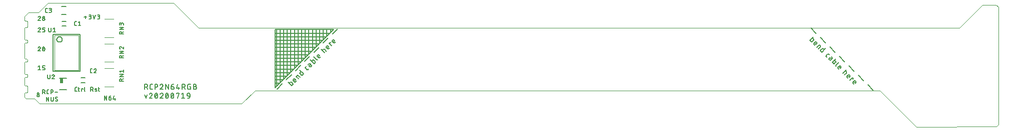
<source format=gto>
G04 EAGLE Gerber X2 export*
%TF.Part,Single*%
%TF.FileFunction,Other,silk top*%
%TF.FilePolarity,Positive*%
%TF.GenerationSoftware,Autodesk,EAGLE,9.6.2*%
%TF.CreationDate,2022-07-13T20:40:15Z*%
G75*
%MOMM*%
%FSLAX34Y34*%
%LPD*%
%INsilk top*%
%AMOC8*
5,1,8,0,0,1.08239X$1,22.5*%
G01*
%ADD10C,0.000000*%
%ADD11C,0.127000*%
%ADD12C,0.152400*%
%ADD13C,0.101600*%
%ADD14C,0.050800*%
%ADD15C,0.203200*%
%ADD16R,0.508000X0.889000*%


D10*
X0Y-23000D02*
X3000Y-26000D01*
X17000Y-26000D01*
X39750Y136500D02*
X252500Y136500D01*
X39750Y136500D02*
X23750Y120500D01*
X7000Y120500D01*
X0Y113500D01*
X0Y107500D01*
X0Y94000D02*
X0Y75000D01*
X1000Y74000D01*
X4000Y74000D01*
X5000Y73000D01*
X5000Y70000D02*
X4000Y69000D01*
X1000Y69000D01*
X0Y68000D01*
X5000Y70000D02*
X5000Y73000D01*
X0Y68000D02*
X0Y42500D01*
X1000Y41500D01*
X4000Y41500D01*
X5000Y40500D01*
X5000Y37500D02*
X4000Y36500D01*
X1000Y36500D01*
X0Y35500D01*
X5000Y37500D02*
X5000Y40500D01*
X0Y-16500D02*
X0Y-23000D01*
X0Y-3000D02*
X0Y9500D01*
X0Y16500D02*
X0Y35500D01*
X0Y-3000D02*
X1000Y-4000D01*
X4000Y-4000D02*
X5000Y-5000D01*
X4000Y-4000D02*
X1000Y-4000D01*
X5000Y-5000D02*
X5000Y-14500D01*
X4000Y-15500D01*
X1000Y-15500D01*
X0Y-16500D01*
X1000Y106500D02*
X0Y107500D01*
X1000Y106500D02*
X4000Y106500D01*
X5000Y105500D01*
X5000Y96000D01*
X4000Y95000D01*
X1000Y95000D01*
X0Y94000D01*
D11*
X21445Y-20840D02*
X21447Y-20755D01*
X21453Y-20669D01*
X21462Y-20584D01*
X21476Y-20500D01*
X21493Y-20416D01*
X21514Y-20333D01*
X21538Y-20251D01*
X21566Y-20171D01*
X21598Y-20091D01*
X21634Y-20013D01*
X21672Y-19937D01*
X21715Y-19863D01*
X21760Y-19791D01*
X21809Y-19720D01*
X21861Y-19652D01*
X21915Y-19587D01*
X21973Y-19524D01*
X22034Y-19463D01*
X22097Y-19405D01*
X22162Y-19351D01*
X22230Y-19299D01*
X22301Y-19250D01*
X22373Y-19205D01*
X22447Y-19162D01*
X22523Y-19124D01*
X22601Y-19088D01*
X22681Y-19056D01*
X22761Y-19028D01*
X22843Y-19004D01*
X22926Y-18983D01*
X23010Y-18966D01*
X23094Y-18952D01*
X23179Y-18943D01*
X23265Y-18937D01*
X23350Y-18935D01*
X23435Y-18937D01*
X23521Y-18943D01*
X23606Y-18952D01*
X23690Y-18966D01*
X23774Y-18983D01*
X23857Y-19004D01*
X23939Y-19028D01*
X24019Y-19056D01*
X24099Y-19088D01*
X24177Y-19124D01*
X24253Y-19162D01*
X24327Y-19205D01*
X24399Y-19250D01*
X24470Y-19299D01*
X24538Y-19351D01*
X24603Y-19405D01*
X24666Y-19463D01*
X24727Y-19524D01*
X24785Y-19587D01*
X24839Y-19652D01*
X24891Y-19720D01*
X24940Y-19791D01*
X24985Y-19863D01*
X25028Y-19937D01*
X25066Y-20013D01*
X25102Y-20091D01*
X25134Y-20171D01*
X25162Y-20251D01*
X25186Y-20333D01*
X25207Y-20416D01*
X25224Y-20500D01*
X25238Y-20584D01*
X25247Y-20669D01*
X25253Y-20755D01*
X25255Y-20840D01*
X25253Y-20925D01*
X25247Y-21011D01*
X25238Y-21096D01*
X25224Y-21180D01*
X25207Y-21264D01*
X25186Y-21347D01*
X25162Y-21429D01*
X25134Y-21509D01*
X25102Y-21589D01*
X25066Y-21667D01*
X25028Y-21743D01*
X24985Y-21817D01*
X24940Y-21889D01*
X24891Y-21960D01*
X24839Y-22028D01*
X24785Y-22093D01*
X24727Y-22156D01*
X24666Y-22217D01*
X24603Y-22275D01*
X24538Y-22329D01*
X24470Y-22381D01*
X24399Y-22430D01*
X24327Y-22475D01*
X24253Y-22518D01*
X24177Y-22556D01*
X24099Y-22592D01*
X24019Y-22624D01*
X23939Y-22652D01*
X23857Y-22676D01*
X23774Y-22697D01*
X23690Y-22714D01*
X23606Y-22728D01*
X23521Y-22737D01*
X23435Y-22743D01*
X23350Y-22745D01*
X23265Y-22743D01*
X23179Y-22737D01*
X23094Y-22728D01*
X23010Y-22714D01*
X22926Y-22697D01*
X22843Y-22676D01*
X22761Y-22652D01*
X22681Y-22624D01*
X22601Y-22592D01*
X22523Y-22556D01*
X22447Y-22518D01*
X22373Y-22475D01*
X22301Y-22430D01*
X22230Y-22381D01*
X22162Y-22329D01*
X22097Y-22275D01*
X22034Y-22217D01*
X21973Y-22156D01*
X21915Y-22093D01*
X21861Y-22028D01*
X21809Y-21960D01*
X21760Y-21889D01*
X21715Y-21817D01*
X21672Y-21743D01*
X21634Y-21667D01*
X21598Y-21589D01*
X21566Y-21509D01*
X21538Y-21429D01*
X21514Y-21347D01*
X21493Y-21264D01*
X21476Y-21180D01*
X21462Y-21096D01*
X21453Y-21011D01*
X21447Y-20925D01*
X21445Y-20840D01*
X21826Y-17411D02*
X21828Y-17334D01*
X21834Y-17257D01*
X21844Y-17180D01*
X21857Y-17104D01*
X21875Y-17029D01*
X21896Y-16955D01*
X21921Y-16882D01*
X21950Y-16810D01*
X21982Y-16740D01*
X22017Y-16671D01*
X22057Y-16605D01*
X22099Y-16540D01*
X22145Y-16478D01*
X22194Y-16418D01*
X22245Y-16361D01*
X22300Y-16306D01*
X22357Y-16255D01*
X22417Y-16206D01*
X22479Y-16160D01*
X22544Y-16118D01*
X22610Y-16078D01*
X22679Y-16043D01*
X22749Y-16011D01*
X22821Y-15982D01*
X22894Y-15957D01*
X22968Y-15936D01*
X23043Y-15918D01*
X23119Y-15905D01*
X23196Y-15895D01*
X23273Y-15889D01*
X23350Y-15887D01*
X23427Y-15889D01*
X23504Y-15895D01*
X23581Y-15905D01*
X23657Y-15918D01*
X23732Y-15936D01*
X23806Y-15957D01*
X23879Y-15982D01*
X23951Y-16011D01*
X24021Y-16043D01*
X24090Y-16078D01*
X24156Y-16118D01*
X24221Y-16160D01*
X24283Y-16206D01*
X24343Y-16255D01*
X24400Y-16306D01*
X24455Y-16361D01*
X24506Y-16418D01*
X24555Y-16478D01*
X24601Y-16540D01*
X24643Y-16605D01*
X24683Y-16671D01*
X24718Y-16740D01*
X24750Y-16810D01*
X24779Y-16882D01*
X24804Y-16955D01*
X24825Y-17029D01*
X24843Y-17104D01*
X24856Y-17180D01*
X24866Y-17257D01*
X24872Y-17334D01*
X24874Y-17411D01*
X24872Y-17488D01*
X24866Y-17565D01*
X24856Y-17642D01*
X24843Y-17718D01*
X24825Y-17793D01*
X24804Y-17867D01*
X24779Y-17940D01*
X24750Y-18012D01*
X24718Y-18082D01*
X24683Y-18151D01*
X24643Y-18217D01*
X24601Y-18282D01*
X24555Y-18344D01*
X24506Y-18404D01*
X24455Y-18461D01*
X24400Y-18516D01*
X24343Y-18567D01*
X24283Y-18616D01*
X24221Y-18662D01*
X24156Y-18704D01*
X24090Y-18744D01*
X24021Y-18779D01*
X23951Y-18811D01*
X23879Y-18840D01*
X23806Y-18865D01*
X23732Y-18886D01*
X23657Y-18904D01*
X23581Y-18917D01*
X23504Y-18927D01*
X23427Y-18933D01*
X23350Y-18935D01*
X23273Y-18933D01*
X23196Y-18927D01*
X23119Y-18917D01*
X23043Y-18904D01*
X22968Y-18886D01*
X22894Y-18865D01*
X22821Y-18840D01*
X22749Y-18811D01*
X22679Y-18779D01*
X22610Y-18744D01*
X22544Y-18704D01*
X22479Y-18662D01*
X22417Y-18616D01*
X22357Y-18567D01*
X22300Y-18516D01*
X22245Y-18461D01*
X22194Y-18404D01*
X22145Y-18344D01*
X22099Y-18282D01*
X22057Y-18217D01*
X22017Y-18151D01*
X21982Y-18082D01*
X21950Y-18012D01*
X21921Y-17940D01*
X21896Y-17867D01*
X21875Y-17793D01*
X21857Y-17718D01*
X21844Y-17642D01*
X21834Y-17565D01*
X21828Y-17488D01*
X21826Y-17411D01*
X23445Y28089D02*
X25350Y29613D01*
X25350Y22755D01*
X23445Y22755D02*
X27255Y22755D01*
X30760Y22755D02*
X33046Y22755D01*
X33123Y22757D01*
X33200Y22763D01*
X33277Y22773D01*
X33353Y22786D01*
X33428Y22804D01*
X33502Y22825D01*
X33575Y22850D01*
X33647Y22879D01*
X33717Y22911D01*
X33786Y22946D01*
X33852Y22986D01*
X33917Y23028D01*
X33979Y23074D01*
X34039Y23123D01*
X34096Y23174D01*
X34151Y23229D01*
X34202Y23286D01*
X34251Y23346D01*
X34297Y23408D01*
X34339Y23473D01*
X34379Y23539D01*
X34414Y23608D01*
X34446Y23678D01*
X34475Y23750D01*
X34500Y23823D01*
X34521Y23897D01*
X34539Y23972D01*
X34552Y24048D01*
X34562Y24125D01*
X34568Y24202D01*
X34570Y24279D01*
X34570Y25041D01*
X34568Y25118D01*
X34562Y25195D01*
X34552Y25272D01*
X34539Y25348D01*
X34521Y25423D01*
X34500Y25497D01*
X34475Y25570D01*
X34446Y25642D01*
X34414Y25712D01*
X34379Y25781D01*
X34339Y25847D01*
X34297Y25912D01*
X34251Y25974D01*
X34202Y26034D01*
X34151Y26091D01*
X34096Y26146D01*
X34039Y26197D01*
X33979Y26246D01*
X33917Y26292D01*
X33852Y26334D01*
X33786Y26374D01*
X33717Y26409D01*
X33647Y26441D01*
X33575Y26470D01*
X33502Y26495D01*
X33428Y26516D01*
X33353Y26534D01*
X33277Y26547D01*
X33200Y26557D01*
X33123Y26563D01*
X33046Y26565D01*
X30760Y26565D01*
X30760Y29613D01*
X34570Y29613D01*
X27256Y60399D02*
X27254Y60481D01*
X27248Y60562D01*
X27239Y60643D01*
X27225Y60724D01*
X27208Y60803D01*
X27187Y60882D01*
X27162Y60960D01*
X27133Y61036D01*
X27101Y61111D01*
X27065Y61185D01*
X27026Y61257D01*
X26984Y61326D01*
X26938Y61394D01*
X26889Y61459D01*
X26837Y61522D01*
X26782Y61582D01*
X26724Y61640D01*
X26664Y61695D01*
X26601Y61747D01*
X26536Y61796D01*
X26468Y61842D01*
X26399Y61884D01*
X26327Y61923D01*
X26253Y61959D01*
X26178Y61991D01*
X26102Y62020D01*
X26024Y62045D01*
X25945Y62066D01*
X25866Y62083D01*
X25785Y62097D01*
X25704Y62106D01*
X25623Y62112D01*
X25541Y62114D01*
X25541Y62113D02*
X25449Y62111D01*
X25357Y62105D01*
X25265Y62096D01*
X25173Y62082D01*
X25083Y62065D01*
X24993Y62044D01*
X24904Y62019D01*
X24816Y61990D01*
X24729Y61958D01*
X24644Y61922D01*
X24561Y61883D01*
X24479Y61840D01*
X24399Y61794D01*
X24321Y61744D01*
X24245Y61692D01*
X24172Y61636D01*
X24101Y61577D01*
X24032Y61515D01*
X23966Y61450D01*
X23903Y61383D01*
X23843Y61313D01*
X23785Y61241D01*
X23731Y61166D01*
X23680Y61089D01*
X23632Y61010D01*
X23588Y60929D01*
X23547Y60846D01*
X23509Y60762D01*
X23475Y60676D01*
X23445Y60589D01*
X26684Y59065D02*
X26743Y59124D01*
X26799Y59185D01*
X26852Y59248D01*
X26903Y59314D01*
X26950Y59382D01*
X26994Y59452D01*
X27035Y59524D01*
X27073Y59598D01*
X27107Y59673D01*
X27138Y59750D01*
X27165Y59828D01*
X27189Y59908D01*
X27210Y59988D01*
X27226Y60069D01*
X27239Y60151D01*
X27249Y60233D01*
X27254Y60316D01*
X27256Y60399D01*
X26684Y59065D02*
X23445Y55255D01*
X27255Y55255D01*
X30760Y58684D02*
X30762Y58826D01*
X30767Y58969D01*
X30776Y59111D01*
X30789Y59253D01*
X30805Y59394D01*
X30824Y59535D01*
X30848Y59676D01*
X30874Y59816D01*
X30905Y59955D01*
X30939Y60093D01*
X30976Y60231D01*
X31016Y60367D01*
X31061Y60503D01*
X31108Y60637D01*
X31159Y60770D01*
X31213Y60902D01*
X31271Y61032D01*
X31332Y61161D01*
X31331Y61160D02*
X31357Y61229D01*
X31386Y61295D01*
X31418Y61361D01*
X31453Y61424D01*
X31492Y61486D01*
X31534Y61546D01*
X31579Y61603D01*
X31627Y61658D01*
X31678Y61710D01*
X31731Y61760D01*
X31787Y61806D01*
X31845Y61850D01*
X31906Y61891D01*
X31968Y61929D01*
X32032Y61963D01*
X32098Y61994D01*
X32166Y62022D01*
X32235Y62046D01*
X32305Y62066D01*
X32376Y62083D01*
X32447Y62096D01*
X32519Y62105D01*
X32592Y62111D01*
X32665Y62113D01*
X32738Y62111D01*
X32811Y62105D01*
X32883Y62096D01*
X32954Y62083D01*
X33025Y62066D01*
X33095Y62046D01*
X33164Y62022D01*
X33232Y61994D01*
X33298Y61963D01*
X33362Y61929D01*
X33424Y61891D01*
X33485Y61850D01*
X33543Y61806D01*
X33599Y61760D01*
X33652Y61710D01*
X33703Y61658D01*
X33751Y61603D01*
X33796Y61546D01*
X33838Y61486D01*
X33877Y61424D01*
X33912Y61361D01*
X33944Y61295D01*
X33973Y61229D01*
X33999Y61160D01*
X33999Y61161D02*
X34060Y61032D01*
X34118Y60902D01*
X34172Y60770D01*
X34223Y60637D01*
X34270Y60503D01*
X34315Y60367D01*
X34355Y60231D01*
X34392Y60093D01*
X34426Y59955D01*
X34457Y59816D01*
X34483Y59676D01*
X34507Y59535D01*
X34526Y59394D01*
X34542Y59253D01*
X34555Y59111D01*
X34564Y58969D01*
X34569Y58826D01*
X34571Y58684D01*
X30760Y58684D02*
X30762Y58542D01*
X30767Y58399D01*
X30776Y58257D01*
X30789Y58115D01*
X30805Y57974D01*
X30824Y57833D01*
X30848Y57692D01*
X30874Y57552D01*
X30905Y57413D01*
X30939Y57275D01*
X30976Y57137D01*
X31016Y57001D01*
X31061Y56865D01*
X31108Y56731D01*
X31159Y56598D01*
X31213Y56466D01*
X31271Y56336D01*
X31332Y56207D01*
X31331Y56208D02*
X31357Y56139D01*
X31386Y56073D01*
X31418Y56007D01*
X31453Y55944D01*
X31492Y55882D01*
X31534Y55822D01*
X31579Y55765D01*
X31627Y55710D01*
X31678Y55658D01*
X31731Y55608D01*
X31787Y55562D01*
X31845Y55518D01*
X31906Y55477D01*
X31968Y55439D01*
X32032Y55405D01*
X32098Y55374D01*
X32166Y55346D01*
X32235Y55322D01*
X32305Y55302D01*
X32376Y55285D01*
X32447Y55272D01*
X32519Y55263D01*
X32592Y55257D01*
X32665Y55255D01*
X33999Y56207D02*
X34060Y56336D01*
X34118Y56466D01*
X34172Y56598D01*
X34223Y56731D01*
X34270Y56865D01*
X34315Y57001D01*
X34355Y57137D01*
X34392Y57275D01*
X34426Y57413D01*
X34457Y57552D01*
X34483Y57692D01*
X34507Y57833D01*
X34526Y57974D01*
X34542Y58115D01*
X34555Y58257D01*
X34564Y58399D01*
X34569Y58542D01*
X34571Y58684D01*
X33999Y56208D02*
X33973Y56139D01*
X33944Y56073D01*
X33912Y56007D01*
X33877Y55944D01*
X33838Y55882D01*
X33796Y55822D01*
X33751Y55765D01*
X33703Y55710D01*
X33652Y55658D01*
X33599Y55608D01*
X33543Y55562D01*
X33485Y55518D01*
X33424Y55477D01*
X33362Y55439D01*
X33298Y55405D01*
X33232Y55374D01*
X33164Y55346D01*
X33095Y55322D01*
X33025Y55302D01*
X32954Y55285D01*
X32883Y55272D01*
X32811Y55263D01*
X32738Y55257D01*
X32665Y55255D01*
X31141Y56779D02*
X34189Y60589D01*
X27256Y92899D02*
X27254Y92981D01*
X27248Y93062D01*
X27239Y93143D01*
X27225Y93224D01*
X27208Y93303D01*
X27187Y93382D01*
X27162Y93460D01*
X27133Y93536D01*
X27101Y93611D01*
X27065Y93685D01*
X27026Y93757D01*
X26984Y93826D01*
X26938Y93894D01*
X26889Y93959D01*
X26837Y94022D01*
X26782Y94082D01*
X26724Y94140D01*
X26664Y94195D01*
X26601Y94247D01*
X26536Y94296D01*
X26468Y94342D01*
X26399Y94384D01*
X26327Y94423D01*
X26253Y94459D01*
X26178Y94491D01*
X26102Y94520D01*
X26024Y94545D01*
X25945Y94566D01*
X25866Y94583D01*
X25785Y94597D01*
X25704Y94606D01*
X25623Y94612D01*
X25541Y94614D01*
X25541Y94613D02*
X25449Y94611D01*
X25357Y94605D01*
X25265Y94596D01*
X25173Y94582D01*
X25083Y94565D01*
X24993Y94544D01*
X24904Y94519D01*
X24816Y94490D01*
X24729Y94458D01*
X24644Y94422D01*
X24561Y94383D01*
X24479Y94340D01*
X24399Y94294D01*
X24321Y94244D01*
X24245Y94192D01*
X24172Y94136D01*
X24101Y94077D01*
X24032Y94015D01*
X23966Y93950D01*
X23903Y93883D01*
X23843Y93813D01*
X23785Y93741D01*
X23731Y93666D01*
X23680Y93589D01*
X23632Y93510D01*
X23588Y93429D01*
X23547Y93346D01*
X23509Y93262D01*
X23475Y93176D01*
X23445Y93089D01*
X26684Y91565D02*
X26743Y91624D01*
X26799Y91685D01*
X26852Y91748D01*
X26903Y91814D01*
X26950Y91882D01*
X26994Y91952D01*
X27035Y92024D01*
X27073Y92098D01*
X27107Y92173D01*
X27138Y92250D01*
X27165Y92328D01*
X27189Y92408D01*
X27210Y92488D01*
X27226Y92569D01*
X27239Y92651D01*
X27249Y92733D01*
X27254Y92816D01*
X27256Y92899D01*
X26684Y91565D02*
X23445Y87755D01*
X27255Y87755D01*
X30760Y87755D02*
X33046Y87755D01*
X33123Y87757D01*
X33200Y87763D01*
X33277Y87773D01*
X33353Y87786D01*
X33428Y87804D01*
X33502Y87825D01*
X33575Y87850D01*
X33647Y87879D01*
X33717Y87911D01*
X33786Y87946D01*
X33852Y87986D01*
X33917Y88028D01*
X33979Y88074D01*
X34039Y88123D01*
X34096Y88174D01*
X34151Y88229D01*
X34202Y88286D01*
X34251Y88346D01*
X34297Y88408D01*
X34339Y88473D01*
X34379Y88539D01*
X34414Y88608D01*
X34446Y88678D01*
X34475Y88750D01*
X34500Y88823D01*
X34521Y88897D01*
X34539Y88972D01*
X34552Y89048D01*
X34562Y89125D01*
X34568Y89202D01*
X34570Y89279D01*
X34570Y90041D01*
X34568Y90118D01*
X34562Y90195D01*
X34552Y90272D01*
X34539Y90348D01*
X34521Y90423D01*
X34500Y90497D01*
X34475Y90570D01*
X34446Y90642D01*
X34414Y90712D01*
X34379Y90781D01*
X34339Y90847D01*
X34297Y90912D01*
X34251Y90974D01*
X34202Y91034D01*
X34151Y91091D01*
X34096Y91146D01*
X34039Y91197D01*
X33979Y91246D01*
X33917Y91292D01*
X33852Y91334D01*
X33786Y91374D01*
X33717Y91409D01*
X33647Y91441D01*
X33575Y91470D01*
X33502Y91495D01*
X33428Y91516D01*
X33353Y91534D01*
X33277Y91547D01*
X33200Y91557D01*
X33123Y91563D01*
X33046Y91565D01*
X30760Y91565D01*
X30760Y94613D01*
X34570Y94613D01*
X27256Y112399D02*
X27254Y112481D01*
X27248Y112562D01*
X27239Y112643D01*
X27225Y112724D01*
X27208Y112803D01*
X27187Y112882D01*
X27162Y112960D01*
X27133Y113036D01*
X27101Y113111D01*
X27065Y113185D01*
X27026Y113257D01*
X26984Y113326D01*
X26938Y113394D01*
X26889Y113459D01*
X26837Y113522D01*
X26782Y113582D01*
X26724Y113640D01*
X26664Y113695D01*
X26601Y113747D01*
X26536Y113796D01*
X26468Y113842D01*
X26399Y113884D01*
X26327Y113923D01*
X26253Y113959D01*
X26178Y113991D01*
X26102Y114020D01*
X26024Y114045D01*
X25945Y114066D01*
X25866Y114083D01*
X25785Y114097D01*
X25704Y114106D01*
X25623Y114112D01*
X25541Y114114D01*
X25541Y114113D02*
X25449Y114111D01*
X25357Y114105D01*
X25265Y114096D01*
X25173Y114082D01*
X25083Y114065D01*
X24993Y114044D01*
X24904Y114019D01*
X24816Y113990D01*
X24729Y113958D01*
X24644Y113922D01*
X24561Y113883D01*
X24479Y113840D01*
X24399Y113794D01*
X24321Y113744D01*
X24245Y113692D01*
X24172Y113636D01*
X24101Y113577D01*
X24032Y113515D01*
X23966Y113450D01*
X23903Y113383D01*
X23843Y113313D01*
X23785Y113241D01*
X23731Y113166D01*
X23680Y113089D01*
X23632Y113010D01*
X23588Y112929D01*
X23547Y112846D01*
X23509Y112762D01*
X23475Y112676D01*
X23445Y112589D01*
X26684Y111065D02*
X26743Y111124D01*
X26799Y111185D01*
X26852Y111248D01*
X26903Y111314D01*
X26950Y111382D01*
X26994Y111452D01*
X27035Y111524D01*
X27073Y111598D01*
X27107Y111673D01*
X27138Y111750D01*
X27165Y111828D01*
X27189Y111908D01*
X27210Y111988D01*
X27226Y112069D01*
X27239Y112151D01*
X27249Y112233D01*
X27254Y112316D01*
X27256Y112399D01*
X26684Y111065D02*
X23445Y107255D01*
X27255Y107255D01*
X30760Y109160D02*
X30762Y109245D01*
X30768Y109331D01*
X30777Y109416D01*
X30791Y109500D01*
X30808Y109584D01*
X30829Y109667D01*
X30853Y109749D01*
X30881Y109829D01*
X30913Y109909D01*
X30949Y109987D01*
X30987Y110063D01*
X31030Y110137D01*
X31075Y110209D01*
X31124Y110280D01*
X31176Y110348D01*
X31230Y110413D01*
X31288Y110476D01*
X31349Y110537D01*
X31412Y110595D01*
X31477Y110649D01*
X31545Y110701D01*
X31616Y110750D01*
X31688Y110795D01*
X31762Y110838D01*
X31838Y110876D01*
X31916Y110912D01*
X31996Y110944D01*
X32076Y110972D01*
X32158Y110996D01*
X32241Y111017D01*
X32325Y111034D01*
X32409Y111048D01*
X32494Y111057D01*
X32580Y111063D01*
X32665Y111065D01*
X32750Y111063D01*
X32836Y111057D01*
X32921Y111048D01*
X33005Y111034D01*
X33089Y111017D01*
X33172Y110996D01*
X33254Y110972D01*
X33334Y110944D01*
X33414Y110912D01*
X33492Y110876D01*
X33568Y110838D01*
X33642Y110795D01*
X33714Y110750D01*
X33785Y110701D01*
X33853Y110649D01*
X33918Y110595D01*
X33981Y110537D01*
X34042Y110476D01*
X34100Y110413D01*
X34154Y110348D01*
X34206Y110280D01*
X34255Y110209D01*
X34300Y110137D01*
X34343Y110063D01*
X34381Y109987D01*
X34417Y109909D01*
X34449Y109829D01*
X34477Y109749D01*
X34501Y109667D01*
X34522Y109584D01*
X34539Y109500D01*
X34553Y109416D01*
X34562Y109331D01*
X34568Y109245D01*
X34570Y109160D01*
X34568Y109075D01*
X34562Y108989D01*
X34553Y108904D01*
X34539Y108820D01*
X34522Y108736D01*
X34501Y108653D01*
X34477Y108571D01*
X34449Y108491D01*
X34417Y108411D01*
X34381Y108333D01*
X34343Y108257D01*
X34300Y108183D01*
X34255Y108111D01*
X34206Y108040D01*
X34154Y107972D01*
X34100Y107907D01*
X34042Y107844D01*
X33981Y107783D01*
X33918Y107725D01*
X33853Y107671D01*
X33785Y107619D01*
X33714Y107570D01*
X33642Y107525D01*
X33568Y107482D01*
X33492Y107444D01*
X33414Y107408D01*
X33334Y107376D01*
X33254Y107348D01*
X33172Y107324D01*
X33089Y107303D01*
X33005Y107286D01*
X32921Y107272D01*
X32836Y107263D01*
X32750Y107257D01*
X32665Y107255D01*
X32580Y107257D01*
X32494Y107263D01*
X32409Y107272D01*
X32325Y107286D01*
X32241Y107303D01*
X32158Y107324D01*
X32076Y107348D01*
X31996Y107376D01*
X31916Y107408D01*
X31838Y107444D01*
X31762Y107482D01*
X31688Y107525D01*
X31616Y107570D01*
X31545Y107619D01*
X31477Y107671D01*
X31412Y107725D01*
X31349Y107783D01*
X31288Y107844D01*
X31230Y107907D01*
X31176Y107972D01*
X31124Y108040D01*
X31075Y108111D01*
X31030Y108183D01*
X30987Y108257D01*
X30949Y108333D01*
X30913Y108411D01*
X30881Y108491D01*
X30853Y108571D01*
X30829Y108653D01*
X30808Y108736D01*
X30791Y108820D01*
X30777Y108904D01*
X30768Y108989D01*
X30762Y109075D01*
X30760Y109160D01*
X31141Y112589D02*
X31143Y112666D01*
X31149Y112743D01*
X31159Y112820D01*
X31172Y112896D01*
X31190Y112971D01*
X31211Y113045D01*
X31236Y113118D01*
X31265Y113190D01*
X31297Y113260D01*
X31332Y113329D01*
X31372Y113395D01*
X31414Y113460D01*
X31460Y113522D01*
X31509Y113582D01*
X31560Y113639D01*
X31615Y113694D01*
X31672Y113745D01*
X31732Y113794D01*
X31794Y113840D01*
X31859Y113882D01*
X31925Y113922D01*
X31994Y113957D01*
X32064Y113989D01*
X32136Y114018D01*
X32209Y114043D01*
X32283Y114064D01*
X32358Y114082D01*
X32434Y114095D01*
X32511Y114105D01*
X32588Y114111D01*
X32665Y114113D01*
X32742Y114111D01*
X32819Y114105D01*
X32896Y114095D01*
X32972Y114082D01*
X33047Y114064D01*
X33121Y114043D01*
X33194Y114018D01*
X33266Y113989D01*
X33336Y113957D01*
X33405Y113922D01*
X33471Y113882D01*
X33536Y113840D01*
X33598Y113794D01*
X33658Y113745D01*
X33715Y113694D01*
X33770Y113639D01*
X33821Y113582D01*
X33870Y113522D01*
X33916Y113460D01*
X33958Y113395D01*
X33998Y113329D01*
X34033Y113260D01*
X34065Y113190D01*
X34094Y113118D01*
X34119Y113045D01*
X34140Y112971D01*
X34158Y112896D01*
X34171Y112820D01*
X34181Y112743D01*
X34187Y112666D01*
X34189Y112589D01*
X34187Y112512D01*
X34181Y112435D01*
X34171Y112358D01*
X34158Y112282D01*
X34140Y112207D01*
X34119Y112133D01*
X34094Y112060D01*
X34065Y111988D01*
X34033Y111918D01*
X33998Y111849D01*
X33958Y111783D01*
X33916Y111718D01*
X33870Y111656D01*
X33821Y111596D01*
X33770Y111539D01*
X33715Y111484D01*
X33658Y111433D01*
X33598Y111384D01*
X33536Y111338D01*
X33471Y111296D01*
X33405Y111256D01*
X33336Y111221D01*
X33266Y111189D01*
X33194Y111160D01*
X33121Y111135D01*
X33047Y111114D01*
X32972Y111096D01*
X32896Y111083D01*
X32819Y111073D01*
X32742Y111067D01*
X32665Y111065D01*
X32588Y111067D01*
X32511Y111073D01*
X32434Y111083D01*
X32358Y111096D01*
X32283Y111114D01*
X32209Y111135D01*
X32136Y111160D01*
X32064Y111189D01*
X31994Y111221D01*
X31925Y111256D01*
X31859Y111296D01*
X31794Y111338D01*
X31732Y111384D01*
X31672Y111433D01*
X31615Y111484D01*
X31560Y111539D01*
X31509Y111596D01*
X31460Y111656D01*
X31414Y111718D01*
X31372Y111783D01*
X31332Y111849D01*
X31297Y111918D01*
X31265Y111988D01*
X31236Y112060D01*
X31211Y112133D01*
X31190Y112207D01*
X31172Y112282D01*
X31159Y112358D01*
X31149Y112435D01*
X31143Y112512D01*
X31141Y112589D01*
X87409Y-13615D02*
X88933Y-13615D01*
X87409Y-13615D02*
X87332Y-13613D01*
X87255Y-13607D01*
X87178Y-13597D01*
X87102Y-13584D01*
X87027Y-13566D01*
X86953Y-13545D01*
X86880Y-13520D01*
X86808Y-13491D01*
X86738Y-13459D01*
X86669Y-13424D01*
X86603Y-13384D01*
X86538Y-13342D01*
X86476Y-13296D01*
X86416Y-13247D01*
X86359Y-13196D01*
X86304Y-13141D01*
X86253Y-13084D01*
X86204Y-13024D01*
X86158Y-12962D01*
X86116Y-12897D01*
X86076Y-12831D01*
X86041Y-12762D01*
X86009Y-12692D01*
X85980Y-12620D01*
X85955Y-12547D01*
X85934Y-12473D01*
X85916Y-12398D01*
X85903Y-12322D01*
X85893Y-12245D01*
X85887Y-12168D01*
X85885Y-12091D01*
X85885Y-8281D01*
X85887Y-8204D01*
X85893Y-8127D01*
X85903Y-8050D01*
X85916Y-7974D01*
X85934Y-7899D01*
X85955Y-7825D01*
X85980Y-7752D01*
X86009Y-7680D01*
X86041Y-7610D01*
X86076Y-7541D01*
X86116Y-7475D01*
X86158Y-7410D01*
X86204Y-7348D01*
X86253Y-7288D01*
X86304Y-7231D01*
X86359Y-7176D01*
X86416Y-7125D01*
X86476Y-7076D01*
X86538Y-7030D01*
X86603Y-6988D01*
X86669Y-6948D01*
X86738Y-6913D01*
X86808Y-6881D01*
X86880Y-6852D01*
X86953Y-6827D01*
X87027Y-6806D01*
X87102Y-6788D01*
X87178Y-6775D01*
X87255Y-6765D01*
X87332Y-6759D01*
X87409Y-6757D01*
X88933Y-6757D01*
X91224Y-9043D02*
X93510Y-9043D01*
X91986Y-6757D02*
X91986Y-12472D01*
X91988Y-12538D01*
X91994Y-12605D01*
X92003Y-12670D01*
X92017Y-12736D01*
X92034Y-12800D01*
X92055Y-12863D01*
X92079Y-12925D01*
X92108Y-12985D01*
X92139Y-13043D01*
X92174Y-13100D01*
X92212Y-13155D01*
X92253Y-13207D01*
X92298Y-13256D01*
X92345Y-13303D01*
X92394Y-13348D01*
X92446Y-13389D01*
X92501Y-13427D01*
X92558Y-13462D01*
X92616Y-13493D01*
X92676Y-13522D01*
X92738Y-13546D01*
X92801Y-13567D01*
X92865Y-13584D01*
X92931Y-13598D01*
X92996Y-13607D01*
X93063Y-13613D01*
X93129Y-13615D01*
X93510Y-13615D01*
X96845Y-13615D02*
X96845Y-9043D01*
X99131Y-9043D01*
X99131Y-9805D01*
X101684Y-12472D02*
X101684Y-6757D01*
X101684Y-12472D02*
X101686Y-12538D01*
X101692Y-12605D01*
X101701Y-12670D01*
X101715Y-12736D01*
X101732Y-12800D01*
X101753Y-12863D01*
X101777Y-12925D01*
X101806Y-12985D01*
X101837Y-13043D01*
X101872Y-13100D01*
X101910Y-13155D01*
X101951Y-13207D01*
X101996Y-13256D01*
X102043Y-13303D01*
X102092Y-13348D01*
X102144Y-13389D01*
X102199Y-13427D01*
X102256Y-13462D01*
X102314Y-13493D01*
X102374Y-13522D01*
X102436Y-13546D01*
X102499Y-13567D01*
X102563Y-13584D01*
X102629Y-13598D01*
X102694Y-13607D01*
X102761Y-13613D01*
X102827Y-13615D01*
X112385Y-13615D02*
X112385Y-6757D01*
X114290Y-6757D01*
X114375Y-6759D01*
X114461Y-6765D01*
X114546Y-6774D01*
X114630Y-6788D01*
X114714Y-6805D01*
X114797Y-6826D01*
X114879Y-6850D01*
X114959Y-6878D01*
X115039Y-6910D01*
X115117Y-6946D01*
X115193Y-6984D01*
X115267Y-7027D01*
X115339Y-7072D01*
X115410Y-7121D01*
X115478Y-7173D01*
X115543Y-7227D01*
X115606Y-7285D01*
X115667Y-7346D01*
X115725Y-7409D01*
X115779Y-7474D01*
X115831Y-7542D01*
X115880Y-7613D01*
X115925Y-7685D01*
X115968Y-7759D01*
X116006Y-7835D01*
X116042Y-7913D01*
X116074Y-7993D01*
X116102Y-8073D01*
X116126Y-8155D01*
X116147Y-8238D01*
X116164Y-8322D01*
X116178Y-8406D01*
X116187Y-8491D01*
X116193Y-8577D01*
X116195Y-8662D01*
X116193Y-8747D01*
X116187Y-8833D01*
X116178Y-8918D01*
X116164Y-9002D01*
X116147Y-9086D01*
X116126Y-9169D01*
X116102Y-9251D01*
X116074Y-9331D01*
X116042Y-9411D01*
X116006Y-9489D01*
X115968Y-9565D01*
X115925Y-9639D01*
X115880Y-9711D01*
X115831Y-9782D01*
X115779Y-9850D01*
X115725Y-9915D01*
X115667Y-9978D01*
X115606Y-10039D01*
X115543Y-10097D01*
X115478Y-10151D01*
X115410Y-10203D01*
X115339Y-10252D01*
X115267Y-10297D01*
X115193Y-10340D01*
X115117Y-10378D01*
X115039Y-10414D01*
X114959Y-10446D01*
X114879Y-10474D01*
X114797Y-10498D01*
X114714Y-10519D01*
X114630Y-10536D01*
X114546Y-10550D01*
X114461Y-10559D01*
X114375Y-10565D01*
X114290Y-10567D01*
X112385Y-10567D01*
X114671Y-10567D02*
X116195Y-13615D01*
X120095Y-10948D02*
X122000Y-11710D01*
X120095Y-10948D02*
X120038Y-10923D01*
X119983Y-10895D01*
X119929Y-10863D01*
X119878Y-10828D01*
X119829Y-10789D01*
X119782Y-10748D01*
X119738Y-10704D01*
X119697Y-10657D01*
X119659Y-10607D01*
X119625Y-10555D01*
X119593Y-10502D01*
X119565Y-10446D01*
X119541Y-10389D01*
X119520Y-10330D01*
X119503Y-10270D01*
X119490Y-10209D01*
X119481Y-10147D01*
X119475Y-10085D01*
X119474Y-10023D01*
X119477Y-9961D01*
X119483Y-9899D01*
X119493Y-9837D01*
X119507Y-9777D01*
X119525Y-9717D01*
X119547Y-9658D01*
X119572Y-9602D01*
X119601Y-9546D01*
X119633Y-9493D01*
X119669Y-9442D01*
X119708Y-9393D01*
X119749Y-9347D01*
X119794Y-9303D01*
X119841Y-9262D01*
X119891Y-9225D01*
X119943Y-9190D01*
X119997Y-9159D01*
X120053Y-9132D01*
X120110Y-9108D01*
X120169Y-9087D01*
X120229Y-9071D01*
X120290Y-9058D01*
X120352Y-9049D01*
X120414Y-9044D01*
X120476Y-9043D01*
X120477Y-9043D02*
X120603Y-9047D01*
X120729Y-9054D01*
X120855Y-9065D01*
X120981Y-9080D01*
X121106Y-9098D01*
X121230Y-9120D01*
X121354Y-9146D01*
X121477Y-9175D01*
X121599Y-9208D01*
X121720Y-9244D01*
X121839Y-9284D01*
X121958Y-9328D01*
X122075Y-9374D01*
X122191Y-9424D01*
X122001Y-11710D02*
X122058Y-11735D01*
X122113Y-11763D01*
X122167Y-11795D01*
X122218Y-11830D01*
X122267Y-11869D01*
X122314Y-11910D01*
X122358Y-11954D01*
X122399Y-12001D01*
X122437Y-12051D01*
X122471Y-12103D01*
X122503Y-12156D01*
X122531Y-12212D01*
X122555Y-12269D01*
X122576Y-12328D01*
X122593Y-12388D01*
X122606Y-12449D01*
X122615Y-12511D01*
X122621Y-12573D01*
X122622Y-12635D01*
X122619Y-12697D01*
X122613Y-12759D01*
X122603Y-12821D01*
X122589Y-12881D01*
X122571Y-12941D01*
X122549Y-13000D01*
X122524Y-13056D01*
X122495Y-13112D01*
X122463Y-13165D01*
X122427Y-13216D01*
X122388Y-13265D01*
X122347Y-13311D01*
X122302Y-13355D01*
X122255Y-13396D01*
X122205Y-13433D01*
X122153Y-13468D01*
X122099Y-13499D01*
X122043Y-13526D01*
X121986Y-13550D01*
X121927Y-13571D01*
X121867Y-13587D01*
X121806Y-13600D01*
X121744Y-13609D01*
X121682Y-13614D01*
X121620Y-13615D01*
X121467Y-13611D01*
X121314Y-13604D01*
X121162Y-13593D01*
X121010Y-13578D01*
X120858Y-13559D01*
X120707Y-13537D01*
X120556Y-13512D01*
X120406Y-13483D01*
X120257Y-13450D01*
X120108Y-13414D01*
X119961Y-13374D01*
X119814Y-13331D01*
X119668Y-13284D01*
X119524Y-13234D01*
X125182Y-9043D02*
X127468Y-9043D01*
X125944Y-6757D02*
X125944Y-12472D01*
X125946Y-12538D01*
X125952Y-12605D01*
X125961Y-12670D01*
X125975Y-12736D01*
X125992Y-12800D01*
X126013Y-12863D01*
X126037Y-12925D01*
X126066Y-12985D01*
X126097Y-13043D01*
X126132Y-13100D01*
X126170Y-13155D01*
X126211Y-13207D01*
X126256Y-13256D01*
X126303Y-13303D01*
X126352Y-13348D01*
X126404Y-13389D01*
X126459Y-13427D01*
X126516Y-13462D01*
X126574Y-13493D01*
X126634Y-13522D01*
X126696Y-13546D01*
X126759Y-13567D01*
X126823Y-13584D01*
X126889Y-13598D01*
X126954Y-13607D01*
X127021Y-13613D01*
X127087Y-13615D01*
X127468Y-13615D01*
X135635Y-21257D02*
X135635Y-28115D01*
X139445Y-28115D02*
X135635Y-21257D01*
X139445Y-21257D02*
X139445Y-28115D01*
X143194Y-24305D02*
X145480Y-24305D01*
X145557Y-24307D01*
X145634Y-24313D01*
X145711Y-24323D01*
X145787Y-24336D01*
X145862Y-24354D01*
X145936Y-24375D01*
X146009Y-24400D01*
X146081Y-24429D01*
X146151Y-24461D01*
X146220Y-24496D01*
X146286Y-24536D01*
X146351Y-24578D01*
X146413Y-24624D01*
X146473Y-24673D01*
X146530Y-24724D01*
X146585Y-24779D01*
X146636Y-24836D01*
X146685Y-24896D01*
X146731Y-24958D01*
X146773Y-25023D01*
X146813Y-25089D01*
X146848Y-25158D01*
X146880Y-25228D01*
X146909Y-25300D01*
X146934Y-25373D01*
X146955Y-25447D01*
X146973Y-25522D01*
X146986Y-25598D01*
X146996Y-25675D01*
X147002Y-25752D01*
X147004Y-25829D01*
X147004Y-26210D01*
X147002Y-26295D01*
X146996Y-26381D01*
X146987Y-26466D01*
X146973Y-26550D01*
X146956Y-26634D01*
X146935Y-26717D01*
X146911Y-26799D01*
X146883Y-26879D01*
X146851Y-26959D01*
X146815Y-27037D01*
X146777Y-27113D01*
X146734Y-27187D01*
X146689Y-27259D01*
X146640Y-27330D01*
X146588Y-27398D01*
X146534Y-27463D01*
X146476Y-27526D01*
X146415Y-27587D01*
X146352Y-27645D01*
X146287Y-27699D01*
X146219Y-27751D01*
X146148Y-27800D01*
X146076Y-27845D01*
X146002Y-27888D01*
X145926Y-27926D01*
X145848Y-27962D01*
X145768Y-27994D01*
X145688Y-28022D01*
X145606Y-28046D01*
X145523Y-28067D01*
X145439Y-28084D01*
X145355Y-28098D01*
X145270Y-28107D01*
X145184Y-28113D01*
X145099Y-28115D01*
X145014Y-28113D01*
X144928Y-28107D01*
X144843Y-28098D01*
X144759Y-28084D01*
X144675Y-28067D01*
X144592Y-28046D01*
X144510Y-28022D01*
X144430Y-27994D01*
X144350Y-27962D01*
X144272Y-27926D01*
X144196Y-27888D01*
X144122Y-27845D01*
X144050Y-27800D01*
X143979Y-27751D01*
X143911Y-27699D01*
X143846Y-27645D01*
X143783Y-27587D01*
X143722Y-27526D01*
X143664Y-27463D01*
X143610Y-27398D01*
X143558Y-27330D01*
X143509Y-27259D01*
X143464Y-27187D01*
X143421Y-27113D01*
X143383Y-27037D01*
X143347Y-26959D01*
X143315Y-26879D01*
X143287Y-26799D01*
X143263Y-26717D01*
X143242Y-26634D01*
X143225Y-26550D01*
X143211Y-26466D01*
X143202Y-26381D01*
X143196Y-26295D01*
X143194Y-26210D01*
X143194Y-24305D01*
X143196Y-24196D01*
X143202Y-24088D01*
X143211Y-23979D01*
X143225Y-23871D01*
X143242Y-23764D01*
X143264Y-23657D01*
X143289Y-23551D01*
X143317Y-23446D01*
X143350Y-23342D01*
X143386Y-23240D01*
X143426Y-23139D01*
X143469Y-23039D01*
X143516Y-22941D01*
X143567Y-22844D01*
X143621Y-22750D01*
X143678Y-22657D01*
X143738Y-22567D01*
X143802Y-22478D01*
X143869Y-22392D01*
X143938Y-22309D01*
X144011Y-22228D01*
X144087Y-22150D01*
X144165Y-22074D01*
X144246Y-22001D01*
X144329Y-21932D01*
X144415Y-21865D01*
X144504Y-21801D01*
X144594Y-21741D01*
X144687Y-21684D01*
X144781Y-21630D01*
X144878Y-21579D01*
X144976Y-21532D01*
X145076Y-21489D01*
X145177Y-21449D01*
X145279Y-21413D01*
X145383Y-21380D01*
X145488Y-21352D01*
X145594Y-21327D01*
X145701Y-21305D01*
X145808Y-21288D01*
X145916Y-21274D01*
X146025Y-21265D01*
X146133Y-21259D01*
X146242Y-21257D01*
X152033Y-21257D02*
X150509Y-26591D01*
X154319Y-26591D01*
X153176Y-25067D02*
X153176Y-28115D01*
X31030Y-17833D02*
X31030Y-10975D01*
X32935Y-10975D01*
X33020Y-10977D01*
X33106Y-10983D01*
X33191Y-10992D01*
X33275Y-11006D01*
X33359Y-11023D01*
X33442Y-11044D01*
X33524Y-11068D01*
X33604Y-11096D01*
X33684Y-11128D01*
X33762Y-11164D01*
X33838Y-11202D01*
X33912Y-11245D01*
X33984Y-11290D01*
X34055Y-11339D01*
X34123Y-11391D01*
X34188Y-11445D01*
X34251Y-11503D01*
X34312Y-11564D01*
X34370Y-11627D01*
X34424Y-11692D01*
X34476Y-11760D01*
X34525Y-11831D01*
X34570Y-11903D01*
X34613Y-11977D01*
X34651Y-12053D01*
X34687Y-12131D01*
X34719Y-12211D01*
X34747Y-12291D01*
X34771Y-12373D01*
X34792Y-12456D01*
X34809Y-12540D01*
X34823Y-12624D01*
X34832Y-12709D01*
X34838Y-12795D01*
X34840Y-12880D01*
X34838Y-12965D01*
X34832Y-13051D01*
X34823Y-13136D01*
X34809Y-13220D01*
X34792Y-13304D01*
X34771Y-13387D01*
X34747Y-13469D01*
X34719Y-13549D01*
X34687Y-13629D01*
X34651Y-13707D01*
X34613Y-13783D01*
X34570Y-13857D01*
X34525Y-13929D01*
X34476Y-14000D01*
X34424Y-14068D01*
X34370Y-14133D01*
X34312Y-14196D01*
X34251Y-14257D01*
X34188Y-14315D01*
X34123Y-14369D01*
X34055Y-14421D01*
X33984Y-14470D01*
X33912Y-14515D01*
X33838Y-14558D01*
X33762Y-14596D01*
X33684Y-14632D01*
X33604Y-14664D01*
X33524Y-14692D01*
X33442Y-14716D01*
X33359Y-14737D01*
X33275Y-14754D01*
X33191Y-14768D01*
X33106Y-14777D01*
X33020Y-14783D01*
X32935Y-14785D01*
X31030Y-14785D01*
X33316Y-14785D02*
X34840Y-17833D01*
X39768Y-17833D02*
X41292Y-17833D01*
X39768Y-17833D02*
X39691Y-17831D01*
X39614Y-17825D01*
X39537Y-17815D01*
X39461Y-17802D01*
X39386Y-17784D01*
X39312Y-17763D01*
X39239Y-17738D01*
X39167Y-17709D01*
X39097Y-17677D01*
X39028Y-17642D01*
X38962Y-17602D01*
X38897Y-17560D01*
X38835Y-17514D01*
X38775Y-17465D01*
X38718Y-17414D01*
X38663Y-17359D01*
X38612Y-17302D01*
X38563Y-17242D01*
X38517Y-17180D01*
X38475Y-17115D01*
X38435Y-17049D01*
X38400Y-16980D01*
X38368Y-16910D01*
X38339Y-16838D01*
X38314Y-16765D01*
X38293Y-16691D01*
X38275Y-16616D01*
X38262Y-16540D01*
X38252Y-16463D01*
X38246Y-16386D01*
X38244Y-16309D01*
X38244Y-12499D01*
X38246Y-12422D01*
X38252Y-12345D01*
X38262Y-12268D01*
X38275Y-12192D01*
X38293Y-12117D01*
X38314Y-12043D01*
X38339Y-11970D01*
X38368Y-11898D01*
X38400Y-11828D01*
X38435Y-11759D01*
X38475Y-11693D01*
X38517Y-11628D01*
X38563Y-11566D01*
X38612Y-11506D01*
X38663Y-11449D01*
X38718Y-11394D01*
X38775Y-11343D01*
X38835Y-11294D01*
X38897Y-11248D01*
X38962Y-11206D01*
X39028Y-11166D01*
X39097Y-11131D01*
X39167Y-11099D01*
X39239Y-11070D01*
X39312Y-11045D01*
X39386Y-11024D01*
X39461Y-11006D01*
X39537Y-10993D01*
X39614Y-10983D01*
X39691Y-10977D01*
X39768Y-10975D01*
X41292Y-10975D01*
X44775Y-10975D02*
X44775Y-17833D01*
X44775Y-10975D02*
X46680Y-10975D01*
X46765Y-10977D01*
X46851Y-10983D01*
X46936Y-10992D01*
X47020Y-11006D01*
X47104Y-11023D01*
X47187Y-11044D01*
X47269Y-11068D01*
X47349Y-11096D01*
X47429Y-11128D01*
X47507Y-11164D01*
X47583Y-11202D01*
X47657Y-11245D01*
X47729Y-11290D01*
X47800Y-11339D01*
X47868Y-11391D01*
X47933Y-11445D01*
X47996Y-11503D01*
X48057Y-11564D01*
X48115Y-11627D01*
X48169Y-11692D01*
X48221Y-11760D01*
X48270Y-11831D01*
X48315Y-11903D01*
X48358Y-11977D01*
X48396Y-12053D01*
X48432Y-12131D01*
X48464Y-12211D01*
X48492Y-12291D01*
X48516Y-12373D01*
X48537Y-12456D01*
X48554Y-12540D01*
X48568Y-12624D01*
X48577Y-12709D01*
X48583Y-12795D01*
X48585Y-12880D01*
X48583Y-12965D01*
X48577Y-13051D01*
X48568Y-13136D01*
X48554Y-13220D01*
X48537Y-13304D01*
X48516Y-13387D01*
X48492Y-13469D01*
X48464Y-13549D01*
X48432Y-13629D01*
X48396Y-13707D01*
X48358Y-13783D01*
X48315Y-13857D01*
X48270Y-13929D01*
X48221Y-14000D01*
X48169Y-14068D01*
X48115Y-14133D01*
X48057Y-14196D01*
X47996Y-14257D01*
X47933Y-14315D01*
X47868Y-14369D01*
X47800Y-14421D01*
X47729Y-14470D01*
X47657Y-14515D01*
X47583Y-14558D01*
X47507Y-14596D01*
X47429Y-14632D01*
X47349Y-14664D01*
X47269Y-14692D01*
X47187Y-14716D01*
X47104Y-14737D01*
X47020Y-14754D01*
X46936Y-14768D01*
X46851Y-14777D01*
X46765Y-14783D01*
X46680Y-14785D01*
X44775Y-14785D01*
X51793Y-15166D02*
X56365Y-15166D01*
X37437Y-23167D02*
X37437Y-30025D01*
X41247Y-30025D02*
X37437Y-23167D01*
X41247Y-23167D02*
X41247Y-30025D01*
X45240Y-28120D02*
X45240Y-23167D01*
X45240Y-28120D02*
X45242Y-28205D01*
X45248Y-28291D01*
X45257Y-28376D01*
X45271Y-28460D01*
X45288Y-28544D01*
X45309Y-28627D01*
X45333Y-28709D01*
X45361Y-28789D01*
X45393Y-28869D01*
X45429Y-28947D01*
X45467Y-29023D01*
X45510Y-29097D01*
X45555Y-29169D01*
X45604Y-29240D01*
X45656Y-29308D01*
X45710Y-29373D01*
X45768Y-29436D01*
X45829Y-29497D01*
X45892Y-29555D01*
X45957Y-29609D01*
X46025Y-29661D01*
X46096Y-29710D01*
X46168Y-29755D01*
X46242Y-29798D01*
X46318Y-29836D01*
X46396Y-29872D01*
X46476Y-29904D01*
X46556Y-29932D01*
X46638Y-29956D01*
X46721Y-29977D01*
X46805Y-29994D01*
X46889Y-30008D01*
X46974Y-30017D01*
X47060Y-30023D01*
X47145Y-30025D01*
X47230Y-30023D01*
X47316Y-30017D01*
X47401Y-30008D01*
X47485Y-29994D01*
X47569Y-29977D01*
X47652Y-29956D01*
X47734Y-29932D01*
X47814Y-29904D01*
X47894Y-29872D01*
X47972Y-29836D01*
X48048Y-29798D01*
X48122Y-29755D01*
X48194Y-29710D01*
X48265Y-29661D01*
X48333Y-29609D01*
X48398Y-29555D01*
X48461Y-29497D01*
X48522Y-29436D01*
X48580Y-29373D01*
X48634Y-29308D01*
X48686Y-29240D01*
X48735Y-29169D01*
X48780Y-29097D01*
X48823Y-29023D01*
X48861Y-28947D01*
X48897Y-28869D01*
X48929Y-28789D01*
X48957Y-28709D01*
X48981Y-28627D01*
X49002Y-28544D01*
X49019Y-28460D01*
X49033Y-28376D01*
X49042Y-28291D01*
X49048Y-28205D01*
X49050Y-28120D01*
X49050Y-23167D01*
X54841Y-30025D02*
X54918Y-30023D01*
X54995Y-30017D01*
X55072Y-30007D01*
X55148Y-29994D01*
X55223Y-29976D01*
X55297Y-29955D01*
X55370Y-29930D01*
X55442Y-29901D01*
X55512Y-29869D01*
X55581Y-29834D01*
X55647Y-29794D01*
X55712Y-29752D01*
X55774Y-29706D01*
X55834Y-29657D01*
X55891Y-29606D01*
X55946Y-29551D01*
X55997Y-29494D01*
X56046Y-29434D01*
X56092Y-29372D01*
X56134Y-29307D01*
X56174Y-29241D01*
X56209Y-29172D01*
X56241Y-29102D01*
X56270Y-29030D01*
X56295Y-28957D01*
X56316Y-28883D01*
X56334Y-28808D01*
X56347Y-28732D01*
X56357Y-28655D01*
X56363Y-28578D01*
X56365Y-28501D01*
X54841Y-30025D02*
X54731Y-30023D01*
X54620Y-30017D01*
X54510Y-30008D01*
X54400Y-29995D01*
X54291Y-29978D01*
X54183Y-29957D01*
X54075Y-29933D01*
X53968Y-29904D01*
X53862Y-29873D01*
X53758Y-29837D01*
X53654Y-29798D01*
X53552Y-29756D01*
X53452Y-29710D01*
X53353Y-29660D01*
X53256Y-29608D01*
X53160Y-29551D01*
X53067Y-29492D01*
X52976Y-29430D01*
X52887Y-29364D01*
X52800Y-29296D01*
X52716Y-29224D01*
X52634Y-29150D01*
X52555Y-29073D01*
X52746Y-24691D02*
X52748Y-24614D01*
X52754Y-24537D01*
X52764Y-24460D01*
X52777Y-24384D01*
X52795Y-24309D01*
X52816Y-24235D01*
X52841Y-24162D01*
X52870Y-24090D01*
X52902Y-24020D01*
X52937Y-23951D01*
X52977Y-23885D01*
X53019Y-23820D01*
X53065Y-23758D01*
X53114Y-23698D01*
X53165Y-23641D01*
X53220Y-23586D01*
X53277Y-23535D01*
X53337Y-23486D01*
X53399Y-23440D01*
X53464Y-23398D01*
X53530Y-23358D01*
X53599Y-23323D01*
X53669Y-23291D01*
X53741Y-23262D01*
X53814Y-23237D01*
X53888Y-23216D01*
X53963Y-23198D01*
X54039Y-23185D01*
X54116Y-23175D01*
X54193Y-23169D01*
X54270Y-23167D01*
X54372Y-23169D01*
X54474Y-23174D01*
X54576Y-23183D01*
X54677Y-23196D01*
X54778Y-23213D01*
X54878Y-23232D01*
X54978Y-23256D01*
X55076Y-23283D01*
X55174Y-23314D01*
X55270Y-23348D01*
X55365Y-23385D01*
X55459Y-23426D01*
X55551Y-23470D01*
X55641Y-23518D01*
X55730Y-23568D01*
X55817Y-23622D01*
X55902Y-23679D01*
X55985Y-23739D01*
X53507Y-26025D02*
X53442Y-25984D01*
X53379Y-25941D01*
X53319Y-25894D01*
X53260Y-25844D01*
X53205Y-25792D01*
X53152Y-25737D01*
X53101Y-25679D01*
X53054Y-25619D01*
X53010Y-25556D01*
X52968Y-25492D01*
X52930Y-25426D01*
X52896Y-25357D01*
X52865Y-25287D01*
X52837Y-25216D01*
X52813Y-25144D01*
X52792Y-25070D01*
X52775Y-24995D01*
X52762Y-24920D01*
X52753Y-24844D01*
X52747Y-24768D01*
X52745Y-24691D01*
X55603Y-27167D02*
X55668Y-27208D01*
X55731Y-27251D01*
X55791Y-27298D01*
X55850Y-27348D01*
X55905Y-27400D01*
X55958Y-27455D01*
X56009Y-27513D01*
X56056Y-27573D01*
X56100Y-27636D01*
X56142Y-27700D01*
X56180Y-27766D01*
X56214Y-27835D01*
X56245Y-27905D01*
X56273Y-27976D01*
X56297Y-28048D01*
X56318Y-28122D01*
X56335Y-28197D01*
X56348Y-28272D01*
X56357Y-28348D01*
X56363Y-28424D01*
X56365Y-28501D01*
X55603Y-27168D02*
X53508Y-26025D01*
D12*
X203762Y-9998D02*
X203762Y-1362D01*
X206161Y-1362D01*
X206258Y-1364D01*
X206354Y-1370D01*
X206450Y-1379D01*
X206546Y-1393D01*
X206641Y-1410D01*
X206735Y-1432D01*
X206828Y-1457D01*
X206921Y-1485D01*
X207012Y-1518D01*
X207101Y-1554D01*
X207189Y-1594D01*
X207276Y-1637D01*
X207361Y-1683D01*
X207443Y-1733D01*
X207524Y-1787D01*
X207602Y-1843D01*
X207678Y-1903D01*
X207752Y-1965D01*
X207823Y-2031D01*
X207891Y-2099D01*
X207957Y-2170D01*
X208019Y-2244D01*
X208079Y-2320D01*
X208135Y-2398D01*
X208189Y-2479D01*
X208239Y-2562D01*
X208285Y-2646D01*
X208328Y-2733D01*
X208368Y-2821D01*
X208404Y-2910D01*
X208437Y-3001D01*
X208465Y-3094D01*
X208490Y-3187D01*
X208512Y-3281D01*
X208529Y-3376D01*
X208543Y-3472D01*
X208552Y-3568D01*
X208558Y-3664D01*
X208560Y-3761D01*
X208558Y-3858D01*
X208552Y-3954D01*
X208543Y-4050D01*
X208529Y-4146D01*
X208512Y-4241D01*
X208490Y-4335D01*
X208465Y-4428D01*
X208437Y-4521D01*
X208404Y-4612D01*
X208368Y-4701D01*
X208328Y-4789D01*
X208285Y-4876D01*
X208239Y-4961D01*
X208189Y-5043D01*
X208135Y-5124D01*
X208079Y-5202D01*
X208019Y-5278D01*
X207957Y-5352D01*
X207891Y-5423D01*
X207823Y-5491D01*
X207752Y-5557D01*
X207678Y-5619D01*
X207602Y-5679D01*
X207524Y-5735D01*
X207443Y-5789D01*
X207361Y-5839D01*
X207276Y-5885D01*
X207189Y-5928D01*
X207101Y-5968D01*
X207012Y-6004D01*
X206921Y-6037D01*
X206828Y-6065D01*
X206735Y-6090D01*
X206641Y-6112D01*
X206546Y-6129D01*
X206450Y-6143D01*
X206354Y-6152D01*
X206258Y-6158D01*
X206161Y-6160D01*
X203762Y-6160D01*
X206641Y-6160D02*
X208560Y-9998D01*
X214702Y-9998D02*
X216621Y-9998D01*
X214702Y-9998D02*
X214616Y-9996D01*
X214530Y-9990D01*
X214444Y-9981D01*
X214359Y-9967D01*
X214275Y-9950D01*
X214191Y-9929D01*
X214109Y-9904D01*
X214028Y-9876D01*
X213948Y-9844D01*
X213869Y-9808D01*
X213793Y-9769D01*
X213718Y-9726D01*
X213645Y-9681D01*
X213574Y-9632D01*
X213506Y-9579D01*
X213439Y-9524D01*
X213376Y-9466D01*
X213315Y-9405D01*
X213257Y-9342D01*
X213202Y-9275D01*
X213150Y-9207D01*
X213100Y-9136D01*
X213055Y-9063D01*
X213012Y-8988D01*
X212973Y-8912D01*
X212937Y-8833D01*
X212905Y-8753D01*
X212877Y-8672D01*
X212852Y-8590D01*
X212831Y-8506D01*
X212814Y-8422D01*
X212800Y-8337D01*
X212791Y-8251D01*
X212785Y-8165D01*
X212783Y-8079D01*
X212783Y-3281D01*
X212785Y-3195D01*
X212791Y-3109D01*
X212800Y-3023D01*
X212814Y-2938D01*
X212831Y-2854D01*
X212852Y-2770D01*
X212877Y-2688D01*
X212905Y-2607D01*
X212937Y-2527D01*
X212973Y-2448D01*
X213012Y-2372D01*
X213055Y-2297D01*
X213100Y-2224D01*
X213149Y-2153D01*
X213202Y-2085D01*
X213257Y-2018D01*
X213315Y-1955D01*
X213376Y-1894D01*
X213439Y-1836D01*
X213506Y-1781D01*
X213574Y-1729D01*
X213645Y-1679D01*
X213718Y-1634D01*
X213793Y-1591D01*
X213869Y-1552D01*
X213948Y-1516D01*
X214028Y-1484D01*
X214109Y-1456D01*
X214191Y-1431D01*
X214275Y-1410D01*
X214359Y-1393D01*
X214444Y-1379D01*
X214530Y-1370D01*
X214616Y-1364D01*
X214702Y-1362D01*
X216621Y-1362D01*
X220941Y-1362D02*
X220941Y-9998D01*
X220941Y-1362D02*
X223340Y-1362D01*
X223437Y-1364D01*
X223533Y-1370D01*
X223629Y-1379D01*
X223725Y-1393D01*
X223820Y-1410D01*
X223914Y-1432D01*
X224007Y-1457D01*
X224100Y-1485D01*
X224191Y-1518D01*
X224280Y-1554D01*
X224368Y-1594D01*
X224455Y-1637D01*
X224540Y-1683D01*
X224622Y-1733D01*
X224703Y-1787D01*
X224781Y-1843D01*
X224857Y-1903D01*
X224931Y-1965D01*
X225002Y-2031D01*
X225070Y-2099D01*
X225136Y-2170D01*
X225198Y-2244D01*
X225258Y-2320D01*
X225314Y-2398D01*
X225368Y-2479D01*
X225418Y-2562D01*
X225464Y-2646D01*
X225507Y-2733D01*
X225547Y-2821D01*
X225583Y-2910D01*
X225616Y-3001D01*
X225644Y-3094D01*
X225669Y-3187D01*
X225691Y-3281D01*
X225708Y-3376D01*
X225722Y-3472D01*
X225731Y-3568D01*
X225737Y-3664D01*
X225739Y-3761D01*
X225737Y-3858D01*
X225731Y-3954D01*
X225722Y-4050D01*
X225708Y-4146D01*
X225691Y-4241D01*
X225669Y-4335D01*
X225644Y-4428D01*
X225616Y-4521D01*
X225583Y-4612D01*
X225547Y-4701D01*
X225507Y-4789D01*
X225464Y-4876D01*
X225418Y-4961D01*
X225368Y-5043D01*
X225314Y-5124D01*
X225258Y-5202D01*
X225198Y-5278D01*
X225136Y-5352D01*
X225070Y-5423D01*
X225002Y-5491D01*
X224931Y-5557D01*
X224857Y-5619D01*
X224781Y-5679D01*
X224703Y-5735D01*
X224622Y-5789D01*
X224540Y-5839D01*
X224455Y-5885D01*
X224368Y-5928D01*
X224280Y-5968D01*
X224191Y-6004D01*
X224100Y-6037D01*
X224007Y-6065D01*
X223914Y-6090D01*
X223820Y-6112D01*
X223725Y-6129D01*
X223629Y-6143D01*
X223533Y-6152D01*
X223437Y-6158D01*
X223340Y-6160D01*
X220941Y-6160D01*
X232224Y-1362D02*
X232316Y-1364D01*
X232407Y-1370D01*
X232498Y-1379D01*
X232589Y-1393D01*
X232679Y-1410D01*
X232768Y-1432D01*
X232856Y-1457D01*
X232943Y-1485D01*
X233029Y-1518D01*
X233113Y-1554D01*
X233196Y-1593D01*
X233277Y-1636D01*
X233356Y-1683D01*
X233433Y-1732D01*
X233508Y-1785D01*
X233580Y-1841D01*
X233650Y-1900D01*
X233718Y-1962D01*
X233783Y-2027D01*
X233845Y-2095D01*
X233904Y-2165D01*
X233960Y-2237D01*
X234013Y-2312D01*
X234062Y-2389D01*
X234109Y-2468D01*
X234152Y-2549D01*
X234191Y-2632D01*
X234227Y-2716D01*
X234260Y-2802D01*
X234288Y-2889D01*
X234313Y-2977D01*
X234335Y-3066D01*
X234352Y-3156D01*
X234366Y-3247D01*
X234375Y-3338D01*
X234381Y-3429D01*
X234383Y-3521D01*
X232224Y-1362D02*
X232121Y-1364D01*
X232019Y-1370D01*
X231917Y-1379D01*
X231815Y-1392D01*
X231714Y-1409D01*
X231613Y-1430D01*
X231514Y-1454D01*
X231415Y-1483D01*
X231318Y-1514D01*
X231221Y-1550D01*
X231126Y-1588D01*
X231033Y-1631D01*
X230941Y-1677D01*
X230851Y-1726D01*
X230763Y-1778D01*
X230676Y-1834D01*
X230592Y-1893D01*
X230511Y-1954D01*
X230431Y-2019D01*
X230354Y-2087D01*
X230279Y-2158D01*
X230208Y-2231D01*
X230139Y-2307D01*
X230072Y-2385D01*
X230009Y-2466D01*
X229949Y-2549D01*
X229892Y-2634D01*
X229838Y-2721D01*
X229787Y-2811D01*
X229740Y-2902D01*
X229696Y-2994D01*
X229655Y-3089D01*
X229618Y-3184D01*
X229585Y-3281D01*
X233663Y-5200D02*
X233730Y-5134D01*
X233794Y-5065D01*
X233855Y-4994D01*
X233913Y-4920D01*
X233968Y-4844D01*
X234020Y-4766D01*
X234069Y-4686D01*
X234115Y-4604D01*
X234157Y-4520D01*
X234196Y-4434D01*
X234231Y-4347D01*
X234262Y-4259D01*
X234290Y-4169D01*
X234315Y-4079D01*
X234336Y-3987D01*
X234353Y-3895D01*
X234366Y-3802D01*
X234375Y-3709D01*
X234381Y-3615D01*
X234383Y-3521D01*
X233663Y-5200D02*
X229585Y-9998D01*
X234383Y-9998D01*
X239034Y-9998D02*
X239034Y-1362D01*
X243832Y-9998D01*
X243832Y-1362D01*
X248483Y-5200D02*
X251361Y-5200D01*
X251447Y-5202D01*
X251533Y-5208D01*
X251619Y-5217D01*
X251704Y-5231D01*
X251788Y-5248D01*
X251872Y-5269D01*
X251954Y-5294D01*
X252035Y-5322D01*
X252115Y-5354D01*
X252194Y-5390D01*
X252270Y-5429D01*
X252345Y-5472D01*
X252418Y-5517D01*
X252489Y-5567D01*
X252557Y-5619D01*
X252624Y-5674D01*
X252687Y-5732D01*
X252748Y-5793D01*
X252806Y-5856D01*
X252861Y-5923D01*
X252914Y-5991D01*
X252963Y-6062D01*
X253008Y-6135D01*
X253051Y-6210D01*
X253090Y-6286D01*
X253126Y-6365D01*
X253158Y-6445D01*
X253186Y-6526D01*
X253211Y-6609D01*
X253232Y-6692D01*
X253249Y-6776D01*
X253263Y-6861D01*
X253272Y-6947D01*
X253278Y-7033D01*
X253280Y-7119D01*
X253281Y-7119D02*
X253281Y-7599D01*
X253279Y-7696D01*
X253273Y-7792D01*
X253264Y-7888D01*
X253250Y-7984D01*
X253233Y-8079D01*
X253211Y-8173D01*
X253186Y-8266D01*
X253158Y-8359D01*
X253125Y-8450D01*
X253089Y-8539D01*
X253049Y-8627D01*
X253006Y-8714D01*
X252960Y-8799D01*
X252910Y-8881D01*
X252856Y-8962D01*
X252800Y-9040D01*
X252740Y-9116D01*
X252678Y-9190D01*
X252612Y-9261D01*
X252544Y-9329D01*
X252473Y-9395D01*
X252399Y-9457D01*
X252323Y-9517D01*
X252245Y-9573D01*
X252164Y-9627D01*
X252081Y-9677D01*
X251997Y-9723D01*
X251910Y-9766D01*
X251822Y-9806D01*
X251733Y-9842D01*
X251642Y-9875D01*
X251549Y-9903D01*
X251456Y-9928D01*
X251362Y-9950D01*
X251267Y-9967D01*
X251171Y-9981D01*
X251075Y-9990D01*
X250979Y-9996D01*
X250882Y-9998D01*
X250785Y-9996D01*
X250689Y-9990D01*
X250593Y-9981D01*
X250497Y-9967D01*
X250402Y-9950D01*
X250308Y-9928D01*
X250215Y-9903D01*
X250122Y-9875D01*
X250031Y-9842D01*
X249942Y-9806D01*
X249854Y-9766D01*
X249767Y-9723D01*
X249683Y-9677D01*
X249600Y-9627D01*
X249519Y-9573D01*
X249441Y-9517D01*
X249365Y-9457D01*
X249291Y-9395D01*
X249220Y-9329D01*
X249152Y-9261D01*
X249086Y-9190D01*
X249024Y-9116D01*
X248964Y-9040D01*
X248908Y-8962D01*
X248854Y-8881D01*
X248804Y-8798D01*
X248758Y-8714D01*
X248715Y-8627D01*
X248675Y-8539D01*
X248639Y-8450D01*
X248606Y-8359D01*
X248578Y-8266D01*
X248553Y-8173D01*
X248531Y-8079D01*
X248514Y-7984D01*
X248500Y-7888D01*
X248491Y-7792D01*
X248485Y-7696D01*
X248483Y-7599D01*
X248483Y-5200D01*
X248485Y-5077D01*
X248491Y-4954D01*
X248501Y-4831D01*
X248515Y-4709D01*
X248532Y-4587D01*
X248554Y-4466D01*
X248579Y-4346D01*
X248609Y-4226D01*
X248642Y-4108D01*
X248679Y-3991D01*
X248719Y-3874D01*
X248763Y-3760D01*
X248811Y-3646D01*
X248863Y-3535D01*
X248918Y-3425D01*
X248977Y-3317D01*
X249039Y-3210D01*
X249104Y-3106D01*
X249173Y-3004D01*
X249245Y-2904D01*
X249320Y-2807D01*
X249399Y-2712D01*
X249480Y-2620D01*
X249564Y-2530D01*
X249651Y-2443D01*
X249741Y-2359D01*
X249833Y-2278D01*
X249928Y-2199D01*
X250025Y-2124D01*
X250125Y-2052D01*
X250227Y-1983D01*
X250331Y-1918D01*
X250438Y-1856D01*
X250546Y-1797D01*
X250656Y-1742D01*
X250767Y-1690D01*
X250881Y-1643D01*
X250995Y-1598D01*
X251112Y-1558D01*
X251229Y-1521D01*
X251347Y-1488D01*
X251467Y-1458D01*
X251587Y-1433D01*
X251708Y-1411D01*
X251830Y-1394D01*
X251952Y-1380D01*
X252075Y-1370D01*
X252198Y-1364D01*
X252321Y-1362D01*
X259546Y-1362D02*
X257627Y-8079D01*
X262425Y-8079D01*
X260985Y-6160D02*
X260985Y-9998D01*
X267160Y-9998D02*
X267160Y-1362D01*
X269559Y-1362D01*
X269656Y-1364D01*
X269752Y-1370D01*
X269848Y-1379D01*
X269944Y-1393D01*
X270039Y-1410D01*
X270133Y-1432D01*
X270226Y-1457D01*
X270319Y-1485D01*
X270410Y-1518D01*
X270499Y-1554D01*
X270587Y-1594D01*
X270674Y-1637D01*
X270759Y-1683D01*
X270841Y-1733D01*
X270922Y-1787D01*
X271000Y-1843D01*
X271076Y-1903D01*
X271150Y-1965D01*
X271221Y-2031D01*
X271289Y-2099D01*
X271355Y-2170D01*
X271417Y-2244D01*
X271477Y-2320D01*
X271533Y-2398D01*
X271587Y-2479D01*
X271637Y-2562D01*
X271683Y-2646D01*
X271726Y-2733D01*
X271766Y-2821D01*
X271802Y-2910D01*
X271835Y-3001D01*
X271863Y-3094D01*
X271888Y-3187D01*
X271910Y-3281D01*
X271927Y-3376D01*
X271941Y-3472D01*
X271950Y-3568D01*
X271956Y-3664D01*
X271958Y-3761D01*
X271956Y-3858D01*
X271950Y-3954D01*
X271941Y-4050D01*
X271927Y-4146D01*
X271910Y-4241D01*
X271888Y-4335D01*
X271863Y-4428D01*
X271835Y-4521D01*
X271802Y-4612D01*
X271766Y-4701D01*
X271726Y-4789D01*
X271683Y-4876D01*
X271637Y-4961D01*
X271587Y-5043D01*
X271533Y-5124D01*
X271477Y-5202D01*
X271417Y-5278D01*
X271355Y-5352D01*
X271289Y-5423D01*
X271221Y-5491D01*
X271150Y-5557D01*
X271076Y-5619D01*
X271000Y-5679D01*
X270922Y-5735D01*
X270841Y-5789D01*
X270759Y-5839D01*
X270674Y-5885D01*
X270587Y-5928D01*
X270499Y-5968D01*
X270410Y-6004D01*
X270319Y-6037D01*
X270226Y-6065D01*
X270133Y-6090D01*
X270039Y-6112D01*
X269944Y-6129D01*
X269848Y-6143D01*
X269752Y-6152D01*
X269656Y-6158D01*
X269559Y-6160D01*
X267160Y-6160D01*
X270039Y-6160D02*
X271958Y-9998D01*
X279883Y-5200D02*
X281322Y-5200D01*
X281322Y-9998D01*
X278443Y-9998D01*
X278357Y-9996D01*
X278271Y-9990D01*
X278185Y-9981D01*
X278100Y-9967D01*
X278016Y-9950D01*
X277932Y-9929D01*
X277850Y-9904D01*
X277769Y-9876D01*
X277689Y-9844D01*
X277610Y-9808D01*
X277534Y-9769D01*
X277459Y-9726D01*
X277386Y-9681D01*
X277315Y-9632D01*
X277247Y-9579D01*
X277180Y-9524D01*
X277117Y-9466D01*
X277056Y-9405D01*
X276998Y-9342D01*
X276943Y-9275D01*
X276891Y-9207D01*
X276841Y-9136D01*
X276796Y-9063D01*
X276753Y-8988D01*
X276714Y-8912D01*
X276678Y-8833D01*
X276646Y-8753D01*
X276618Y-8672D01*
X276593Y-8590D01*
X276572Y-8506D01*
X276555Y-8422D01*
X276541Y-8337D01*
X276532Y-8251D01*
X276526Y-8165D01*
X276524Y-8079D01*
X276524Y-3281D01*
X276526Y-3195D01*
X276532Y-3109D01*
X276541Y-3023D01*
X276555Y-2938D01*
X276572Y-2854D01*
X276593Y-2770D01*
X276618Y-2688D01*
X276646Y-2607D01*
X276678Y-2527D01*
X276714Y-2448D01*
X276753Y-2372D01*
X276796Y-2297D01*
X276841Y-2224D01*
X276890Y-2153D01*
X276943Y-2085D01*
X276998Y-2018D01*
X277056Y-1955D01*
X277117Y-1894D01*
X277180Y-1836D01*
X277247Y-1781D01*
X277315Y-1729D01*
X277386Y-1679D01*
X277459Y-1634D01*
X277534Y-1591D01*
X277610Y-1552D01*
X277689Y-1516D01*
X277769Y-1484D01*
X277850Y-1456D01*
X277932Y-1431D01*
X278016Y-1410D01*
X278100Y-1393D01*
X278185Y-1379D01*
X278271Y-1370D01*
X278357Y-1364D01*
X278443Y-1362D01*
X281322Y-1362D01*
X286473Y-5200D02*
X288872Y-5200D01*
X288969Y-5202D01*
X289065Y-5208D01*
X289161Y-5217D01*
X289257Y-5231D01*
X289352Y-5248D01*
X289446Y-5270D01*
X289539Y-5295D01*
X289632Y-5323D01*
X289723Y-5356D01*
X289812Y-5392D01*
X289900Y-5432D01*
X289987Y-5475D01*
X290072Y-5521D01*
X290154Y-5571D01*
X290235Y-5625D01*
X290313Y-5681D01*
X290389Y-5741D01*
X290463Y-5803D01*
X290534Y-5869D01*
X290602Y-5937D01*
X290668Y-6008D01*
X290730Y-6082D01*
X290790Y-6158D01*
X290846Y-6236D01*
X290900Y-6317D01*
X290950Y-6400D01*
X290996Y-6484D01*
X291039Y-6571D01*
X291079Y-6659D01*
X291115Y-6748D01*
X291148Y-6839D01*
X291176Y-6932D01*
X291201Y-7025D01*
X291223Y-7119D01*
X291240Y-7214D01*
X291254Y-7310D01*
X291263Y-7406D01*
X291269Y-7502D01*
X291271Y-7599D01*
X291269Y-7696D01*
X291263Y-7792D01*
X291254Y-7888D01*
X291240Y-7984D01*
X291223Y-8079D01*
X291201Y-8173D01*
X291176Y-8266D01*
X291148Y-8359D01*
X291115Y-8450D01*
X291079Y-8539D01*
X291039Y-8627D01*
X290996Y-8714D01*
X290950Y-8799D01*
X290900Y-8881D01*
X290846Y-8962D01*
X290790Y-9040D01*
X290730Y-9116D01*
X290668Y-9190D01*
X290602Y-9261D01*
X290534Y-9329D01*
X290463Y-9395D01*
X290389Y-9457D01*
X290313Y-9517D01*
X290235Y-9573D01*
X290154Y-9627D01*
X290072Y-9677D01*
X289987Y-9723D01*
X289900Y-9766D01*
X289812Y-9806D01*
X289723Y-9842D01*
X289632Y-9875D01*
X289539Y-9903D01*
X289446Y-9928D01*
X289352Y-9950D01*
X289257Y-9967D01*
X289161Y-9981D01*
X289065Y-9990D01*
X288969Y-9996D01*
X288872Y-9998D01*
X286473Y-9998D01*
X286473Y-1362D01*
X288872Y-1362D01*
X288958Y-1364D01*
X289044Y-1370D01*
X289130Y-1379D01*
X289215Y-1393D01*
X289299Y-1410D01*
X289383Y-1431D01*
X289465Y-1456D01*
X289546Y-1484D01*
X289626Y-1516D01*
X289705Y-1552D01*
X289781Y-1591D01*
X289856Y-1634D01*
X289929Y-1679D01*
X290000Y-1728D01*
X290068Y-1781D01*
X290135Y-1836D01*
X290198Y-1894D01*
X290259Y-1955D01*
X290317Y-2018D01*
X290372Y-2085D01*
X290425Y-2153D01*
X290474Y-2224D01*
X290519Y-2297D01*
X290562Y-2372D01*
X290601Y-2448D01*
X290637Y-2527D01*
X290669Y-2607D01*
X290697Y-2688D01*
X290722Y-2770D01*
X290743Y-2854D01*
X290760Y-2938D01*
X290774Y-3023D01*
X290783Y-3109D01*
X290789Y-3195D01*
X290791Y-3281D01*
X290789Y-3367D01*
X290783Y-3453D01*
X290774Y-3539D01*
X290760Y-3624D01*
X290743Y-3708D01*
X290722Y-3792D01*
X290697Y-3874D01*
X290669Y-3955D01*
X290637Y-4035D01*
X290601Y-4114D01*
X290562Y-4190D01*
X290519Y-4265D01*
X290474Y-4338D01*
X290425Y-4409D01*
X290372Y-4477D01*
X290317Y-4544D01*
X290259Y-4607D01*
X290198Y-4668D01*
X290135Y-4726D01*
X290068Y-4781D01*
X290000Y-4834D01*
X289929Y-4883D01*
X289856Y-4928D01*
X289781Y-4971D01*
X289705Y-5010D01*
X289626Y-5046D01*
X289546Y-5078D01*
X289465Y-5106D01*
X289383Y-5131D01*
X289299Y-5152D01*
X289215Y-5169D01*
X289130Y-5183D01*
X289044Y-5192D01*
X288958Y-5198D01*
X288872Y-5200D01*
X205681Y-25238D02*
X203762Y-19481D01*
X207600Y-19481D02*
X205681Y-25238D01*
X214151Y-16602D02*
X214243Y-16604D01*
X214334Y-16610D01*
X214425Y-16619D01*
X214516Y-16633D01*
X214606Y-16650D01*
X214695Y-16672D01*
X214783Y-16697D01*
X214870Y-16725D01*
X214956Y-16758D01*
X215040Y-16794D01*
X215123Y-16833D01*
X215204Y-16876D01*
X215283Y-16923D01*
X215360Y-16972D01*
X215435Y-17025D01*
X215507Y-17081D01*
X215577Y-17140D01*
X215645Y-17202D01*
X215710Y-17267D01*
X215772Y-17335D01*
X215831Y-17405D01*
X215887Y-17477D01*
X215940Y-17552D01*
X215989Y-17629D01*
X216036Y-17708D01*
X216079Y-17789D01*
X216118Y-17872D01*
X216154Y-17956D01*
X216187Y-18042D01*
X216215Y-18129D01*
X216240Y-18217D01*
X216262Y-18306D01*
X216279Y-18396D01*
X216293Y-18487D01*
X216302Y-18578D01*
X216308Y-18669D01*
X216310Y-18761D01*
X214151Y-16602D02*
X214048Y-16604D01*
X213946Y-16610D01*
X213844Y-16619D01*
X213742Y-16632D01*
X213641Y-16649D01*
X213540Y-16670D01*
X213441Y-16694D01*
X213342Y-16723D01*
X213245Y-16754D01*
X213148Y-16790D01*
X213053Y-16828D01*
X212960Y-16871D01*
X212868Y-16917D01*
X212778Y-16966D01*
X212690Y-17018D01*
X212603Y-17074D01*
X212519Y-17133D01*
X212438Y-17194D01*
X212358Y-17259D01*
X212281Y-17327D01*
X212206Y-17398D01*
X212135Y-17471D01*
X212066Y-17547D01*
X211999Y-17625D01*
X211936Y-17706D01*
X211876Y-17789D01*
X211819Y-17874D01*
X211765Y-17961D01*
X211714Y-18051D01*
X211667Y-18142D01*
X211623Y-18234D01*
X211582Y-18329D01*
X211545Y-18424D01*
X211512Y-18521D01*
X215590Y-20440D02*
X215657Y-20374D01*
X215721Y-20305D01*
X215782Y-20234D01*
X215840Y-20160D01*
X215895Y-20084D01*
X215947Y-20006D01*
X215996Y-19926D01*
X216042Y-19844D01*
X216084Y-19760D01*
X216123Y-19674D01*
X216158Y-19587D01*
X216189Y-19499D01*
X216217Y-19409D01*
X216242Y-19319D01*
X216263Y-19227D01*
X216280Y-19135D01*
X216293Y-19042D01*
X216302Y-18949D01*
X216308Y-18855D01*
X216310Y-18761D01*
X215590Y-20440D02*
X211512Y-25238D01*
X216310Y-25238D01*
X220656Y-20920D02*
X220658Y-20750D01*
X220664Y-20580D01*
X220674Y-20411D01*
X220688Y-20241D01*
X220707Y-20072D01*
X220729Y-19904D01*
X220755Y-19736D01*
X220785Y-19569D01*
X220820Y-19403D01*
X220858Y-19237D01*
X220900Y-19072D01*
X220946Y-18909D01*
X220996Y-18747D01*
X221050Y-18585D01*
X221107Y-18426D01*
X221169Y-18267D01*
X221234Y-18110D01*
X221303Y-17955D01*
X221376Y-17801D01*
X221404Y-17725D01*
X221436Y-17650D01*
X221471Y-17576D01*
X221509Y-17504D01*
X221551Y-17434D01*
X221596Y-17366D01*
X221644Y-17300D01*
X221695Y-17236D01*
X221749Y-17175D01*
X221805Y-17116D01*
X221865Y-17060D01*
X221926Y-17007D01*
X221990Y-16957D01*
X222057Y-16909D01*
X222125Y-16865D01*
X222196Y-16824D01*
X222268Y-16786D01*
X222342Y-16752D01*
X222417Y-16721D01*
X222494Y-16693D01*
X222572Y-16669D01*
X222651Y-16649D01*
X222731Y-16632D01*
X222811Y-16619D01*
X222892Y-16609D01*
X222973Y-16604D01*
X223055Y-16602D01*
X223137Y-16604D01*
X223218Y-16609D01*
X223299Y-16619D01*
X223379Y-16632D01*
X223459Y-16649D01*
X223538Y-16669D01*
X223616Y-16693D01*
X223693Y-16721D01*
X223768Y-16752D01*
X223842Y-16786D01*
X223914Y-16824D01*
X223985Y-16865D01*
X224053Y-16909D01*
X224120Y-16957D01*
X224184Y-17007D01*
X224245Y-17060D01*
X224305Y-17116D01*
X224361Y-17175D01*
X224415Y-17236D01*
X224466Y-17300D01*
X224514Y-17366D01*
X224559Y-17434D01*
X224601Y-17504D01*
X224639Y-17576D01*
X224674Y-17650D01*
X224706Y-17725D01*
X224734Y-17801D01*
X224807Y-17955D01*
X224876Y-18110D01*
X224941Y-18267D01*
X225003Y-18426D01*
X225060Y-18585D01*
X225114Y-18747D01*
X225164Y-18909D01*
X225210Y-19072D01*
X225252Y-19237D01*
X225290Y-19403D01*
X225325Y-19569D01*
X225355Y-19736D01*
X225381Y-19904D01*
X225403Y-20072D01*
X225422Y-20241D01*
X225436Y-20411D01*
X225446Y-20580D01*
X225452Y-20750D01*
X225454Y-20920D01*
X220656Y-20920D02*
X220658Y-21090D01*
X220664Y-21260D01*
X220674Y-21429D01*
X220688Y-21599D01*
X220707Y-21768D01*
X220729Y-21936D01*
X220755Y-22104D01*
X220785Y-22271D01*
X220820Y-22437D01*
X220858Y-22603D01*
X220900Y-22768D01*
X220946Y-22931D01*
X220996Y-23093D01*
X221050Y-23255D01*
X221107Y-23414D01*
X221169Y-23573D01*
X221234Y-23730D01*
X221303Y-23885D01*
X221376Y-24039D01*
X221404Y-24115D01*
X221436Y-24190D01*
X221471Y-24264D01*
X221509Y-24336D01*
X221551Y-24406D01*
X221596Y-24474D01*
X221644Y-24540D01*
X221695Y-24604D01*
X221749Y-24665D01*
X221805Y-24724D01*
X221865Y-24780D01*
X221926Y-24833D01*
X221990Y-24883D01*
X222057Y-24931D01*
X222125Y-24975D01*
X222196Y-25016D01*
X222268Y-25054D01*
X222342Y-25088D01*
X222417Y-25119D01*
X222494Y-25147D01*
X222572Y-25171D01*
X222651Y-25191D01*
X222731Y-25208D01*
X222811Y-25221D01*
X222892Y-25231D01*
X222973Y-25236D01*
X223055Y-25238D01*
X224734Y-24039D02*
X224807Y-23885D01*
X224876Y-23730D01*
X224941Y-23573D01*
X225003Y-23414D01*
X225060Y-23255D01*
X225114Y-23093D01*
X225164Y-22931D01*
X225210Y-22768D01*
X225252Y-22603D01*
X225290Y-22437D01*
X225325Y-22271D01*
X225355Y-22104D01*
X225381Y-21936D01*
X225403Y-21768D01*
X225422Y-21599D01*
X225436Y-21429D01*
X225446Y-21260D01*
X225452Y-21090D01*
X225454Y-20920D01*
X224734Y-24039D02*
X224706Y-24115D01*
X224674Y-24190D01*
X224639Y-24264D01*
X224601Y-24336D01*
X224559Y-24406D01*
X224514Y-24474D01*
X224466Y-24540D01*
X224415Y-24604D01*
X224361Y-24665D01*
X224305Y-24724D01*
X224245Y-24780D01*
X224184Y-24833D01*
X224120Y-24883D01*
X224053Y-24931D01*
X223985Y-24975D01*
X223914Y-25016D01*
X223842Y-25054D01*
X223768Y-25088D01*
X223693Y-25119D01*
X223616Y-25147D01*
X223538Y-25171D01*
X223459Y-25191D01*
X223379Y-25208D01*
X223299Y-25221D01*
X223218Y-25231D01*
X223137Y-25236D01*
X223055Y-25238D01*
X221136Y-23319D02*
X224974Y-18521D01*
X232439Y-16602D02*
X232531Y-16604D01*
X232622Y-16610D01*
X232713Y-16619D01*
X232804Y-16633D01*
X232894Y-16650D01*
X232983Y-16672D01*
X233071Y-16697D01*
X233158Y-16725D01*
X233244Y-16758D01*
X233328Y-16794D01*
X233411Y-16833D01*
X233492Y-16876D01*
X233571Y-16923D01*
X233648Y-16972D01*
X233723Y-17025D01*
X233795Y-17081D01*
X233865Y-17140D01*
X233933Y-17202D01*
X233998Y-17267D01*
X234060Y-17335D01*
X234119Y-17405D01*
X234175Y-17477D01*
X234228Y-17552D01*
X234277Y-17629D01*
X234324Y-17708D01*
X234367Y-17789D01*
X234406Y-17872D01*
X234442Y-17956D01*
X234475Y-18042D01*
X234503Y-18129D01*
X234528Y-18217D01*
X234550Y-18306D01*
X234567Y-18396D01*
X234581Y-18487D01*
X234590Y-18578D01*
X234596Y-18669D01*
X234598Y-18761D01*
X232439Y-16602D02*
X232336Y-16604D01*
X232234Y-16610D01*
X232132Y-16619D01*
X232030Y-16632D01*
X231929Y-16649D01*
X231828Y-16670D01*
X231729Y-16694D01*
X231630Y-16723D01*
X231533Y-16754D01*
X231436Y-16790D01*
X231341Y-16828D01*
X231248Y-16871D01*
X231156Y-16917D01*
X231066Y-16966D01*
X230978Y-17018D01*
X230891Y-17074D01*
X230807Y-17133D01*
X230726Y-17194D01*
X230646Y-17259D01*
X230569Y-17327D01*
X230494Y-17398D01*
X230423Y-17471D01*
X230354Y-17547D01*
X230287Y-17625D01*
X230224Y-17706D01*
X230164Y-17789D01*
X230107Y-17874D01*
X230053Y-17961D01*
X230002Y-18051D01*
X229955Y-18142D01*
X229911Y-18234D01*
X229870Y-18329D01*
X229833Y-18424D01*
X229800Y-18521D01*
X233878Y-20440D02*
X233945Y-20374D01*
X234009Y-20305D01*
X234070Y-20234D01*
X234128Y-20160D01*
X234183Y-20084D01*
X234235Y-20006D01*
X234284Y-19926D01*
X234330Y-19844D01*
X234372Y-19760D01*
X234411Y-19674D01*
X234446Y-19587D01*
X234477Y-19499D01*
X234505Y-19409D01*
X234530Y-19319D01*
X234551Y-19227D01*
X234568Y-19135D01*
X234581Y-19042D01*
X234590Y-18949D01*
X234596Y-18855D01*
X234598Y-18761D01*
X233878Y-20440D02*
X229800Y-25238D01*
X234598Y-25238D01*
X238944Y-20920D02*
X238946Y-20750D01*
X238952Y-20580D01*
X238962Y-20411D01*
X238976Y-20241D01*
X238995Y-20072D01*
X239017Y-19904D01*
X239043Y-19736D01*
X239073Y-19569D01*
X239108Y-19403D01*
X239146Y-19237D01*
X239188Y-19072D01*
X239234Y-18909D01*
X239284Y-18747D01*
X239338Y-18585D01*
X239395Y-18426D01*
X239457Y-18267D01*
X239522Y-18110D01*
X239591Y-17955D01*
X239664Y-17801D01*
X239692Y-17725D01*
X239724Y-17650D01*
X239759Y-17576D01*
X239797Y-17504D01*
X239839Y-17434D01*
X239884Y-17366D01*
X239932Y-17300D01*
X239983Y-17236D01*
X240037Y-17175D01*
X240093Y-17116D01*
X240153Y-17060D01*
X240214Y-17007D01*
X240278Y-16957D01*
X240345Y-16909D01*
X240413Y-16865D01*
X240484Y-16824D01*
X240556Y-16786D01*
X240630Y-16752D01*
X240705Y-16721D01*
X240782Y-16693D01*
X240860Y-16669D01*
X240939Y-16649D01*
X241019Y-16632D01*
X241099Y-16619D01*
X241180Y-16609D01*
X241261Y-16604D01*
X241343Y-16602D01*
X241425Y-16604D01*
X241506Y-16609D01*
X241587Y-16619D01*
X241667Y-16632D01*
X241747Y-16649D01*
X241826Y-16669D01*
X241904Y-16693D01*
X241981Y-16721D01*
X242056Y-16752D01*
X242130Y-16786D01*
X242202Y-16824D01*
X242273Y-16865D01*
X242341Y-16909D01*
X242408Y-16957D01*
X242472Y-17007D01*
X242533Y-17060D01*
X242593Y-17116D01*
X242649Y-17175D01*
X242703Y-17236D01*
X242754Y-17300D01*
X242802Y-17366D01*
X242847Y-17434D01*
X242889Y-17504D01*
X242927Y-17576D01*
X242962Y-17650D01*
X242994Y-17725D01*
X243022Y-17801D01*
X243095Y-17955D01*
X243164Y-18110D01*
X243229Y-18267D01*
X243291Y-18426D01*
X243348Y-18585D01*
X243402Y-18747D01*
X243452Y-18909D01*
X243498Y-19072D01*
X243540Y-19237D01*
X243578Y-19403D01*
X243613Y-19569D01*
X243643Y-19736D01*
X243669Y-19904D01*
X243691Y-20072D01*
X243710Y-20241D01*
X243724Y-20411D01*
X243734Y-20580D01*
X243740Y-20750D01*
X243742Y-20920D01*
X238944Y-20920D02*
X238946Y-21090D01*
X238952Y-21260D01*
X238962Y-21429D01*
X238976Y-21599D01*
X238995Y-21768D01*
X239017Y-21936D01*
X239043Y-22104D01*
X239073Y-22271D01*
X239108Y-22437D01*
X239146Y-22603D01*
X239188Y-22768D01*
X239234Y-22931D01*
X239284Y-23093D01*
X239338Y-23255D01*
X239395Y-23414D01*
X239457Y-23573D01*
X239522Y-23730D01*
X239591Y-23885D01*
X239664Y-24039D01*
X239692Y-24115D01*
X239724Y-24190D01*
X239759Y-24264D01*
X239797Y-24336D01*
X239839Y-24406D01*
X239884Y-24474D01*
X239932Y-24540D01*
X239983Y-24604D01*
X240037Y-24665D01*
X240093Y-24724D01*
X240153Y-24780D01*
X240214Y-24833D01*
X240278Y-24883D01*
X240345Y-24931D01*
X240413Y-24975D01*
X240484Y-25016D01*
X240556Y-25054D01*
X240630Y-25088D01*
X240705Y-25119D01*
X240782Y-25147D01*
X240860Y-25171D01*
X240939Y-25191D01*
X241019Y-25208D01*
X241099Y-25221D01*
X241180Y-25231D01*
X241261Y-25236D01*
X241343Y-25238D01*
X243022Y-24039D02*
X243095Y-23885D01*
X243164Y-23730D01*
X243229Y-23573D01*
X243291Y-23414D01*
X243348Y-23255D01*
X243402Y-23093D01*
X243452Y-22931D01*
X243498Y-22768D01*
X243540Y-22603D01*
X243578Y-22437D01*
X243613Y-22271D01*
X243643Y-22104D01*
X243669Y-21936D01*
X243691Y-21768D01*
X243710Y-21599D01*
X243724Y-21429D01*
X243734Y-21260D01*
X243740Y-21090D01*
X243742Y-20920D01*
X243022Y-24039D02*
X242994Y-24115D01*
X242962Y-24190D01*
X242927Y-24264D01*
X242889Y-24336D01*
X242847Y-24406D01*
X242802Y-24474D01*
X242754Y-24540D01*
X242703Y-24604D01*
X242649Y-24665D01*
X242593Y-24724D01*
X242533Y-24780D01*
X242472Y-24833D01*
X242408Y-24883D01*
X242341Y-24931D01*
X242273Y-24975D01*
X242202Y-25016D01*
X242130Y-25054D01*
X242056Y-25088D01*
X241981Y-25119D01*
X241904Y-25147D01*
X241826Y-25171D01*
X241747Y-25191D01*
X241667Y-25208D01*
X241587Y-25221D01*
X241506Y-25231D01*
X241425Y-25236D01*
X241343Y-25238D01*
X239424Y-23319D02*
X243262Y-18521D01*
X248088Y-20920D02*
X248090Y-20750D01*
X248096Y-20580D01*
X248106Y-20411D01*
X248120Y-20241D01*
X248139Y-20072D01*
X248161Y-19904D01*
X248187Y-19736D01*
X248217Y-19569D01*
X248252Y-19403D01*
X248290Y-19237D01*
X248332Y-19072D01*
X248378Y-18909D01*
X248428Y-18747D01*
X248482Y-18585D01*
X248539Y-18426D01*
X248601Y-18267D01*
X248666Y-18110D01*
X248735Y-17955D01*
X248808Y-17801D01*
X248836Y-17725D01*
X248868Y-17650D01*
X248903Y-17576D01*
X248941Y-17504D01*
X248983Y-17434D01*
X249028Y-17366D01*
X249076Y-17300D01*
X249127Y-17236D01*
X249181Y-17175D01*
X249237Y-17116D01*
X249297Y-17060D01*
X249358Y-17007D01*
X249422Y-16957D01*
X249489Y-16909D01*
X249557Y-16865D01*
X249628Y-16824D01*
X249700Y-16786D01*
X249774Y-16752D01*
X249849Y-16721D01*
X249926Y-16693D01*
X250004Y-16669D01*
X250083Y-16649D01*
X250163Y-16632D01*
X250243Y-16619D01*
X250324Y-16609D01*
X250405Y-16604D01*
X250487Y-16602D01*
X250569Y-16604D01*
X250650Y-16609D01*
X250731Y-16619D01*
X250811Y-16632D01*
X250891Y-16649D01*
X250970Y-16669D01*
X251048Y-16693D01*
X251125Y-16721D01*
X251200Y-16752D01*
X251274Y-16786D01*
X251346Y-16824D01*
X251417Y-16865D01*
X251485Y-16909D01*
X251552Y-16957D01*
X251616Y-17007D01*
X251677Y-17060D01*
X251737Y-17116D01*
X251793Y-17175D01*
X251847Y-17236D01*
X251898Y-17300D01*
X251946Y-17366D01*
X251991Y-17434D01*
X252033Y-17504D01*
X252071Y-17576D01*
X252106Y-17650D01*
X252138Y-17725D01*
X252166Y-17801D01*
X252239Y-17955D01*
X252308Y-18110D01*
X252373Y-18267D01*
X252435Y-18426D01*
X252492Y-18585D01*
X252546Y-18747D01*
X252596Y-18909D01*
X252642Y-19072D01*
X252684Y-19237D01*
X252722Y-19403D01*
X252757Y-19569D01*
X252787Y-19736D01*
X252813Y-19904D01*
X252835Y-20072D01*
X252854Y-20241D01*
X252868Y-20411D01*
X252878Y-20580D01*
X252884Y-20750D01*
X252886Y-20920D01*
X248088Y-20920D02*
X248090Y-21090D01*
X248096Y-21260D01*
X248106Y-21429D01*
X248120Y-21599D01*
X248139Y-21768D01*
X248161Y-21936D01*
X248187Y-22104D01*
X248217Y-22271D01*
X248252Y-22437D01*
X248290Y-22603D01*
X248332Y-22768D01*
X248378Y-22931D01*
X248428Y-23093D01*
X248482Y-23255D01*
X248539Y-23414D01*
X248601Y-23573D01*
X248666Y-23730D01*
X248735Y-23885D01*
X248808Y-24039D01*
X248836Y-24115D01*
X248868Y-24190D01*
X248903Y-24264D01*
X248941Y-24336D01*
X248983Y-24406D01*
X249028Y-24474D01*
X249076Y-24540D01*
X249127Y-24604D01*
X249181Y-24665D01*
X249237Y-24724D01*
X249297Y-24780D01*
X249358Y-24833D01*
X249422Y-24883D01*
X249489Y-24931D01*
X249557Y-24975D01*
X249628Y-25016D01*
X249700Y-25054D01*
X249774Y-25088D01*
X249849Y-25119D01*
X249926Y-25147D01*
X250004Y-25171D01*
X250083Y-25191D01*
X250163Y-25208D01*
X250243Y-25221D01*
X250324Y-25231D01*
X250405Y-25236D01*
X250487Y-25238D01*
X252166Y-24039D02*
X252239Y-23885D01*
X252308Y-23730D01*
X252373Y-23573D01*
X252435Y-23414D01*
X252492Y-23255D01*
X252546Y-23093D01*
X252596Y-22931D01*
X252642Y-22768D01*
X252684Y-22603D01*
X252722Y-22437D01*
X252757Y-22271D01*
X252787Y-22104D01*
X252813Y-21936D01*
X252835Y-21768D01*
X252854Y-21599D01*
X252868Y-21429D01*
X252878Y-21260D01*
X252884Y-21090D01*
X252886Y-20920D01*
X252166Y-24039D02*
X252138Y-24115D01*
X252106Y-24190D01*
X252071Y-24264D01*
X252033Y-24336D01*
X251991Y-24406D01*
X251946Y-24474D01*
X251898Y-24540D01*
X251847Y-24604D01*
X251793Y-24665D01*
X251737Y-24724D01*
X251677Y-24780D01*
X251616Y-24833D01*
X251552Y-24883D01*
X251485Y-24931D01*
X251417Y-24975D01*
X251346Y-25016D01*
X251274Y-25054D01*
X251200Y-25088D01*
X251125Y-25119D01*
X251048Y-25147D01*
X250970Y-25171D01*
X250891Y-25191D01*
X250811Y-25208D01*
X250731Y-25221D01*
X250650Y-25231D01*
X250569Y-25236D01*
X250487Y-25238D01*
X248568Y-23319D02*
X252406Y-18521D01*
X257232Y-17562D02*
X257232Y-16602D01*
X262030Y-16602D01*
X259631Y-25238D01*
X266376Y-18521D02*
X268775Y-16602D01*
X268775Y-25238D01*
X266376Y-25238D02*
X271174Y-25238D01*
X277439Y-21400D02*
X280318Y-21400D01*
X277439Y-21400D02*
X277353Y-21398D01*
X277267Y-21392D01*
X277181Y-21383D01*
X277096Y-21369D01*
X277012Y-21352D01*
X276928Y-21331D01*
X276846Y-21306D01*
X276765Y-21278D01*
X276685Y-21246D01*
X276606Y-21210D01*
X276530Y-21171D01*
X276455Y-21128D01*
X276382Y-21083D01*
X276311Y-21034D01*
X276243Y-20981D01*
X276176Y-20926D01*
X276113Y-20868D01*
X276052Y-20807D01*
X275994Y-20744D01*
X275939Y-20677D01*
X275887Y-20609D01*
X275837Y-20538D01*
X275792Y-20465D01*
X275749Y-20390D01*
X275710Y-20314D01*
X275674Y-20235D01*
X275642Y-20155D01*
X275614Y-20074D01*
X275589Y-19992D01*
X275568Y-19908D01*
X275551Y-19824D01*
X275537Y-19739D01*
X275528Y-19653D01*
X275522Y-19567D01*
X275520Y-19481D01*
X275520Y-19001D01*
X275522Y-18904D01*
X275528Y-18808D01*
X275537Y-18712D01*
X275551Y-18616D01*
X275568Y-18521D01*
X275590Y-18427D01*
X275615Y-18334D01*
X275643Y-18241D01*
X275676Y-18150D01*
X275712Y-18061D01*
X275752Y-17973D01*
X275795Y-17886D01*
X275841Y-17801D01*
X275891Y-17719D01*
X275945Y-17638D01*
X276001Y-17560D01*
X276061Y-17484D01*
X276123Y-17410D01*
X276189Y-17339D01*
X276257Y-17271D01*
X276328Y-17205D01*
X276402Y-17143D01*
X276478Y-17083D01*
X276556Y-17027D01*
X276637Y-16973D01*
X276720Y-16923D01*
X276804Y-16877D01*
X276891Y-16834D01*
X276979Y-16794D01*
X277068Y-16758D01*
X277159Y-16725D01*
X277252Y-16697D01*
X277345Y-16672D01*
X277439Y-16650D01*
X277534Y-16633D01*
X277630Y-16619D01*
X277726Y-16610D01*
X277822Y-16604D01*
X277919Y-16602D01*
X278016Y-16604D01*
X278112Y-16610D01*
X278208Y-16619D01*
X278304Y-16633D01*
X278399Y-16650D01*
X278493Y-16672D01*
X278586Y-16697D01*
X278679Y-16725D01*
X278770Y-16758D01*
X278859Y-16794D01*
X278947Y-16834D01*
X279034Y-16877D01*
X279119Y-16923D01*
X279201Y-16973D01*
X279282Y-17027D01*
X279360Y-17083D01*
X279436Y-17143D01*
X279510Y-17205D01*
X279581Y-17271D01*
X279649Y-17339D01*
X279715Y-17410D01*
X279777Y-17484D01*
X279837Y-17560D01*
X279893Y-17638D01*
X279947Y-17719D01*
X279997Y-17802D01*
X280043Y-17886D01*
X280086Y-17973D01*
X280126Y-18061D01*
X280162Y-18150D01*
X280195Y-18241D01*
X280223Y-18334D01*
X280248Y-18427D01*
X280270Y-18521D01*
X280287Y-18616D01*
X280301Y-18712D01*
X280310Y-18808D01*
X280316Y-18904D01*
X280318Y-19001D01*
X280318Y-21400D01*
X280317Y-21400D02*
X280315Y-21523D01*
X280309Y-21646D01*
X280299Y-21769D01*
X280285Y-21891D01*
X280268Y-22013D01*
X280246Y-22134D01*
X280221Y-22254D01*
X280191Y-22374D01*
X280158Y-22492D01*
X280121Y-22609D01*
X280081Y-22726D01*
X280037Y-22840D01*
X279989Y-22954D01*
X279937Y-23065D01*
X279882Y-23175D01*
X279823Y-23283D01*
X279761Y-23390D01*
X279696Y-23494D01*
X279627Y-23596D01*
X279555Y-23696D01*
X279480Y-23793D01*
X279401Y-23888D01*
X279320Y-23980D01*
X279236Y-24070D01*
X279149Y-24157D01*
X279059Y-24241D01*
X278967Y-24322D01*
X278872Y-24401D01*
X278775Y-24476D01*
X278675Y-24548D01*
X278573Y-24617D01*
X278469Y-24682D01*
X278362Y-24744D01*
X278254Y-24803D01*
X278144Y-24858D01*
X278033Y-24910D01*
X277919Y-24958D01*
X277805Y-25002D01*
X277688Y-25042D01*
X277571Y-25079D01*
X277453Y-25112D01*
X277333Y-25142D01*
X277213Y-25167D01*
X277092Y-25189D01*
X276970Y-25206D01*
X276848Y-25220D01*
X276725Y-25230D01*
X276602Y-25236D01*
X276479Y-25238D01*
X521561Y84361D02*
X530120Y92920D01*
X514490Y77290D02*
X505931Y68731D01*
X498860Y61660D02*
X490301Y53101D01*
X483230Y46030D02*
X474670Y37470D01*
X467599Y30399D02*
X459040Y21840D01*
X451969Y14769D02*
X443410Y6210D01*
X436339Y-861D02*
X427780Y-9420D01*
X446453Y2264D02*
X452560Y-3842D01*
X454256Y-2146D01*
X454307Y-2091D01*
X454356Y-2034D01*
X454402Y-1974D01*
X454445Y-1912D01*
X454484Y-1848D01*
X454520Y-1781D01*
X454553Y-1713D01*
X454581Y-1644D01*
X454607Y-1573D01*
X454628Y-1500D01*
X454646Y-1427D01*
X454659Y-1353D01*
X454669Y-1278D01*
X454675Y-1203D01*
X454677Y-1128D01*
X454675Y-1053D01*
X454669Y-978D01*
X454659Y-903D01*
X454646Y-829D01*
X454628Y-756D01*
X454607Y-683D01*
X454581Y-612D01*
X454553Y-543D01*
X454520Y-475D01*
X454484Y-409D01*
X454445Y-344D01*
X454402Y-282D01*
X454356Y-222D01*
X454307Y-165D01*
X454256Y-111D01*
X452221Y1925D01*
X452168Y1975D01*
X452112Y2022D01*
X452055Y2067D01*
X451995Y2109D01*
X451933Y2147D01*
X451869Y2182D01*
X451804Y2215D01*
X451737Y2243D01*
X451668Y2269D01*
X451599Y2290D01*
X451528Y2309D01*
X451457Y2323D01*
X451385Y2334D01*
X451312Y2342D01*
X451239Y2346D01*
X451167Y2346D01*
X451094Y2342D01*
X451021Y2334D01*
X450949Y2323D01*
X450878Y2309D01*
X450807Y2290D01*
X450738Y2269D01*
X450669Y2243D01*
X450602Y2215D01*
X450537Y2182D01*
X450473Y2147D01*
X450411Y2109D01*
X450351Y2067D01*
X450294Y2022D01*
X450238Y1975D01*
X450185Y1925D01*
X448489Y229D01*
X459133Y2731D02*
X460830Y4427D01*
X459134Y2731D02*
X459079Y2680D01*
X459022Y2631D01*
X458962Y2585D01*
X458900Y2542D01*
X458836Y2503D01*
X458769Y2467D01*
X458701Y2434D01*
X458632Y2406D01*
X458561Y2380D01*
X458488Y2359D01*
X458415Y2341D01*
X458341Y2328D01*
X458266Y2318D01*
X458191Y2312D01*
X458116Y2310D01*
X458041Y2312D01*
X457966Y2318D01*
X457891Y2328D01*
X457817Y2341D01*
X457744Y2359D01*
X457671Y2380D01*
X457600Y2406D01*
X457531Y2434D01*
X457463Y2467D01*
X457397Y2503D01*
X457332Y2542D01*
X457270Y2585D01*
X457210Y2631D01*
X457153Y2680D01*
X457098Y2731D01*
X455402Y4427D01*
X455343Y4489D01*
X455286Y4554D01*
X455232Y4621D01*
X455182Y4691D01*
X455134Y4763D01*
X455090Y4837D01*
X455049Y4913D01*
X455012Y4990D01*
X454978Y5070D01*
X454948Y5150D01*
X454921Y5232D01*
X454898Y5315D01*
X454879Y5399D01*
X454864Y5484D01*
X454852Y5569D01*
X454844Y5655D01*
X454840Y5741D01*
X454840Y5827D01*
X454844Y5913D01*
X454852Y5999D01*
X454864Y6084D01*
X454879Y6169D01*
X454898Y6253D01*
X454921Y6336D01*
X454948Y6418D01*
X454978Y6498D01*
X455012Y6578D01*
X455049Y6655D01*
X455090Y6731D01*
X455134Y6805D01*
X455182Y6877D01*
X455232Y6947D01*
X455286Y7014D01*
X455343Y7079D01*
X455402Y7141D01*
X455464Y7200D01*
X455529Y7257D01*
X455596Y7311D01*
X455666Y7361D01*
X455738Y7409D01*
X455812Y7453D01*
X455888Y7494D01*
X455965Y7531D01*
X456045Y7565D01*
X456125Y7595D01*
X456207Y7622D01*
X456290Y7645D01*
X456374Y7664D01*
X456459Y7679D01*
X456544Y7691D01*
X456630Y7699D01*
X456716Y7703D01*
X456802Y7703D01*
X456888Y7699D01*
X456974Y7691D01*
X457059Y7679D01*
X457144Y7664D01*
X457228Y7645D01*
X457311Y7622D01*
X457393Y7595D01*
X457473Y7565D01*
X457553Y7531D01*
X457630Y7494D01*
X457706Y7453D01*
X457780Y7409D01*
X457852Y7361D01*
X457922Y7311D01*
X457989Y7257D01*
X458054Y7200D01*
X458116Y7141D01*
X458794Y6463D01*
X456080Y3749D01*
X463935Y7533D02*
X459864Y11604D01*
X461560Y13300D01*
X461615Y13351D01*
X461672Y13400D01*
X461732Y13446D01*
X461794Y13489D01*
X461858Y13528D01*
X461925Y13564D01*
X461993Y13597D01*
X462062Y13625D01*
X462133Y13651D01*
X462206Y13672D01*
X462279Y13690D01*
X462353Y13703D01*
X462428Y13713D01*
X462503Y13719D01*
X462578Y13721D01*
X462653Y13719D01*
X462728Y13713D01*
X462803Y13703D01*
X462877Y13690D01*
X462950Y13672D01*
X463023Y13651D01*
X463094Y13625D01*
X463163Y13597D01*
X463231Y13564D01*
X463297Y13528D01*
X463362Y13489D01*
X463424Y13446D01*
X463484Y13400D01*
X463541Y13351D01*
X463595Y13300D01*
X463596Y13300D02*
X466649Y10247D01*
X472420Y16018D02*
X466314Y22124D01*
X472420Y16018D02*
X470724Y14322D01*
X470724Y14321D02*
X470669Y14270D01*
X470612Y14221D01*
X470552Y14175D01*
X470490Y14132D01*
X470426Y14093D01*
X470359Y14057D01*
X470291Y14024D01*
X470222Y13996D01*
X470151Y13970D01*
X470078Y13949D01*
X470005Y13931D01*
X469931Y13918D01*
X469856Y13908D01*
X469781Y13902D01*
X469706Y13900D01*
X469631Y13902D01*
X469556Y13908D01*
X469481Y13918D01*
X469407Y13931D01*
X469334Y13949D01*
X469261Y13970D01*
X469190Y13996D01*
X469121Y14024D01*
X469053Y14057D01*
X468987Y14093D01*
X468922Y14132D01*
X468860Y14175D01*
X468800Y14221D01*
X468743Y14270D01*
X468688Y14321D01*
X468688Y14322D02*
X466653Y16357D01*
X466602Y16412D01*
X466553Y16469D01*
X466507Y16529D01*
X466464Y16591D01*
X466425Y16656D01*
X466389Y16722D01*
X466356Y16790D01*
X466328Y16859D01*
X466302Y16930D01*
X466281Y17003D01*
X466263Y17076D01*
X466250Y17150D01*
X466240Y17225D01*
X466234Y17300D01*
X466232Y17375D01*
X466234Y17450D01*
X466240Y17525D01*
X466250Y17600D01*
X466263Y17674D01*
X466281Y17747D01*
X466302Y17820D01*
X466328Y17891D01*
X466356Y17960D01*
X466389Y18028D01*
X466425Y18095D01*
X466464Y18159D01*
X466507Y18221D01*
X466553Y18281D01*
X466602Y18338D01*
X466653Y18393D01*
X468349Y20089D01*
X480050Y23648D02*
X481407Y25005D01*
X480050Y23647D02*
X479995Y23596D01*
X479938Y23547D01*
X479878Y23501D01*
X479816Y23458D01*
X479752Y23419D01*
X479685Y23383D01*
X479617Y23350D01*
X479548Y23322D01*
X479477Y23296D01*
X479404Y23275D01*
X479331Y23257D01*
X479257Y23244D01*
X479182Y23234D01*
X479107Y23228D01*
X479032Y23226D01*
X478957Y23228D01*
X478882Y23234D01*
X478807Y23244D01*
X478733Y23257D01*
X478660Y23275D01*
X478587Y23296D01*
X478516Y23322D01*
X478447Y23350D01*
X478379Y23383D01*
X478313Y23419D01*
X478248Y23458D01*
X478186Y23501D01*
X478126Y23547D01*
X478069Y23596D01*
X478014Y23647D01*
X478015Y23648D02*
X475979Y25683D01*
X475928Y25738D01*
X475879Y25795D01*
X475833Y25855D01*
X475790Y25917D01*
X475751Y25982D01*
X475715Y26048D01*
X475682Y26116D01*
X475654Y26185D01*
X475628Y26256D01*
X475607Y26329D01*
X475589Y26402D01*
X475576Y26476D01*
X475566Y26551D01*
X475560Y26626D01*
X475558Y26701D01*
X475560Y26776D01*
X475566Y26851D01*
X475576Y26926D01*
X475589Y27000D01*
X475607Y27073D01*
X475628Y27146D01*
X475654Y27217D01*
X475682Y27286D01*
X475715Y27354D01*
X475751Y27421D01*
X475790Y27485D01*
X475833Y27547D01*
X475879Y27607D01*
X475928Y27664D01*
X475979Y27719D01*
X477336Y29076D01*
X482743Y31091D02*
X484270Y32617D01*
X482744Y31090D02*
X482688Y31032D01*
X482635Y30970D01*
X482585Y30906D01*
X482538Y30840D01*
X482494Y30772D01*
X482454Y30701D01*
X482417Y30629D01*
X482384Y30555D01*
X482354Y30479D01*
X482328Y30403D01*
X482306Y30324D01*
X482287Y30245D01*
X482273Y30166D01*
X482262Y30085D01*
X482255Y30004D01*
X482252Y29923D01*
X482253Y29842D01*
X482258Y29761D01*
X482267Y29681D01*
X482280Y29600D01*
X482296Y29521D01*
X482316Y29442D01*
X482341Y29365D01*
X482368Y29289D01*
X482400Y29214D01*
X482435Y29141D01*
X482474Y29069D01*
X482516Y29000D01*
X482561Y28933D01*
X482609Y28868D01*
X482661Y28805D01*
X482715Y28745D01*
X482773Y28687D01*
X482833Y28633D01*
X482896Y28581D01*
X482961Y28533D01*
X483028Y28488D01*
X483097Y28446D01*
X483169Y28407D01*
X483242Y28372D01*
X483317Y28340D01*
X483393Y28313D01*
X483470Y28288D01*
X483549Y28268D01*
X483628Y28252D01*
X483709Y28239D01*
X483789Y28230D01*
X483870Y28225D01*
X483951Y28224D01*
X484032Y28227D01*
X484113Y28234D01*
X484194Y28245D01*
X484273Y28259D01*
X484352Y28278D01*
X484431Y28300D01*
X484507Y28326D01*
X484583Y28356D01*
X484657Y28389D01*
X484729Y28426D01*
X484800Y28466D01*
X484868Y28510D01*
X484934Y28557D01*
X484998Y28607D01*
X485060Y28660D01*
X485118Y28716D01*
X486645Y30242D01*
X483591Y33296D01*
X483592Y33296D02*
X483539Y33346D01*
X483483Y33393D01*
X483426Y33438D01*
X483366Y33480D01*
X483304Y33518D01*
X483240Y33553D01*
X483175Y33586D01*
X483108Y33614D01*
X483039Y33640D01*
X482970Y33661D01*
X482899Y33680D01*
X482828Y33694D01*
X482756Y33705D01*
X482683Y33713D01*
X482610Y33717D01*
X482538Y33717D01*
X482465Y33713D01*
X482392Y33705D01*
X482320Y33694D01*
X482249Y33680D01*
X482178Y33661D01*
X482109Y33640D01*
X482040Y33614D01*
X481973Y33586D01*
X481908Y33553D01*
X481844Y33518D01*
X481782Y33480D01*
X481722Y33438D01*
X481665Y33393D01*
X481609Y33346D01*
X481556Y33295D01*
X481556Y33296D02*
X480199Y31939D01*
X483954Y39765D02*
X490061Y33659D01*
X491757Y35355D01*
X491758Y35355D02*
X491809Y35410D01*
X491858Y35467D01*
X491904Y35527D01*
X491947Y35589D01*
X491986Y35653D01*
X492022Y35720D01*
X492055Y35788D01*
X492083Y35857D01*
X492109Y35928D01*
X492130Y36001D01*
X492148Y36074D01*
X492161Y36148D01*
X492171Y36223D01*
X492177Y36298D01*
X492179Y36373D01*
X492177Y36448D01*
X492171Y36523D01*
X492161Y36598D01*
X492148Y36672D01*
X492130Y36745D01*
X492109Y36818D01*
X492083Y36889D01*
X492055Y36958D01*
X492022Y37026D01*
X491986Y37092D01*
X491947Y37157D01*
X491904Y37219D01*
X491858Y37279D01*
X491809Y37336D01*
X491758Y37390D01*
X491757Y37391D02*
X489722Y39426D01*
X489669Y39476D01*
X489613Y39523D01*
X489556Y39568D01*
X489496Y39610D01*
X489434Y39648D01*
X489370Y39683D01*
X489305Y39716D01*
X489238Y39744D01*
X489169Y39770D01*
X489100Y39791D01*
X489029Y39810D01*
X488958Y39824D01*
X488886Y39835D01*
X488813Y39843D01*
X488740Y39847D01*
X488668Y39847D01*
X488595Y39843D01*
X488522Y39835D01*
X488450Y39824D01*
X488379Y39810D01*
X488308Y39791D01*
X488239Y39770D01*
X488170Y39744D01*
X488103Y39716D01*
X488038Y39683D01*
X487974Y39648D01*
X487912Y39610D01*
X487852Y39568D01*
X487795Y39523D01*
X487739Y39476D01*
X487686Y39426D01*
X485990Y37730D01*
X489538Y45348D02*
X494626Y40260D01*
X494626Y40259D02*
X494679Y40209D01*
X494735Y40162D01*
X494792Y40117D01*
X494852Y40075D01*
X494914Y40037D01*
X494978Y40002D01*
X495043Y39969D01*
X495110Y39941D01*
X495179Y39915D01*
X495248Y39894D01*
X495319Y39875D01*
X495390Y39861D01*
X495462Y39850D01*
X495535Y39842D01*
X495608Y39838D01*
X495680Y39838D01*
X495753Y39842D01*
X495826Y39850D01*
X495898Y39861D01*
X495969Y39875D01*
X496040Y39894D01*
X496109Y39915D01*
X496178Y39941D01*
X496245Y39969D01*
X496310Y40002D01*
X496374Y40037D01*
X496436Y40075D01*
X496496Y40117D01*
X496553Y40162D01*
X496609Y40209D01*
X496662Y40259D01*
X500083Y43681D02*
X501779Y45377D01*
X500083Y43680D02*
X500028Y43629D01*
X499971Y43580D01*
X499911Y43534D01*
X499849Y43491D01*
X499785Y43452D01*
X499718Y43416D01*
X499650Y43383D01*
X499581Y43355D01*
X499510Y43329D01*
X499437Y43308D01*
X499364Y43290D01*
X499290Y43277D01*
X499215Y43267D01*
X499140Y43261D01*
X499065Y43259D01*
X498990Y43261D01*
X498915Y43267D01*
X498840Y43277D01*
X498766Y43290D01*
X498693Y43308D01*
X498620Y43329D01*
X498549Y43355D01*
X498480Y43383D01*
X498412Y43416D01*
X498346Y43452D01*
X498281Y43491D01*
X498219Y43534D01*
X498159Y43580D01*
X498102Y43629D01*
X498047Y43680D01*
X498047Y43681D02*
X496351Y45377D01*
X496292Y45439D01*
X496235Y45504D01*
X496181Y45571D01*
X496131Y45641D01*
X496083Y45713D01*
X496039Y45787D01*
X495998Y45863D01*
X495961Y45940D01*
X495927Y46020D01*
X495897Y46100D01*
X495870Y46182D01*
X495847Y46265D01*
X495828Y46349D01*
X495813Y46434D01*
X495801Y46519D01*
X495793Y46605D01*
X495789Y46691D01*
X495789Y46777D01*
X495793Y46863D01*
X495801Y46949D01*
X495813Y47034D01*
X495828Y47119D01*
X495847Y47203D01*
X495870Y47286D01*
X495897Y47368D01*
X495927Y47448D01*
X495961Y47528D01*
X495998Y47605D01*
X496039Y47681D01*
X496083Y47755D01*
X496131Y47827D01*
X496181Y47897D01*
X496235Y47964D01*
X496292Y48029D01*
X496351Y48091D01*
X496413Y48150D01*
X496478Y48207D01*
X496545Y48261D01*
X496615Y48311D01*
X496687Y48359D01*
X496761Y48403D01*
X496837Y48444D01*
X496914Y48481D01*
X496994Y48515D01*
X497074Y48545D01*
X497156Y48572D01*
X497239Y48595D01*
X497323Y48614D01*
X497408Y48629D01*
X497493Y48641D01*
X497579Y48649D01*
X497665Y48653D01*
X497751Y48653D01*
X497837Y48649D01*
X497923Y48641D01*
X498008Y48629D01*
X498093Y48614D01*
X498177Y48595D01*
X498260Y48572D01*
X498342Y48545D01*
X498422Y48515D01*
X498502Y48481D01*
X498579Y48444D01*
X498655Y48403D01*
X498729Y48359D01*
X498801Y48311D01*
X498871Y48261D01*
X498938Y48207D01*
X499003Y48150D01*
X499065Y48091D01*
X499744Y47412D01*
X497030Y44698D01*
X508333Y51930D02*
X502226Y58037D01*
X504262Y56001D02*
X505958Y57698D01*
X506013Y57749D01*
X506070Y57798D01*
X506130Y57844D01*
X506192Y57887D01*
X506256Y57926D01*
X506323Y57962D01*
X506391Y57995D01*
X506460Y58023D01*
X506531Y58049D01*
X506604Y58070D01*
X506677Y58088D01*
X506751Y58101D01*
X506826Y58111D01*
X506901Y58117D01*
X506976Y58119D01*
X507051Y58117D01*
X507126Y58111D01*
X507201Y58101D01*
X507275Y58088D01*
X507348Y58070D01*
X507421Y58049D01*
X507492Y58023D01*
X507561Y57995D01*
X507629Y57962D01*
X507695Y57926D01*
X507760Y57887D01*
X507822Y57844D01*
X507882Y57798D01*
X507939Y57749D01*
X507993Y57698D01*
X511047Y54644D01*
X515170Y58767D02*
X516866Y60464D01*
X515170Y58767D02*
X515115Y58716D01*
X515058Y58667D01*
X514998Y58621D01*
X514936Y58578D01*
X514872Y58539D01*
X514805Y58503D01*
X514737Y58470D01*
X514668Y58442D01*
X514597Y58416D01*
X514524Y58395D01*
X514451Y58377D01*
X514377Y58364D01*
X514302Y58354D01*
X514227Y58348D01*
X514152Y58346D01*
X514077Y58348D01*
X514002Y58354D01*
X513927Y58364D01*
X513853Y58377D01*
X513780Y58395D01*
X513707Y58416D01*
X513636Y58442D01*
X513567Y58470D01*
X513499Y58503D01*
X513433Y58539D01*
X513368Y58578D01*
X513306Y58621D01*
X513246Y58667D01*
X513189Y58716D01*
X513134Y58767D01*
X511438Y60464D01*
X511379Y60526D01*
X511322Y60591D01*
X511268Y60658D01*
X511218Y60728D01*
X511170Y60800D01*
X511126Y60874D01*
X511085Y60950D01*
X511048Y61027D01*
X511014Y61107D01*
X510984Y61187D01*
X510957Y61269D01*
X510934Y61352D01*
X510915Y61436D01*
X510900Y61521D01*
X510888Y61606D01*
X510880Y61692D01*
X510876Y61778D01*
X510876Y61864D01*
X510880Y61950D01*
X510888Y62036D01*
X510900Y62121D01*
X510915Y62206D01*
X510934Y62290D01*
X510957Y62373D01*
X510984Y62455D01*
X511014Y62535D01*
X511048Y62615D01*
X511085Y62692D01*
X511126Y62768D01*
X511170Y62842D01*
X511218Y62914D01*
X511268Y62984D01*
X511322Y63051D01*
X511379Y63116D01*
X511438Y63178D01*
X511500Y63237D01*
X511565Y63294D01*
X511632Y63348D01*
X511702Y63398D01*
X511774Y63446D01*
X511848Y63490D01*
X511924Y63531D01*
X512001Y63568D01*
X512081Y63602D01*
X512161Y63632D01*
X512243Y63659D01*
X512326Y63682D01*
X512410Y63701D01*
X512495Y63716D01*
X512580Y63728D01*
X512666Y63736D01*
X512752Y63740D01*
X512838Y63740D01*
X512924Y63736D01*
X513010Y63728D01*
X513095Y63716D01*
X513180Y63701D01*
X513264Y63682D01*
X513347Y63659D01*
X513429Y63632D01*
X513509Y63602D01*
X513589Y63568D01*
X513666Y63531D01*
X513742Y63490D01*
X513816Y63446D01*
X513888Y63398D01*
X513958Y63348D01*
X514025Y63294D01*
X514090Y63237D01*
X514152Y63178D01*
X514830Y62499D01*
X512116Y59785D01*
X520025Y63623D02*
X515954Y67694D01*
X517989Y69729D01*
X518668Y69051D01*
X525299Y68897D02*
X526995Y70593D01*
X525299Y68897D02*
X525244Y68846D01*
X525187Y68797D01*
X525127Y68751D01*
X525065Y68708D01*
X525001Y68669D01*
X524934Y68633D01*
X524866Y68600D01*
X524797Y68572D01*
X524726Y68546D01*
X524653Y68525D01*
X524580Y68507D01*
X524506Y68494D01*
X524431Y68484D01*
X524356Y68478D01*
X524281Y68476D01*
X524206Y68478D01*
X524131Y68484D01*
X524056Y68494D01*
X523982Y68507D01*
X523909Y68525D01*
X523836Y68546D01*
X523765Y68572D01*
X523696Y68600D01*
X523628Y68633D01*
X523562Y68669D01*
X523497Y68708D01*
X523435Y68751D01*
X523375Y68797D01*
X523318Y68846D01*
X523263Y68897D01*
X523264Y68897D02*
X521567Y70593D01*
X521508Y70655D01*
X521451Y70720D01*
X521397Y70787D01*
X521347Y70857D01*
X521299Y70929D01*
X521255Y71003D01*
X521214Y71079D01*
X521177Y71156D01*
X521143Y71236D01*
X521113Y71316D01*
X521086Y71398D01*
X521063Y71481D01*
X521044Y71565D01*
X521029Y71650D01*
X521017Y71735D01*
X521009Y71821D01*
X521005Y71907D01*
X521005Y71993D01*
X521009Y72079D01*
X521017Y72165D01*
X521029Y72250D01*
X521044Y72335D01*
X521063Y72419D01*
X521086Y72502D01*
X521113Y72584D01*
X521143Y72664D01*
X521177Y72744D01*
X521214Y72821D01*
X521255Y72897D01*
X521299Y72971D01*
X521347Y73043D01*
X521397Y73113D01*
X521451Y73180D01*
X521508Y73245D01*
X521567Y73307D01*
X521629Y73366D01*
X521694Y73423D01*
X521761Y73477D01*
X521831Y73527D01*
X521903Y73575D01*
X521977Y73619D01*
X522053Y73660D01*
X522130Y73697D01*
X522210Y73731D01*
X522290Y73761D01*
X522372Y73788D01*
X522455Y73811D01*
X522539Y73830D01*
X522624Y73845D01*
X522709Y73857D01*
X522795Y73865D01*
X522881Y73869D01*
X522967Y73869D01*
X523053Y73865D01*
X523139Y73857D01*
X523224Y73845D01*
X523309Y73830D01*
X523393Y73811D01*
X523476Y73788D01*
X523558Y73761D01*
X523638Y73731D01*
X523718Y73697D01*
X523795Y73660D01*
X523871Y73619D01*
X523945Y73575D01*
X524017Y73527D01*
X524087Y73477D01*
X524154Y73423D01*
X524219Y73366D01*
X524281Y73307D01*
X524960Y72629D01*
X522246Y69915D01*
D10*
X294500Y94500D02*
X252500Y136500D01*
X294500Y94500D02*
X1582410Y94500D01*
X1621410Y133500D01*
X1644810Y133500D01*
X1648800Y129500D01*
X1648800Y-70000D01*
X1645300Y-73500D01*
X1509800Y-74000D01*
X1448300Y-12500D01*
X390500Y-12000D01*
X368000Y-34500D01*
X25500Y-34500D01*
D12*
X424240Y-7080D02*
X424240Y91980D01*
X523300Y91980D01*
X424240Y-7080D01*
X424240Y-6096D02*
X425224Y-6096D01*
X424240Y0D02*
X431320Y0D01*
X437416Y6096D02*
X424240Y6096D01*
X424240Y12192D02*
X443512Y12192D01*
X449608Y18288D02*
X424240Y18288D01*
X424240Y24384D02*
X455704Y24384D01*
X461800Y30480D02*
X424240Y30480D01*
X424240Y36576D02*
X467896Y36576D01*
X473992Y42672D02*
X424240Y42672D01*
X424240Y48768D02*
X480088Y48768D01*
X486184Y54864D02*
X424240Y54864D01*
X424240Y60960D02*
X492280Y60960D01*
X498376Y67056D02*
X424240Y67056D01*
X424240Y73152D02*
X504472Y73152D01*
X510568Y79248D02*
X424240Y79248D01*
X424240Y85344D02*
X516664Y85344D01*
X522760Y91440D02*
X424240Y91440D01*
X426720Y91980D02*
X426720Y-4600D01*
X432816Y1496D02*
X432816Y91980D01*
X438912Y91980D02*
X438912Y7592D01*
X445008Y13688D02*
X445008Y91980D01*
X451104Y91980D02*
X451104Y19784D01*
X457200Y25880D02*
X457200Y91980D01*
X463296Y91980D02*
X463296Y31976D01*
X469392Y38072D02*
X469392Y91980D01*
X475488Y91980D02*
X475488Y44168D01*
X481584Y50264D02*
X481584Y91980D01*
X487680Y91980D02*
X487680Y56360D01*
X493776Y62456D02*
X493776Y91980D01*
X499872Y91980D02*
X499872Y68552D01*
X505968Y74648D02*
X505968Y91980D01*
X512064Y91980D02*
X512064Y80744D01*
X518160Y86840D02*
X518160Y91980D01*
X1329748Y72960D02*
X1335854Y79067D01*
X1329748Y72960D02*
X1331444Y71264D01*
X1331444Y71263D02*
X1331499Y71212D01*
X1331556Y71163D01*
X1331616Y71117D01*
X1331678Y71074D01*
X1331742Y71035D01*
X1331809Y70999D01*
X1331877Y70966D01*
X1331946Y70938D01*
X1332017Y70912D01*
X1332090Y70891D01*
X1332163Y70873D01*
X1332237Y70860D01*
X1332312Y70850D01*
X1332387Y70844D01*
X1332462Y70842D01*
X1332537Y70844D01*
X1332612Y70850D01*
X1332687Y70860D01*
X1332761Y70873D01*
X1332834Y70891D01*
X1332907Y70912D01*
X1332978Y70938D01*
X1333047Y70966D01*
X1333115Y70999D01*
X1333181Y71035D01*
X1333246Y71074D01*
X1333308Y71117D01*
X1333368Y71163D01*
X1333425Y71212D01*
X1333479Y71263D01*
X1333479Y71264D02*
X1335515Y73299D01*
X1335565Y73352D01*
X1335612Y73408D01*
X1335657Y73465D01*
X1335699Y73525D01*
X1335737Y73587D01*
X1335772Y73651D01*
X1335805Y73716D01*
X1335833Y73783D01*
X1335859Y73852D01*
X1335880Y73921D01*
X1335899Y73992D01*
X1335913Y74063D01*
X1335924Y74135D01*
X1335932Y74208D01*
X1335936Y74281D01*
X1335936Y74353D01*
X1335932Y74426D01*
X1335924Y74499D01*
X1335913Y74571D01*
X1335899Y74642D01*
X1335880Y74713D01*
X1335859Y74782D01*
X1335833Y74851D01*
X1335805Y74918D01*
X1335772Y74983D01*
X1335737Y75047D01*
X1335699Y75109D01*
X1335657Y75169D01*
X1335612Y75226D01*
X1335565Y75282D01*
X1335515Y75335D01*
X1333819Y77031D01*
X1336321Y66386D02*
X1338017Y64690D01*
X1336321Y66386D02*
X1336271Y66439D01*
X1336224Y66495D01*
X1336179Y66552D01*
X1336137Y66612D01*
X1336099Y66674D01*
X1336064Y66738D01*
X1336031Y66803D01*
X1336003Y66870D01*
X1335977Y66939D01*
X1335956Y67008D01*
X1335937Y67079D01*
X1335923Y67150D01*
X1335912Y67222D01*
X1335904Y67295D01*
X1335900Y67368D01*
X1335900Y67440D01*
X1335904Y67513D01*
X1335912Y67586D01*
X1335923Y67658D01*
X1335937Y67729D01*
X1335956Y67800D01*
X1335977Y67869D01*
X1336003Y67938D01*
X1336031Y68005D01*
X1336064Y68070D01*
X1336099Y68134D01*
X1336137Y68196D01*
X1336179Y68256D01*
X1336224Y68313D01*
X1336271Y68369D01*
X1336321Y68422D01*
X1338017Y70118D01*
X1338080Y70178D01*
X1338146Y70236D01*
X1338214Y70290D01*
X1338285Y70341D01*
X1338358Y70389D01*
X1338433Y70434D01*
X1338511Y70475D01*
X1338589Y70512D01*
X1338670Y70546D01*
X1338752Y70576D01*
X1338835Y70603D01*
X1338920Y70625D01*
X1339005Y70644D01*
X1339091Y70659D01*
X1339178Y70670D01*
X1339265Y70677D01*
X1339352Y70680D01*
X1339440Y70679D01*
X1339527Y70674D01*
X1339614Y70665D01*
X1339700Y70652D01*
X1339786Y70635D01*
X1339871Y70615D01*
X1339955Y70590D01*
X1340037Y70562D01*
X1340118Y70530D01*
X1340198Y70494D01*
X1340276Y70455D01*
X1340352Y70412D01*
X1340426Y70366D01*
X1340498Y70316D01*
X1340568Y70263D01*
X1340635Y70207D01*
X1340700Y70148D01*
X1340761Y70087D01*
X1340820Y70022D01*
X1340876Y69955D01*
X1340929Y69885D01*
X1340979Y69813D01*
X1341025Y69739D01*
X1341068Y69663D01*
X1341107Y69585D01*
X1341143Y69505D01*
X1341175Y69424D01*
X1341203Y69342D01*
X1341228Y69258D01*
X1341248Y69173D01*
X1341265Y69087D01*
X1341278Y69001D01*
X1341287Y68914D01*
X1341292Y68827D01*
X1341293Y68739D01*
X1341290Y68652D01*
X1341283Y68565D01*
X1341272Y68478D01*
X1341257Y68392D01*
X1341238Y68307D01*
X1341216Y68222D01*
X1341189Y68139D01*
X1341159Y68057D01*
X1341125Y67977D01*
X1341088Y67898D01*
X1341047Y67820D01*
X1341002Y67745D01*
X1340954Y67672D01*
X1340903Y67601D01*
X1340849Y67533D01*
X1340791Y67467D01*
X1340731Y67404D01*
X1340053Y66726D01*
X1337339Y69440D01*
X1341123Y61585D02*
X1345194Y65656D01*
X1346890Y63960D01*
X1346941Y63905D01*
X1346990Y63848D01*
X1347036Y63788D01*
X1347079Y63726D01*
X1347118Y63662D01*
X1347154Y63595D01*
X1347187Y63527D01*
X1347215Y63458D01*
X1347241Y63387D01*
X1347262Y63314D01*
X1347280Y63241D01*
X1347293Y63167D01*
X1347303Y63092D01*
X1347309Y63017D01*
X1347311Y62942D01*
X1347309Y62867D01*
X1347303Y62792D01*
X1347293Y62717D01*
X1347280Y62643D01*
X1347262Y62570D01*
X1347241Y62497D01*
X1347215Y62426D01*
X1347187Y62357D01*
X1347154Y62289D01*
X1347118Y62223D01*
X1347079Y62158D01*
X1347036Y62096D01*
X1346990Y62036D01*
X1346941Y61979D01*
X1346890Y61925D01*
X1346890Y61924D02*
X1343837Y58871D01*
X1349608Y53100D02*
X1355714Y59206D01*
X1349608Y53100D02*
X1347912Y54796D01*
X1347911Y54796D02*
X1347861Y54849D01*
X1347814Y54905D01*
X1347769Y54962D01*
X1347727Y55022D01*
X1347689Y55084D01*
X1347654Y55148D01*
X1347621Y55213D01*
X1347593Y55280D01*
X1347567Y55349D01*
X1347546Y55418D01*
X1347527Y55489D01*
X1347513Y55560D01*
X1347502Y55632D01*
X1347494Y55705D01*
X1347490Y55778D01*
X1347490Y55850D01*
X1347494Y55923D01*
X1347502Y55996D01*
X1347513Y56068D01*
X1347527Y56139D01*
X1347546Y56210D01*
X1347567Y56279D01*
X1347593Y56348D01*
X1347621Y56415D01*
X1347654Y56480D01*
X1347689Y56544D01*
X1347727Y56606D01*
X1347769Y56666D01*
X1347814Y56723D01*
X1347861Y56779D01*
X1347911Y56832D01*
X1347912Y56831D02*
X1349947Y58867D01*
X1350002Y58918D01*
X1350059Y58967D01*
X1350119Y59013D01*
X1350181Y59056D01*
X1350246Y59095D01*
X1350312Y59131D01*
X1350380Y59164D01*
X1350449Y59192D01*
X1350520Y59218D01*
X1350593Y59239D01*
X1350666Y59257D01*
X1350740Y59270D01*
X1350815Y59280D01*
X1350890Y59286D01*
X1350965Y59288D01*
X1351040Y59286D01*
X1351115Y59280D01*
X1351190Y59270D01*
X1351264Y59257D01*
X1351337Y59239D01*
X1351410Y59218D01*
X1351481Y59192D01*
X1351550Y59164D01*
X1351618Y59131D01*
X1351685Y59095D01*
X1351749Y59056D01*
X1351811Y59013D01*
X1351871Y58967D01*
X1351928Y58918D01*
X1351983Y58867D01*
X1353679Y57171D01*
X1357238Y45470D02*
X1358595Y44113D01*
X1357237Y45469D02*
X1357187Y45522D01*
X1357140Y45578D01*
X1357095Y45635D01*
X1357053Y45695D01*
X1357015Y45757D01*
X1356980Y45821D01*
X1356947Y45886D01*
X1356919Y45953D01*
X1356893Y46022D01*
X1356872Y46091D01*
X1356853Y46162D01*
X1356839Y46233D01*
X1356828Y46305D01*
X1356820Y46378D01*
X1356816Y46451D01*
X1356816Y46523D01*
X1356820Y46596D01*
X1356828Y46669D01*
X1356839Y46741D01*
X1356853Y46812D01*
X1356872Y46883D01*
X1356893Y46952D01*
X1356919Y47021D01*
X1356947Y47088D01*
X1356980Y47153D01*
X1357015Y47217D01*
X1357053Y47279D01*
X1357095Y47339D01*
X1357140Y47396D01*
X1357187Y47452D01*
X1357237Y47505D01*
X1357238Y47505D02*
X1359273Y49541D01*
X1359328Y49592D01*
X1359385Y49641D01*
X1359445Y49687D01*
X1359507Y49730D01*
X1359572Y49769D01*
X1359638Y49805D01*
X1359706Y49838D01*
X1359775Y49866D01*
X1359846Y49892D01*
X1359919Y49913D01*
X1359992Y49931D01*
X1360066Y49944D01*
X1360141Y49954D01*
X1360216Y49960D01*
X1360291Y49962D01*
X1360366Y49960D01*
X1360441Y49954D01*
X1360516Y49944D01*
X1360590Y49931D01*
X1360663Y49913D01*
X1360736Y49892D01*
X1360807Y49866D01*
X1360876Y49838D01*
X1360944Y49805D01*
X1361011Y49769D01*
X1361075Y49730D01*
X1361137Y49687D01*
X1361197Y49641D01*
X1361254Y49592D01*
X1361309Y49541D01*
X1362666Y48184D01*
X1364680Y42776D02*
X1366207Y41250D01*
X1364680Y42776D02*
X1364621Y42832D01*
X1364560Y42885D01*
X1364496Y42935D01*
X1364430Y42982D01*
X1364362Y43026D01*
X1364291Y43066D01*
X1364219Y43103D01*
X1364145Y43136D01*
X1364069Y43166D01*
X1363993Y43192D01*
X1363914Y43214D01*
X1363835Y43233D01*
X1363756Y43247D01*
X1363675Y43258D01*
X1363594Y43265D01*
X1363513Y43268D01*
X1363432Y43267D01*
X1363351Y43262D01*
X1363270Y43253D01*
X1363190Y43240D01*
X1363111Y43224D01*
X1363032Y43204D01*
X1362955Y43179D01*
X1362879Y43152D01*
X1362804Y43120D01*
X1362731Y43085D01*
X1362659Y43046D01*
X1362590Y43004D01*
X1362523Y42959D01*
X1362458Y42911D01*
X1362395Y42859D01*
X1362335Y42805D01*
X1362277Y42747D01*
X1362223Y42687D01*
X1362171Y42624D01*
X1362123Y42559D01*
X1362078Y42492D01*
X1362036Y42423D01*
X1361997Y42351D01*
X1361962Y42278D01*
X1361930Y42203D01*
X1361903Y42127D01*
X1361878Y42050D01*
X1361858Y41971D01*
X1361842Y41892D01*
X1361829Y41812D01*
X1361820Y41731D01*
X1361815Y41650D01*
X1361814Y41569D01*
X1361817Y41488D01*
X1361824Y41407D01*
X1361835Y41326D01*
X1361849Y41247D01*
X1361868Y41168D01*
X1361890Y41089D01*
X1361916Y41013D01*
X1361946Y40937D01*
X1361979Y40863D01*
X1362016Y40791D01*
X1362056Y40720D01*
X1362100Y40652D01*
X1362147Y40586D01*
X1362197Y40522D01*
X1362250Y40461D01*
X1362306Y40402D01*
X1363832Y38875D01*
X1366886Y41928D01*
X1366936Y41981D01*
X1366983Y42037D01*
X1367028Y42094D01*
X1367070Y42154D01*
X1367108Y42216D01*
X1367143Y42280D01*
X1367176Y42345D01*
X1367204Y42412D01*
X1367230Y42481D01*
X1367251Y42550D01*
X1367270Y42621D01*
X1367284Y42692D01*
X1367295Y42764D01*
X1367303Y42837D01*
X1367307Y42910D01*
X1367307Y42982D01*
X1367303Y43055D01*
X1367295Y43128D01*
X1367284Y43200D01*
X1367270Y43271D01*
X1367251Y43342D01*
X1367230Y43411D01*
X1367204Y43480D01*
X1367176Y43547D01*
X1367143Y43612D01*
X1367108Y43676D01*
X1367070Y43738D01*
X1367028Y43798D01*
X1366983Y43855D01*
X1366936Y43911D01*
X1366885Y43964D01*
X1366886Y43964D02*
X1365529Y45321D01*
X1373355Y41565D02*
X1367249Y35458D01*
X1368945Y33762D01*
X1369000Y33711D01*
X1369057Y33662D01*
X1369117Y33616D01*
X1369179Y33573D01*
X1369243Y33534D01*
X1369310Y33498D01*
X1369378Y33465D01*
X1369447Y33437D01*
X1369518Y33411D01*
X1369591Y33390D01*
X1369664Y33372D01*
X1369738Y33359D01*
X1369813Y33349D01*
X1369888Y33343D01*
X1369963Y33341D01*
X1370038Y33343D01*
X1370113Y33349D01*
X1370188Y33359D01*
X1370262Y33372D01*
X1370335Y33390D01*
X1370408Y33411D01*
X1370479Y33437D01*
X1370548Y33465D01*
X1370616Y33498D01*
X1370682Y33534D01*
X1370747Y33573D01*
X1370809Y33616D01*
X1370869Y33662D01*
X1370926Y33711D01*
X1370980Y33762D01*
X1373016Y35798D01*
X1373016Y35797D02*
X1373066Y35850D01*
X1373113Y35906D01*
X1373158Y35963D01*
X1373200Y36023D01*
X1373238Y36085D01*
X1373273Y36149D01*
X1373306Y36214D01*
X1373334Y36281D01*
X1373360Y36350D01*
X1373381Y36419D01*
X1373400Y36490D01*
X1373414Y36561D01*
X1373425Y36633D01*
X1373433Y36706D01*
X1373437Y36779D01*
X1373437Y36851D01*
X1373433Y36924D01*
X1373425Y36997D01*
X1373414Y37069D01*
X1373400Y37140D01*
X1373381Y37211D01*
X1373360Y37280D01*
X1373334Y37349D01*
X1373306Y37416D01*
X1373273Y37481D01*
X1373238Y37545D01*
X1373200Y37607D01*
X1373158Y37667D01*
X1373113Y37724D01*
X1373066Y37780D01*
X1373016Y37833D01*
X1371320Y39530D01*
X1378938Y35982D02*
X1373849Y30893D01*
X1373798Y30838D01*
X1373749Y30781D01*
X1373703Y30721D01*
X1373660Y30659D01*
X1373621Y30595D01*
X1373585Y30528D01*
X1373552Y30460D01*
X1373524Y30391D01*
X1373498Y30320D01*
X1373477Y30247D01*
X1373459Y30174D01*
X1373446Y30100D01*
X1373436Y30025D01*
X1373430Y29950D01*
X1373428Y29875D01*
X1373430Y29800D01*
X1373436Y29725D01*
X1373446Y29650D01*
X1373459Y29576D01*
X1373477Y29503D01*
X1373498Y29430D01*
X1373524Y29359D01*
X1373552Y29290D01*
X1373585Y29222D01*
X1373621Y29156D01*
X1373660Y29091D01*
X1373703Y29029D01*
X1373749Y28969D01*
X1373798Y28912D01*
X1373849Y28857D01*
X1377271Y25437D02*
X1378967Y23740D01*
X1377270Y25436D02*
X1377220Y25489D01*
X1377173Y25545D01*
X1377128Y25602D01*
X1377086Y25662D01*
X1377048Y25724D01*
X1377013Y25788D01*
X1376980Y25853D01*
X1376952Y25920D01*
X1376926Y25989D01*
X1376905Y26058D01*
X1376886Y26129D01*
X1376872Y26200D01*
X1376861Y26272D01*
X1376853Y26345D01*
X1376849Y26418D01*
X1376849Y26490D01*
X1376853Y26563D01*
X1376861Y26636D01*
X1376872Y26708D01*
X1376886Y26779D01*
X1376905Y26850D01*
X1376926Y26919D01*
X1376952Y26988D01*
X1376980Y27055D01*
X1377013Y27120D01*
X1377048Y27184D01*
X1377086Y27246D01*
X1377128Y27306D01*
X1377173Y27363D01*
X1377220Y27419D01*
X1377270Y27472D01*
X1377271Y27472D02*
X1378967Y29168D01*
X1379030Y29228D01*
X1379096Y29286D01*
X1379164Y29340D01*
X1379235Y29391D01*
X1379308Y29439D01*
X1379383Y29484D01*
X1379461Y29525D01*
X1379539Y29562D01*
X1379620Y29596D01*
X1379702Y29626D01*
X1379785Y29653D01*
X1379870Y29675D01*
X1379955Y29694D01*
X1380041Y29709D01*
X1380128Y29720D01*
X1380215Y29727D01*
X1380302Y29730D01*
X1380390Y29729D01*
X1380477Y29724D01*
X1380564Y29715D01*
X1380650Y29702D01*
X1380736Y29685D01*
X1380821Y29665D01*
X1380905Y29640D01*
X1380987Y29612D01*
X1381068Y29580D01*
X1381148Y29544D01*
X1381226Y29505D01*
X1381302Y29462D01*
X1381376Y29416D01*
X1381448Y29366D01*
X1381518Y29313D01*
X1381585Y29257D01*
X1381650Y29198D01*
X1381711Y29137D01*
X1381770Y29072D01*
X1381826Y29005D01*
X1381879Y28935D01*
X1381929Y28863D01*
X1381975Y28789D01*
X1382018Y28713D01*
X1382057Y28635D01*
X1382093Y28555D01*
X1382125Y28474D01*
X1382153Y28392D01*
X1382178Y28308D01*
X1382198Y28223D01*
X1382215Y28137D01*
X1382228Y28051D01*
X1382237Y27964D01*
X1382242Y27877D01*
X1382243Y27789D01*
X1382240Y27702D01*
X1382233Y27615D01*
X1382222Y27528D01*
X1382207Y27442D01*
X1382188Y27357D01*
X1382166Y27272D01*
X1382139Y27189D01*
X1382109Y27107D01*
X1382075Y27027D01*
X1382038Y26948D01*
X1381997Y26870D01*
X1381952Y26795D01*
X1381904Y26722D01*
X1381853Y26651D01*
X1381799Y26583D01*
X1381741Y26517D01*
X1381681Y26454D01*
X1381002Y25776D01*
X1378288Y28490D01*
X1385520Y17187D02*
X1391627Y23293D01*
X1389591Y21258D02*
X1391288Y19561D01*
X1391288Y19562D02*
X1391339Y19507D01*
X1391388Y19450D01*
X1391434Y19390D01*
X1391477Y19328D01*
X1391516Y19264D01*
X1391552Y19197D01*
X1391585Y19129D01*
X1391613Y19060D01*
X1391639Y18989D01*
X1391660Y18916D01*
X1391678Y18843D01*
X1391691Y18769D01*
X1391701Y18694D01*
X1391707Y18619D01*
X1391709Y18544D01*
X1391707Y18469D01*
X1391701Y18394D01*
X1391691Y18319D01*
X1391678Y18245D01*
X1391660Y18172D01*
X1391639Y18099D01*
X1391613Y18028D01*
X1391585Y17959D01*
X1391552Y17891D01*
X1391516Y17825D01*
X1391477Y17760D01*
X1391434Y17698D01*
X1391388Y17638D01*
X1391339Y17581D01*
X1391288Y17527D01*
X1391288Y17526D02*
X1388234Y14473D01*
X1392357Y10350D02*
X1394053Y8653D01*
X1392357Y10349D02*
X1392307Y10402D01*
X1392260Y10458D01*
X1392215Y10515D01*
X1392173Y10575D01*
X1392135Y10637D01*
X1392100Y10701D01*
X1392067Y10766D01*
X1392039Y10833D01*
X1392013Y10902D01*
X1391992Y10971D01*
X1391973Y11042D01*
X1391959Y11113D01*
X1391948Y11185D01*
X1391940Y11258D01*
X1391936Y11331D01*
X1391936Y11403D01*
X1391940Y11476D01*
X1391948Y11549D01*
X1391959Y11621D01*
X1391973Y11692D01*
X1391992Y11763D01*
X1392013Y11832D01*
X1392039Y11901D01*
X1392067Y11968D01*
X1392100Y12033D01*
X1392135Y12097D01*
X1392173Y12159D01*
X1392215Y12219D01*
X1392260Y12276D01*
X1392307Y12332D01*
X1392357Y12385D01*
X1394053Y14081D01*
X1394116Y14141D01*
X1394182Y14199D01*
X1394250Y14253D01*
X1394321Y14304D01*
X1394394Y14352D01*
X1394469Y14397D01*
X1394547Y14438D01*
X1394625Y14475D01*
X1394706Y14509D01*
X1394788Y14539D01*
X1394871Y14566D01*
X1394956Y14588D01*
X1395041Y14607D01*
X1395127Y14622D01*
X1395214Y14633D01*
X1395301Y14640D01*
X1395388Y14643D01*
X1395476Y14642D01*
X1395563Y14637D01*
X1395650Y14628D01*
X1395736Y14615D01*
X1395822Y14598D01*
X1395907Y14578D01*
X1395991Y14553D01*
X1396073Y14525D01*
X1396154Y14493D01*
X1396234Y14457D01*
X1396312Y14418D01*
X1396388Y14375D01*
X1396462Y14329D01*
X1396534Y14279D01*
X1396604Y14226D01*
X1396671Y14170D01*
X1396736Y14111D01*
X1396797Y14050D01*
X1396856Y13985D01*
X1396912Y13918D01*
X1396965Y13848D01*
X1397015Y13776D01*
X1397061Y13702D01*
X1397104Y13626D01*
X1397143Y13548D01*
X1397179Y13468D01*
X1397211Y13387D01*
X1397239Y13305D01*
X1397264Y13221D01*
X1397284Y13136D01*
X1397301Y13050D01*
X1397314Y12964D01*
X1397323Y12877D01*
X1397328Y12790D01*
X1397329Y12702D01*
X1397326Y12615D01*
X1397319Y12528D01*
X1397308Y12441D01*
X1397293Y12355D01*
X1397274Y12270D01*
X1397252Y12185D01*
X1397225Y12102D01*
X1397195Y12020D01*
X1397161Y11939D01*
X1397124Y11861D01*
X1397083Y11783D01*
X1397038Y11708D01*
X1396990Y11635D01*
X1396939Y11564D01*
X1396885Y11496D01*
X1396827Y11430D01*
X1396767Y11367D01*
X1396089Y10689D01*
X1393375Y13403D01*
X1397213Y5494D02*
X1401284Y9565D01*
X1403319Y7530D01*
X1402641Y6851D01*
X1402487Y220D02*
X1404183Y-1476D01*
X1402486Y220D02*
X1402436Y273D01*
X1402389Y329D01*
X1402344Y386D01*
X1402302Y446D01*
X1402264Y508D01*
X1402229Y572D01*
X1402196Y637D01*
X1402168Y704D01*
X1402142Y773D01*
X1402121Y842D01*
X1402102Y913D01*
X1402088Y984D01*
X1402077Y1056D01*
X1402069Y1129D01*
X1402065Y1202D01*
X1402065Y1274D01*
X1402069Y1347D01*
X1402077Y1420D01*
X1402088Y1492D01*
X1402102Y1563D01*
X1402121Y1634D01*
X1402142Y1703D01*
X1402168Y1772D01*
X1402196Y1839D01*
X1402229Y1904D01*
X1402264Y1968D01*
X1402302Y2030D01*
X1402344Y2090D01*
X1402389Y2147D01*
X1402436Y2203D01*
X1402487Y2256D01*
X1402487Y2255D02*
X1404183Y3952D01*
X1404246Y4012D01*
X1404312Y4070D01*
X1404380Y4124D01*
X1404451Y4175D01*
X1404524Y4223D01*
X1404599Y4268D01*
X1404677Y4309D01*
X1404755Y4346D01*
X1404836Y4380D01*
X1404918Y4410D01*
X1405001Y4437D01*
X1405086Y4459D01*
X1405171Y4478D01*
X1405257Y4493D01*
X1405344Y4504D01*
X1405431Y4511D01*
X1405518Y4514D01*
X1405606Y4513D01*
X1405693Y4508D01*
X1405780Y4499D01*
X1405866Y4486D01*
X1405952Y4469D01*
X1406037Y4449D01*
X1406121Y4424D01*
X1406203Y4396D01*
X1406284Y4364D01*
X1406364Y4328D01*
X1406442Y4289D01*
X1406518Y4246D01*
X1406592Y4200D01*
X1406664Y4150D01*
X1406734Y4097D01*
X1406801Y4041D01*
X1406866Y3982D01*
X1406927Y3921D01*
X1406986Y3856D01*
X1407042Y3789D01*
X1407095Y3719D01*
X1407145Y3647D01*
X1407191Y3573D01*
X1407234Y3497D01*
X1407273Y3419D01*
X1407309Y3339D01*
X1407341Y3258D01*
X1407369Y3176D01*
X1407394Y3092D01*
X1407414Y3007D01*
X1407431Y2921D01*
X1407444Y2835D01*
X1407453Y2748D01*
X1407458Y2661D01*
X1407459Y2573D01*
X1407456Y2486D01*
X1407449Y2399D01*
X1407438Y2312D01*
X1407423Y2226D01*
X1407404Y2141D01*
X1407382Y2056D01*
X1407355Y1973D01*
X1407325Y1891D01*
X1407291Y1810D01*
X1407254Y1732D01*
X1407213Y1654D01*
X1407168Y1579D01*
X1407120Y1506D01*
X1407069Y1435D01*
X1407015Y1367D01*
X1406957Y1301D01*
X1406897Y1238D01*
X1406219Y559D01*
X1403505Y3273D01*
X1427501Y-2171D02*
X1436500Y-11170D01*
X1420430Y4900D02*
X1411431Y13899D01*
X1404360Y20970D02*
X1395361Y29969D01*
X1388290Y37040D02*
X1379290Y46040D01*
X1372219Y53111D02*
X1363220Y62110D01*
X1356149Y69181D02*
X1347150Y78180D01*
X1340079Y85251D02*
X1331080Y94250D01*
D11*
X105517Y112522D02*
X100945Y112522D01*
X103231Y110236D02*
X103231Y114808D01*
X109129Y109855D02*
X111034Y109855D01*
X111119Y109857D01*
X111205Y109863D01*
X111290Y109872D01*
X111374Y109886D01*
X111458Y109903D01*
X111541Y109924D01*
X111623Y109948D01*
X111703Y109976D01*
X111783Y110008D01*
X111861Y110044D01*
X111937Y110082D01*
X112011Y110125D01*
X112083Y110170D01*
X112154Y110219D01*
X112222Y110271D01*
X112287Y110325D01*
X112350Y110383D01*
X112411Y110444D01*
X112469Y110507D01*
X112523Y110572D01*
X112575Y110640D01*
X112624Y110711D01*
X112669Y110783D01*
X112712Y110857D01*
X112750Y110933D01*
X112786Y111011D01*
X112818Y111091D01*
X112846Y111171D01*
X112870Y111253D01*
X112891Y111336D01*
X112908Y111420D01*
X112922Y111504D01*
X112931Y111589D01*
X112937Y111675D01*
X112939Y111760D01*
X112937Y111845D01*
X112931Y111931D01*
X112922Y112016D01*
X112908Y112100D01*
X112891Y112184D01*
X112870Y112267D01*
X112846Y112349D01*
X112818Y112429D01*
X112786Y112509D01*
X112750Y112587D01*
X112712Y112663D01*
X112669Y112737D01*
X112624Y112809D01*
X112575Y112880D01*
X112523Y112948D01*
X112469Y113013D01*
X112411Y113076D01*
X112350Y113137D01*
X112287Y113195D01*
X112222Y113249D01*
X112154Y113301D01*
X112083Y113350D01*
X112011Y113395D01*
X111937Y113438D01*
X111861Y113476D01*
X111783Y113512D01*
X111703Y113544D01*
X111623Y113572D01*
X111541Y113596D01*
X111458Y113617D01*
X111374Y113634D01*
X111290Y113648D01*
X111205Y113657D01*
X111119Y113663D01*
X111034Y113665D01*
X111415Y116713D02*
X109129Y116713D01*
X111415Y116713D02*
X111492Y116711D01*
X111569Y116705D01*
X111646Y116695D01*
X111722Y116682D01*
X111797Y116664D01*
X111871Y116643D01*
X111944Y116618D01*
X112016Y116589D01*
X112086Y116557D01*
X112155Y116522D01*
X112221Y116482D01*
X112286Y116440D01*
X112348Y116394D01*
X112408Y116345D01*
X112465Y116294D01*
X112520Y116239D01*
X112571Y116182D01*
X112620Y116122D01*
X112666Y116060D01*
X112708Y115995D01*
X112748Y115929D01*
X112783Y115860D01*
X112815Y115790D01*
X112844Y115718D01*
X112869Y115645D01*
X112890Y115571D01*
X112908Y115496D01*
X112921Y115420D01*
X112931Y115343D01*
X112937Y115266D01*
X112939Y115189D01*
X112937Y115112D01*
X112931Y115035D01*
X112921Y114958D01*
X112908Y114882D01*
X112890Y114807D01*
X112869Y114733D01*
X112844Y114660D01*
X112815Y114588D01*
X112783Y114518D01*
X112748Y114449D01*
X112708Y114383D01*
X112666Y114318D01*
X112620Y114256D01*
X112571Y114196D01*
X112520Y114139D01*
X112465Y114084D01*
X112408Y114033D01*
X112348Y113984D01*
X112286Y113938D01*
X112221Y113896D01*
X112155Y113856D01*
X112086Y113821D01*
X112016Y113789D01*
X111944Y113760D01*
X111871Y113735D01*
X111797Y113714D01*
X111722Y113696D01*
X111646Y113683D01*
X111569Y113673D01*
X111492Y113667D01*
X111415Y113665D01*
X109891Y113665D01*
X116063Y116713D02*
X118349Y109855D01*
X120635Y116713D01*
X123759Y109855D02*
X125664Y109855D01*
X125749Y109857D01*
X125835Y109863D01*
X125920Y109872D01*
X126004Y109886D01*
X126088Y109903D01*
X126171Y109924D01*
X126253Y109948D01*
X126333Y109976D01*
X126413Y110008D01*
X126491Y110044D01*
X126567Y110082D01*
X126641Y110125D01*
X126713Y110170D01*
X126784Y110219D01*
X126852Y110271D01*
X126917Y110325D01*
X126980Y110383D01*
X127041Y110444D01*
X127099Y110507D01*
X127153Y110572D01*
X127205Y110640D01*
X127254Y110711D01*
X127299Y110783D01*
X127342Y110857D01*
X127380Y110933D01*
X127416Y111011D01*
X127448Y111091D01*
X127476Y111171D01*
X127500Y111253D01*
X127521Y111336D01*
X127538Y111420D01*
X127552Y111504D01*
X127561Y111589D01*
X127567Y111675D01*
X127569Y111760D01*
X127567Y111845D01*
X127561Y111931D01*
X127552Y112016D01*
X127538Y112100D01*
X127521Y112184D01*
X127500Y112267D01*
X127476Y112349D01*
X127448Y112429D01*
X127416Y112509D01*
X127380Y112587D01*
X127342Y112663D01*
X127299Y112737D01*
X127254Y112809D01*
X127205Y112880D01*
X127153Y112948D01*
X127099Y113013D01*
X127041Y113076D01*
X126980Y113137D01*
X126917Y113195D01*
X126852Y113249D01*
X126784Y113301D01*
X126713Y113350D01*
X126641Y113395D01*
X126567Y113438D01*
X126491Y113476D01*
X126413Y113512D01*
X126333Y113544D01*
X126253Y113572D01*
X126171Y113596D01*
X126088Y113617D01*
X126004Y113634D01*
X125920Y113648D01*
X125835Y113657D01*
X125749Y113663D01*
X125664Y113665D01*
X126045Y116713D02*
X123759Y116713D01*
X126045Y116713D02*
X126122Y116711D01*
X126199Y116705D01*
X126276Y116695D01*
X126352Y116682D01*
X126427Y116664D01*
X126501Y116643D01*
X126574Y116618D01*
X126646Y116589D01*
X126716Y116557D01*
X126785Y116522D01*
X126851Y116482D01*
X126916Y116440D01*
X126978Y116394D01*
X127038Y116345D01*
X127095Y116294D01*
X127150Y116239D01*
X127201Y116182D01*
X127250Y116122D01*
X127296Y116060D01*
X127338Y115995D01*
X127378Y115929D01*
X127413Y115860D01*
X127445Y115790D01*
X127474Y115718D01*
X127499Y115645D01*
X127520Y115571D01*
X127538Y115496D01*
X127551Y115420D01*
X127561Y115343D01*
X127567Y115266D01*
X127569Y115189D01*
X127567Y115112D01*
X127561Y115035D01*
X127551Y114958D01*
X127538Y114882D01*
X127520Y114807D01*
X127499Y114733D01*
X127474Y114660D01*
X127445Y114588D01*
X127413Y114518D01*
X127378Y114449D01*
X127338Y114383D01*
X127296Y114318D01*
X127250Y114256D01*
X127201Y114196D01*
X127150Y114139D01*
X127095Y114084D01*
X127038Y114033D01*
X126978Y113984D01*
X126916Y113938D01*
X126851Y113896D01*
X126785Y113856D01*
X126716Y113821D01*
X126646Y113789D01*
X126574Y113760D01*
X126501Y113735D01*
X126427Y113714D01*
X126352Y113696D01*
X126276Y113683D01*
X126199Y113673D01*
X126122Y113667D01*
X126045Y113665D01*
X124521Y113665D01*
X160887Y83945D02*
X167745Y83945D01*
X160887Y83945D02*
X160887Y85850D01*
X160889Y85935D01*
X160895Y86021D01*
X160904Y86106D01*
X160918Y86190D01*
X160935Y86274D01*
X160956Y86357D01*
X160980Y86439D01*
X161008Y86519D01*
X161040Y86599D01*
X161076Y86677D01*
X161114Y86753D01*
X161157Y86827D01*
X161202Y86899D01*
X161251Y86970D01*
X161303Y87038D01*
X161357Y87103D01*
X161415Y87166D01*
X161476Y87227D01*
X161539Y87285D01*
X161604Y87339D01*
X161672Y87391D01*
X161743Y87440D01*
X161815Y87485D01*
X161889Y87528D01*
X161965Y87566D01*
X162043Y87602D01*
X162123Y87634D01*
X162203Y87662D01*
X162285Y87686D01*
X162368Y87707D01*
X162452Y87724D01*
X162536Y87738D01*
X162621Y87747D01*
X162707Y87753D01*
X162792Y87755D01*
X162877Y87753D01*
X162963Y87747D01*
X163048Y87738D01*
X163132Y87724D01*
X163216Y87707D01*
X163299Y87686D01*
X163381Y87662D01*
X163461Y87634D01*
X163541Y87602D01*
X163619Y87566D01*
X163695Y87528D01*
X163769Y87485D01*
X163841Y87440D01*
X163912Y87391D01*
X163980Y87339D01*
X164045Y87285D01*
X164108Y87227D01*
X164169Y87166D01*
X164227Y87103D01*
X164281Y87038D01*
X164333Y86970D01*
X164382Y86899D01*
X164427Y86827D01*
X164470Y86753D01*
X164508Y86677D01*
X164544Y86599D01*
X164576Y86519D01*
X164604Y86439D01*
X164628Y86357D01*
X164649Y86274D01*
X164666Y86190D01*
X164680Y86106D01*
X164689Y86021D01*
X164695Y85935D01*
X164697Y85850D01*
X164697Y83945D01*
X164697Y86231D02*
X167745Y87755D01*
X167745Y91434D02*
X160887Y91434D01*
X167745Y95244D01*
X160887Y95244D01*
X167745Y98994D02*
X167745Y100899D01*
X167743Y100984D01*
X167737Y101070D01*
X167728Y101155D01*
X167714Y101239D01*
X167697Y101323D01*
X167676Y101406D01*
X167652Y101488D01*
X167624Y101568D01*
X167592Y101648D01*
X167556Y101726D01*
X167518Y101802D01*
X167475Y101876D01*
X167430Y101948D01*
X167381Y102019D01*
X167329Y102087D01*
X167275Y102152D01*
X167217Y102215D01*
X167156Y102276D01*
X167093Y102334D01*
X167028Y102388D01*
X166960Y102440D01*
X166889Y102489D01*
X166817Y102534D01*
X166743Y102577D01*
X166667Y102615D01*
X166589Y102651D01*
X166509Y102683D01*
X166429Y102711D01*
X166347Y102735D01*
X166264Y102756D01*
X166180Y102773D01*
X166096Y102787D01*
X166011Y102796D01*
X165925Y102802D01*
X165840Y102804D01*
X165755Y102802D01*
X165669Y102796D01*
X165584Y102787D01*
X165500Y102773D01*
X165416Y102756D01*
X165333Y102735D01*
X165251Y102711D01*
X165171Y102683D01*
X165091Y102651D01*
X165013Y102615D01*
X164937Y102577D01*
X164863Y102534D01*
X164791Y102489D01*
X164720Y102440D01*
X164652Y102388D01*
X164587Y102334D01*
X164524Y102276D01*
X164463Y102215D01*
X164405Y102152D01*
X164351Y102087D01*
X164299Y102019D01*
X164250Y101948D01*
X164205Y101876D01*
X164162Y101802D01*
X164124Y101726D01*
X164088Y101648D01*
X164056Y101568D01*
X164028Y101488D01*
X164004Y101406D01*
X163983Y101323D01*
X163966Y101239D01*
X163952Y101155D01*
X163943Y101070D01*
X163937Y100984D01*
X163935Y100899D01*
X160887Y101280D02*
X160887Y98994D01*
X160887Y101280D02*
X160889Y101357D01*
X160895Y101434D01*
X160905Y101511D01*
X160918Y101587D01*
X160936Y101662D01*
X160957Y101736D01*
X160982Y101809D01*
X161011Y101881D01*
X161043Y101951D01*
X161078Y102020D01*
X161118Y102086D01*
X161160Y102151D01*
X161206Y102213D01*
X161255Y102273D01*
X161306Y102330D01*
X161361Y102385D01*
X161418Y102436D01*
X161478Y102485D01*
X161540Y102531D01*
X161605Y102573D01*
X161671Y102613D01*
X161740Y102648D01*
X161810Y102680D01*
X161882Y102709D01*
X161955Y102734D01*
X162029Y102755D01*
X162104Y102773D01*
X162180Y102786D01*
X162257Y102796D01*
X162334Y102802D01*
X162411Y102804D01*
X162488Y102802D01*
X162565Y102796D01*
X162642Y102786D01*
X162718Y102773D01*
X162793Y102755D01*
X162867Y102734D01*
X162940Y102709D01*
X163012Y102680D01*
X163082Y102648D01*
X163151Y102613D01*
X163217Y102573D01*
X163282Y102531D01*
X163344Y102485D01*
X163404Y102436D01*
X163461Y102385D01*
X163516Y102330D01*
X163567Y102273D01*
X163616Y102213D01*
X163662Y102151D01*
X163704Y102086D01*
X163744Y102020D01*
X163779Y101951D01*
X163811Y101881D01*
X163840Y101809D01*
X163865Y101736D01*
X163886Y101662D01*
X163904Y101587D01*
X163917Y101511D01*
X163927Y101434D01*
X163933Y101357D01*
X163935Y101280D01*
X163935Y99756D01*
X160887Y43445D02*
X167745Y43445D01*
X160887Y43445D02*
X160887Y45350D01*
X160889Y45435D01*
X160895Y45521D01*
X160904Y45606D01*
X160918Y45690D01*
X160935Y45774D01*
X160956Y45857D01*
X160980Y45939D01*
X161008Y46019D01*
X161040Y46099D01*
X161076Y46177D01*
X161114Y46253D01*
X161157Y46327D01*
X161202Y46399D01*
X161251Y46470D01*
X161303Y46538D01*
X161357Y46603D01*
X161415Y46666D01*
X161476Y46727D01*
X161539Y46785D01*
X161604Y46839D01*
X161672Y46891D01*
X161743Y46940D01*
X161815Y46985D01*
X161889Y47028D01*
X161965Y47066D01*
X162043Y47102D01*
X162123Y47134D01*
X162203Y47162D01*
X162285Y47186D01*
X162368Y47207D01*
X162452Y47224D01*
X162536Y47238D01*
X162621Y47247D01*
X162707Y47253D01*
X162792Y47255D01*
X162877Y47253D01*
X162963Y47247D01*
X163048Y47238D01*
X163132Y47224D01*
X163216Y47207D01*
X163299Y47186D01*
X163381Y47162D01*
X163461Y47134D01*
X163541Y47102D01*
X163619Y47066D01*
X163695Y47028D01*
X163769Y46985D01*
X163841Y46940D01*
X163912Y46891D01*
X163980Y46839D01*
X164045Y46785D01*
X164108Y46727D01*
X164169Y46666D01*
X164227Y46603D01*
X164281Y46538D01*
X164333Y46470D01*
X164382Y46399D01*
X164427Y46327D01*
X164470Y46253D01*
X164508Y46177D01*
X164544Y46099D01*
X164576Y46019D01*
X164604Y45939D01*
X164628Y45857D01*
X164649Y45774D01*
X164666Y45690D01*
X164680Y45606D01*
X164689Y45521D01*
X164695Y45435D01*
X164697Y45350D01*
X164697Y43445D01*
X164697Y45731D02*
X167745Y47255D01*
X167745Y50934D02*
X160887Y50934D01*
X167745Y54744D01*
X160887Y54744D01*
X160887Y60589D02*
X160889Y60671D01*
X160895Y60752D01*
X160904Y60833D01*
X160918Y60914D01*
X160935Y60993D01*
X160956Y61072D01*
X160981Y61150D01*
X161010Y61226D01*
X161042Y61301D01*
X161078Y61375D01*
X161117Y61447D01*
X161159Y61516D01*
X161205Y61584D01*
X161254Y61649D01*
X161306Y61712D01*
X161361Y61772D01*
X161419Y61830D01*
X161479Y61885D01*
X161542Y61937D01*
X161607Y61986D01*
X161675Y62032D01*
X161745Y62074D01*
X161816Y62113D01*
X161890Y62149D01*
X161965Y62181D01*
X162041Y62210D01*
X162119Y62235D01*
X162198Y62256D01*
X162277Y62273D01*
X162358Y62287D01*
X162439Y62296D01*
X162520Y62302D01*
X162602Y62304D01*
X160887Y60589D02*
X160889Y60497D01*
X160895Y60405D01*
X160904Y60313D01*
X160918Y60221D01*
X160935Y60131D01*
X160956Y60041D01*
X160981Y59952D01*
X161010Y59864D01*
X161042Y59777D01*
X161078Y59692D01*
X161117Y59609D01*
X161160Y59527D01*
X161206Y59447D01*
X161256Y59369D01*
X161308Y59293D01*
X161364Y59220D01*
X161423Y59149D01*
X161485Y59080D01*
X161550Y59014D01*
X161617Y58951D01*
X161687Y58891D01*
X161759Y58833D01*
X161834Y58779D01*
X161911Y58728D01*
X161990Y58680D01*
X162071Y58636D01*
X162154Y58595D01*
X162238Y58557D01*
X162324Y58523D01*
X162411Y58493D01*
X163936Y61732D02*
X163877Y61791D01*
X163816Y61847D01*
X163753Y61900D01*
X163687Y61951D01*
X163619Y61998D01*
X163549Y62042D01*
X163477Y62083D01*
X163403Y62121D01*
X163328Y62155D01*
X163251Y62186D01*
X163173Y62213D01*
X163093Y62237D01*
X163013Y62258D01*
X162932Y62274D01*
X162850Y62287D01*
X162768Y62297D01*
X162685Y62302D01*
X162602Y62304D01*
X163935Y61732D02*
X167745Y58494D01*
X167745Y62304D01*
X167745Y3945D02*
X160887Y3945D01*
X160887Y5850D01*
X160889Y5935D01*
X160895Y6021D01*
X160904Y6106D01*
X160918Y6190D01*
X160935Y6274D01*
X160956Y6357D01*
X160980Y6439D01*
X161008Y6519D01*
X161040Y6599D01*
X161076Y6677D01*
X161114Y6753D01*
X161157Y6827D01*
X161202Y6899D01*
X161251Y6970D01*
X161303Y7038D01*
X161357Y7103D01*
X161415Y7166D01*
X161476Y7227D01*
X161539Y7285D01*
X161604Y7339D01*
X161672Y7391D01*
X161743Y7440D01*
X161815Y7485D01*
X161889Y7528D01*
X161965Y7566D01*
X162043Y7602D01*
X162123Y7634D01*
X162203Y7662D01*
X162285Y7686D01*
X162368Y7707D01*
X162452Y7724D01*
X162536Y7738D01*
X162621Y7747D01*
X162707Y7753D01*
X162792Y7755D01*
X162877Y7753D01*
X162963Y7747D01*
X163048Y7738D01*
X163132Y7724D01*
X163216Y7707D01*
X163299Y7686D01*
X163381Y7662D01*
X163461Y7634D01*
X163541Y7602D01*
X163619Y7566D01*
X163695Y7528D01*
X163769Y7485D01*
X163841Y7440D01*
X163912Y7391D01*
X163980Y7339D01*
X164045Y7285D01*
X164108Y7227D01*
X164169Y7166D01*
X164227Y7103D01*
X164281Y7038D01*
X164333Y6970D01*
X164382Y6899D01*
X164427Y6827D01*
X164470Y6753D01*
X164508Y6677D01*
X164544Y6599D01*
X164576Y6519D01*
X164604Y6439D01*
X164628Y6357D01*
X164649Y6274D01*
X164666Y6190D01*
X164680Y6106D01*
X164689Y6021D01*
X164695Y5935D01*
X164697Y5850D01*
X164697Y3945D01*
X164697Y6231D02*
X167745Y7755D01*
X167745Y11434D02*
X160887Y11434D01*
X167745Y15244D01*
X160887Y15244D01*
X162411Y18994D02*
X160887Y20899D01*
X167745Y20899D01*
X167745Y18994D02*
X167745Y22804D01*
D10*
X1000Y15500D02*
X0Y16500D01*
X1000Y15500D02*
X4000Y15500D01*
X5000Y14500D01*
X5000Y11500D01*
X4000Y10500D01*
X1000Y10500D01*
X0Y9500D01*
X17000Y-26000D02*
X25500Y-34500D01*
D13*
X136000Y78500D02*
X151000Y78500D01*
X151000Y109500D02*
X136000Y109500D01*
X136000Y36500D02*
X151000Y36500D01*
X151000Y67500D02*
X136000Y67500D01*
X136000Y-5500D02*
X151000Y-5500D01*
X151000Y25500D02*
X136000Y25500D01*
D12*
X70310Y117396D02*
X62690Y117396D01*
X62690Y130604D02*
X70310Y130604D01*
D11*
X38993Y120835D02*
X37469Y120835D01*
X37392Y120837D01*
X37315Y120843D01*
X37238Y120853D01*
X37162Y120866D01*
X37087Y120884D01*
X37013Y120905D01*
X36940Y120930D01*
X36868Y120959D01*
X36798Y120991D01*
X36729Y121026D01*
X36663Y121066D01*
X36598Y121108D01*
X36536Y121154D01*
X36476Y121203D01*
X36419Y121254D01*
X36364Y121309D01*
X36313Y121366D01*
X36264Y121426D01*
X36218Y121488D01*
X36176Y121553D01*
X36136Y121619D01*
X36101Y121688D01*
X36069Y121758D01*
X36040Y121830D01*
X36015Y121903D01*
X35994Y121977D01*
X35976Y122052D01*
X35963Y122128D01*
X35953Y122205D01*
X35947Y122282D01*
X35945Y122359D01*
X35945Y126169D01*
X35947Y126246D01*
X35953Y126323D01*
X35963Y126400D01*
X35976Y126476D01*
X35994Y126551D01*
X36015Y126625D01*
X36040Y126698D01*
X36069Y126770D01*
X36101Y126840D01*
X36136Y126909D01*
X36176Y126975D01*
X36218Y127040D01*
X36264Y127102D01*
X36313Y127162D01*
X36364Y127219D01*
X36419Y127274D01*
X36476Y127325D01*
X36536Y127374D01*
X36598Y127420D01*
X36663Y127462D01*
X36729Y127502D01*
X36798Y127537D01*
X36868Y127569D01*
X36940Y127598D01*
X37013Y127623D01*
X37087Y127644D01*
X37162Y127662D01*
X37238Y127675D01*
X37315Y127685D01*
X37392Y127691D01*
X37469Y127693D01*
X38993Y127693D01*
X42072Y120835D02*
X43977Y120835D01*
X44062Y120837D01*
X44148Y120843D01*
X44233Y120852D01*
X44317Y120866D01*
X44401Y120883D01*
X44484Y120904D01*
X44566Y120928D01*
X44646Y120956D01*
X44726Y120988D01*
X44804Y121024D01*
X44880Y121062D01*
X44954Y121105D01*
X45026Y121150D01*
X45097Y121199D01*
X45165Y121251D01*
X45230Y121305D01*
X45293Y121363D01*
X45354Y121424D01*
X45412Y121487D01*
X45466Y121552D01*
X45518Y121620D01*
X45567Y121691D01*
X45612Y121763D01*
X45655Y121837D01*
X45693Y121913D01*
X45729Y121991D01*
X45761Y122071D01*
X45789Y122151D01*
X45813Y122233D01*
X45834Y122316D01*
X45851Y122400D01*
X45865Y122484D01*
X45874Y122569D01*
X45880Y122655D01*
X45882Y122740D01*
X45880Y122825D01*
X45874Y122911D01*
X45865Y122996D01*
X45851Y123080D01*
X45834Y123164D01*
X45813Y123247D01*
X45789Y123329D01*
X45761Y123409D01*
X45729Y123489D01*
X45693Y123567D01*
X45655Y123643D01*
X45612Y123717D01*
X45567Y123789D01*
X45518Y123860D01*
X45466Y123928D01*
X45412Y123993D01*
X45354Y124056D01*
X45293Y124117D01*
X45230Y124175D01*
X45165Y124229D01*
X45097Y124281D01*
X45026Y124330D01*
X44954Y124375D01*
X44880Y124418D01*
X44804Y124456D01*
X44726Y124492D01*
X44646Y124524D01*
X44566Y124552D01*
X44484Y124576D01*
X44401Y124597D01*
X44317Y124614D01*
X44233Y124628D01*
X44148Y124637D01*
X44062Y124643D01*
X43977Y124645D01*
X44358Y127693D02*
X42072Y127693D01*
X44358Y127693D02*
X44435Y127691D01*
X44512Y127685D01*
X44589Y127675D01*
X44665Y127662D01*
X44740Y127644D01*
X44814Y127623D01*
X44887Y127598D01*
X44959Y127569D01*
X45029Y127537D01*
X45098Y127502D01*
X45164Y127462D01*
X45229Y127420D01*
X45291Y127374D01*
X45351Y127325D01*
X45408Y127274D01*
X45463Y127219D01*
X45514Y127162D01*
X45563Y127102D01*
X45609Y127040D01*
X45651Y126975D01*
X45691Y126909D01*
X45726Y126840D01*
X45758Y126770D01*
X45787Y126698D01*
X45812Y126625D01*
X45833Y126551D01*
X45851Y126476D01*
X45864Y126400D01*
X45874Y126323D01*
X45880Y126246D01*
X45882Y126169D01*
X45880Y126092D01*
X45874Y126015D01*
X45864Y125938D01*
X45851Y125862D01*
X45833Y125787D01*
X45812Y125713D01*
X45787Y125640D01*
X45758Y125568D01*
X45726Y125498D01*
X45691Y125429D01*
X45651Y125363D01*
X45609Y125298D01*
X45563Y125236D01*
X45514Y125176D01*
X45463Y125119D01*
X45408Y125064D01*
X45351Y125013D01*
X45291Y124964D01*
X45229Y124918D01*
X45164Y124876D01*
X45098Y124836D01*
X45029Y124801D01*
X44959Y124769D01*
X44887Y124740D01*
X44814Y124715D01*
X44740Y124694D01*
X44665Y124676D01*
X44589Y124663D01*
X44512Y124653D01*
X44435Y124647D01*
X44358Y124645D01*
X42834Y124645D01*
D12*
X63825Y97531D02*
X70175Y97531D01*
X70175Y105469D02*
X63825Y105469D01*
D11*
X86809Y98485D02*
X88333Y98485D01*
X86809Y98485D02*
X86732Y98487D01*
X86655Y98493D01*
X86578Y98503D01*
X86502Y98516D01*
X86427Y98534D01*
X86353Y98555D01*
X86280Y98580D01*
X86208Y98609D01*
X86138Y98641D01*
X86069Y98676D01*
X86003Y98716D01*
X85938Y98758D01*
X85876Y98804D01*
X85816Y98853D01*
X85759Y98904D01*
X85704Y98959D01*
X85653Y99016D01*
X85604Y99076D01*
X85558Y99138D01*
X85516Y99203D01*
X85476Y99269D01*
X85441Y99338D01*
X85409Y99408D01*
X85380Y99480D01*
X85355Y99553D01*
X85334Y99627D01*
X85316Y99702D01*
X85303Y99778D01*
X85293Y99855D01*
X85287Y99932D01*
X85285Y100009D01*
X85285Y103819D01*
X85287Y103896D01*
X85293Y103973D01*
X85303Y104050D01*
X85316Y104126D01*
X85334Y104201D01*
X85355Y104275D01*
X85380Y104348D01*
X85409Y104420D01*
X85441Y104490D01*
X85476Y104559D01*
X85516Y104625D01*
X85558Y104690D01*
X85604Y104752D01*
X85653Y104812D01*
X85704Y104869D01*
X85759Y104924D01*
X85816Y104975D01*
X85876Y105024D01*
X85938Y105070D01*
X86003Y105112D01*
X86069Y105152D01*
X86138Y105187D01*
X86208Y105219D01*
X86280Y105248D01*
X86353Y105273D01*
X86427Y105294D01*
X86502Y105312D01*
X86578Y105325D01*
X86655Y105335D01*
X86732Y105341D01*
X86809Y105343D01*
X88333Y105343D01*
X91412Y103819D02*
X93317Y105343D01*
X93317Y98485D01*
X91412Y98485D02*
X95222Y98485D01*
D12*
X48672Y83646D02*
X48672Y20354D01*
X94328Y20354D01*
X94328Y83646D01*
X48672Y83646D01*
D14*
X50958Y81360D02*
X50958Y22640D01*
X92042Y22640D01*
X92042Y81360D01*
X50958Y81360D01*
D12*
X54736Y74756D02*
X54738Y74891D01*
X54744Y75026D01*
X54754Y75160D01*
X54768Y75294D01*
X54786Y75428D01*
X54807Y75561D01*
X54833Y75693D01*
X54863Y75825D01*
X54896Y75956D01*
X54933Y76085D01*
X54975Y76214D01*
X55019Y76341D01*
X55068Y76467D01*
X55120Y76591D01*
X55176Y76714D01*
X55236Y76835D01*
X55299Y76954D01*
X55365Y77071D01*
X55435Y77186D01*
X55509Y77300D01*
X55586Y77411D01*
X55665Y77519D01*
X55749Y77625D01*
X55835Y77729D01*
X55924Y77830D01*
X56016Y77929D01*
X56111Y78024D01*
X56209Y78117D01*
X56309Y78207D01*
X56412Y78294D01*
X56518Y78378D01*
X56626Y78459D01*
X56736Y78536D01*
X56849Y78610D01*
X56964Y78681D01*
X57081Y78749D01*
X57199Y78813D01*
X57320Y78873D01*
X57442Y78930D01*
X57566Y78983D01*
X57692Y79033D01*
X57818Y79079D01*
X57947Y79121D01*
X58076Y79159D01*
X58206Y79193D01*
X58338Y79224D01*
X58470Y79251D01*
X58603Y79273D01*
X58736Y79292D01*
X58870Y79307D01*
X59005Y79318D01*
X59139Y79325D01*
X59274Y79328D01*
X59409Y79327D01*
X59544Y79322D01*
X59678Y79313D01*
X59813Y79300D01*
X59947Y79283D01*
X60080Y79262D01*
X60212Y79238D01*
X60344Y79209D01*
X60475Y79177D01*
X60605Y79140D01*
X60734Y79100D01*
X60861Y79056D01*
X60987Y79008D01*
X61112Y78957D01*
X61235Y78902D01*
X61357Y78843D01*
X61476Y78781D01*
X61594Y78715D01*
X61710Y78646D01*
X61823Y78574D01*
X61935Y78498D01*
X62044Y78419D01*
X62151Y78337D01*
X62255Y78251D01*
X62357Y78163D01*
X62456Y78071D01*
X62553Y77977D01*
X62646Y77880D01*
X62737Y77780D01*
X62825Y77678D01*
X62909Y77573D01*
X62991Y77465D01*
X63069Y77355D01*
X63144Y77243D01*
X63216Y77129D01*
X63284Y77013D01*
X63349Y76894D01*
X63410Y76774D01*
X63468Y76652D01*
X63522Y76529D01*
X63573Y76404D01*
X63619Y76277D01*
X63662Y76150D01*
X63702Y76021D01*
X63737Y75890D01*
X63769Y75759D01*
X63796Y75627D01*
X63820Y75495D01*
X63840Y75361D01*
X63856Y75227D01*
X63868Y75093D01*
X63876Y74958D01*
X63880Y74823D01*
X63880Y74689D01*
X63876Y74554D01*
X63868Y74419D01*
X63856Y74285D01*
X63840Y74151D01*
X63820Y74017D01*
X63796Y73885D01*
X63769Y73753D01*
X63737Y73622D01*
X63702Y73491D01*
X63662Y73362D01*
X63619Y73235D01*
X63573Y73108D01*
X63522Y72983D01*
X63468Y72860D01*
X63410Y72738D01*
X63349Y72618D01*
X63284Y72499D01*
X63216Y72383D01*
X63144Y72269D01*
X63069Y72157D01*
X62991Y72047D01*
X62909Y71939D01*
X62825Y71834D01*
X62737Y71732D01*
X62646Y71632D01*
X62553Y71535D01*
X62456Y71441D01*
X62357Y71349D01*
X62255Y71261D01*
X62151Y71175D01*
X62044Y71093D01*
X61935Y71014D01*
X61823Y70938D01*
X61710Y70866D01*
X61594Y70797D01*
X61476Y70731D01*
X61357Y70669D01*
X61235Y70610D01*
X61112Y70555D01*
X60987Y70504D01*
X60861Y70456D01*
X60734Y70412D01*
X60605Y70372D01*
X60475Y70335D01*
X60344Y70303D01*
X60212Y70274D01*
X60080Y70250D01*
X59947Y70229D01*
X59813Y70212D01*
X59678Y70199D01*
X59544Y70190D01*
X59409Y70185D01*
X59274Y70184D01*
X59139Y70187D01*
X59005Y70194D01*
X58870Y70205D01*
X58736Y70220D01*
X58603Y70239D01*
X58470Y70261D01*
X58338Y70288D01*
X58206Y70319D01*
X58076Y70353D01*
X57947Y70391D01*
X57818Y70433D01*
X57692Y70479D01*
X57566Y70529D01*
X57442Y70582D01*
X57320Y70639D01*
X57199Y70699D01*
X57081Y70763D01*
X56964Y70831D01*
X56849Y70902D01*
X56736Y70976D01*
X56626Y71053D01*
X56518Y71134D01*
X56412Y71218D01*
X56309Y71305D01*
X56209Y71395D01*
X56111Y71488D01*
X56016Y71583D01*
X55924Y71682D01*
X55835Y71783D01*
X55749Y71887D01*
X55665Y71993D01*
X55586Y72101D01*
X55509Y72212D01*
X55435Y72326D01*
X55365Y72441D01*
X55299Y72558D01*
X55236Y72677D01*
X55176Y72798D01*
X55120Y72921D01*
X55068Y73045D01*
X55019Y73171D01*
X54975Y73298D01*
X54933Y73427D01*
X54896Y73556D01*
X54863Y73687D01*
X54833Y73819D01*
X54807Y73951D01*
X54786Y74084D01*
X54768Y74218D01*
X54754Y74352D01*
X54744Y74486D01*
X54738Y74621D01*
X54736Y74756D01*
D11*
X41307Y89496D02*
X41307Y94449D01*
X41307Y89496D02*
X41309Y89411D01*
X41315Y89325D01*
X41324Y89240D01*
X41338Y89156D01*
X41355Y89072D01*
X41376Y88989D01*
X41400Y88907D01*
X41428Y88827D01*
X41460Y88747D01*
X41496Y88669D01*
X41534Y88593D01*
X41577Y88519D01*
X41622Y88447D01*
X41671Y88376D01*
X41723Y88308D01*
X41777Y88243D01*
X41835Y88180D01*
X41896Y88119D01*
X41959Y88061D01*
X42024Y88007D01*
X42092Y87955D01*
X42163Y87906D01*
X42235Y87861D01*
X42309Y87818D01*
X42385Y87780D01*
X42463Y87744D01*
X42543Y87712D01*
X42623Y87684D01*
X42705Y87660D01*
X42788Y87639D01*
X42872Y87622D01*
X42956Y87608D01*
X43041Y87599D01*
X43127Y87593D01*
X43212Y87591D01*
X43297Y87593D01*
X43383Y87599D01*
X43468Y87608D01*
X43552Y87622D01*
X43636Y87639D01*
X43719Y87660D01*
X43801Y87684D01*
X43881Y87712D01*
X43961Y87744D01*
X44039Y87780D01*
X44115Y87818D01*
X44189Y87861D01*
X44261Y87906D01*
X44332Y87955D01*
X44400Y88007D01*
X44465Y88061D01*
X44528Y88119D01*
X44589Y88180D01*
X44647Y88243D01*
X44701Y88308D01*
X44753Y88376D01*
X44802Y88447D01*
X44847Y88519D01*
X44890Y88593D01*
X44928Y88669D01*
X44964Y88747D01*
X44996Y88827D01*
X45024Y88907D01*
X45048Y88989D01*
X45069Y89072D01*
X45086Y89156D01*
X45100Y89240D01*
X45109Y89325D01*
X45115Y89411D01*
X45117Y89496D01*
X45117Y94449D01*
X48866Y92925D02*
X50771Y94449D01*
X50771Y87591D01*
X48866Y87591D02*
X52676Y87591D01*
D15*
X59250Y9000D02*
X71250Y9000D01*
X71250Y-10500D02*
X59250Y-10500D01*
D16*
X62710Y4965D03*
D11*
X39485Y9990D02*
X39485Y14943D01*
X39485Y9990D02*
X39487Y9905D01*
X39493Y9819D01*
X39502Y9734D01*
X39516Y9650D01*
X39533Y9566D01*
X39554Y9483D01*
X39578Y9401D01*
X39606Y9321D01*
X39638Y9241D01*
X39674Y9163D01*
X39712Y9087D01*
X39755Y9013D01*
X39800Y8941D01*
X39849Y8870D01*
X39901Y8802D01*
X39955Y8737D01*
X40013Y8674D01*
X40074Y8613D01*
X40137Y8555D01*
X40202Y8501D01*
X40270Y8449D01*
X40341Y8400D01*
X40413Y8355D01*
X40487Y8312D01*
X40563Y8274D01*
X40641Y8238D01*
X40721Y8206D01*
X40801Y8178D01*
X40883Y8154D01*
X40966Y8133D01*
X41050Y8116D01*
X41134Y8102D01*
X41219Y8093D01*
X41305Y8087D01*
X41390Y8085D01*
X41475Y8087D01*
X41561Y8093D01*
X41646Y8102D01*
X41730Y8116D01*
X41814Y8133D01*
X41897Y8154D01*
X41979Y8178D01*
X42059Y8206D01*
X42139Y8238D01*
X42217Y8274D01*
X42293Y8312D01*
X42367Y8355D01*
X42439Y8400D01*
X42510Y8449D01*
X42578Y8501D01*
X42643Y8555D01*
X42706Y8613D01*
X42767Y8674D01*
X42825Y8737D01*
X42879Y8802D01*
X42931Y8870D01*
X42980Y8941D01*
X43025Y9013D01*
X43068Y9087D01*
X43106Y9163D01*
X43142Y9241D01*
X43174Y9321D01*
X43202Y9401D01*
X43226Y9483D01*
X43247Y9566D01*
X43264Y9650D01*
X43278Y9734D01*
X43287Y9819D01*
X43293Y9905D01*
X43295Y9990D01*
X43295Y14943D01*
X49140Y14944D02*
X49222Y14942D01*
X49303Y14936D01*
X49384Y14927D01*
X49465Y14913D01*
X49544Y14896D01*
X49623Y14875D01*
X49701Y14850D01*
X49777Y14821D01*
X49852Y14789D01*
X49926Y14753D01*
X49998Y14714D01*
X50067Y14672D01*
X50135Y14626D01*
X50200Y14577D01*
X50263Y14525D01*
X50323Y14470D01*
X50381Y14412D01*
X50436Y14352D01*
X50488Y14289D01*
X50537Y14224D01*
X50583Y14156D01*
X50625Y14087D01*
X50664Y14015D01*
X50700Y13941D01*
X50732Y13866D01*
X50761Y13790D01*
X50786Y13712D01*
X50807Y13633D01*
X50824Y13554D01*
X50838Y13473D01*
X50847Y13392D01*
X50853Y13311D01*
X50855Y13229D01*
X49140Y14943D02*
X49048Y14941D01*
X48956Y14935D01*
X48864Y14926D01*
X48772Y14912D01*
X48682Y14895D01*
X48592Y14874D01*
X48503Y14849D01*
X48415Y14820D01*
X48328Y14788D01*
X48243Y14752D01*
X48160Y14713D01*
X48078Y14670D01*
X47998Y14624D01*
X47920Y14574D01*
X47844Y14522D01*
X47771Y14466D01*
X47700Y14407D01*
X47631Y14345D01*
X47565Y14280D01*
X47502Y14213D01*
X47442Y14143D01*
X47384Y14071D01*
X47330Y13996D01*
X47279Y13919D01*
X47231Y13840D01*
X47187Y13759D01*
X47146Y13676D01*
X47108Y13592D01*
X47074Y13506D01*
X47044Y13419D01*
X50283Y11895D02*
X50342Y11954D01*
X50398Y12015D01*
X50451Y12078D01*
X50502Y12144D01*
X50549Y12212D01*
X50593Y12282D01*
X50634Y12354D01*
X50672Y12428D01*
X50706Y12503D01*
X50737Y12580D01*
X50764Y12658D01*
X50788Y12738D01*
X50809Y12818D01*
X50825Y12899D01*
X50838Y12981D01*
X50848Y13063D01*
X50853Y13146D01*
X50855Y13229D01*
X50283Y11895D02*
X47044Y8085D01*
X50854Y8085D01*
D12*
X96325Y9469D02*
X102675Y9469D01*
X102675Y1531D02*
X96325Y1531D01*
D11*
X113309Y17985D02*
X114833Y17985D01*
X113309Y17985D02*
X113232Y17987D01*
X113155Y17993D01*
X113078Y18003D01*
X113002Y18016D01*
X112927Y18034D01*
X112853Y18055D01*
X112780Y18080D01*
X112708Y18109D01*
X112638Y18141D01*
X112569Y18176D01*
X112503Y18216D01*
X112438Y18258D01*
X112376Y18304D01*
X112316Y18353D01*
X112259Y18404D01*
X112204Y18459D01*
X112153Y18516D01*
X112104Y18576D01*
X112058Y18638D01*
X112016Y18703D01*
X111976Y18769D01*
X111941Y18838D01*
X111909Y18908D01*
X111880Y18980D01*
X111855Y19053D01*
X111834Y19127D01*
X111816Y19202D01*
X111803Y19278D01*
X111793Y19355D01*
X111787Y19432D01*
X111785Y19509D01*
X111785Y23319D01*
X111787Y23396D01*
X111793Y23473D01*
X111803Y23550D01*
X111816Y23626D01*
X111834Y23701D01*
X111855Y23775D01*
X111880Y23848D01*
X111909Y23920D01*
X111941Y23990D01*
X111976Y24059D01*
X112016Y24125D01*
X112058Y24190D01*
X112104Y24252D01*
X112153Y24312D01*
X112204Y24369D01*
X112259Y24424D01*
X112316Y24475D01*
X112376Y24524D01*
X112438Y24570D01*
X112503Y24612D01*
X112569Y24652D01*
X112638Y24687D01*
X112708Y24719D01*
X112780Y24748D01*
X112853Y24773D01*
X112927Y24794D01*
X113002Y24812D01*
X113078Y24825D01*
X113155Y24835D01*
X113232Y24841D01*
X113309Y24843D01*
X114833Y24843D01*
X120008Y24844D02*
X120090Y24842D01*
X120171Y24836D01*
X120252Y24827D01*
X120333Y24813D01*
X120412Y24796D01*
X120491Y24775D01*
X120569Y24750D01*
X120645Y24721D01*
X120720Y24689D01*
X120794Y24653D01*
X120866Y24614D01*
X120935Y24572D01*
X121003Y24526D01*
X121068Y24477D01*
X121131Y24425D01*
X121191Y24370D01*
X121249Y24312D01*
X121304Y24252D01*
X121356Y24189D01*
X121405Y24124D01*
X121451Y24056D01*
X121493Y23987D01*
X121532Y23915D01*
X121568Y23841D01*
X121600Y23766D01*
X121629Y23690D01*
X121654Y23612D01*
X121675Y23533D01*
X121692Y23454D01*
X121706Y23373D01*
X121715Y23292D01*
X121721Y23211D01*
X121723Y23129D01*
X120008Y24843D02*
X119916Y24841D01*
X119824Y24835D01*
X119732Y24826D01*
X119640Y24812D01*
X119550Y24795D01*
X119460Y24774D01*
X119371Y24749D01*
X119283Y24720D01*
X119196Y24688D01*
X119111Y24652D01*
X119028Y24613D01*
X118946Y24570D01*
X118866Y24524D01*
X118788Y24474D01*
X118712Y24422D01*
X118639Y24366D01*
X118568Y24307D01*
X118499Y24245D01*
X118433Y24180D01*
X118370Y24113D01*
X118310Y24043D01*
X118252Y23971D01*
X118198Y23896D01*
X118147Y23819D01*
X118099Y23740D01*
X118055Y23659D01*
X118014Y23576D01*
X117976Y23492D01*
X117942Y23406D01*
X117912Y23319D01*
X121151Y21795D02*
X121210Y21854D01*
X121266Y21915D01*
X121319Y21978D01*
X121370Y22044D01*
X121417Y22112D01*
X121461Y22182D01*
X121502Y22254D01*
X121540Y22328D01*
X121574Y22403D01*
X121605Y22480D01*
X121632Y22558D01*
X121656Y22638D01*
X121677Y22718D01*
X121693Y22799D01*
X121706Y22881D01*
X121716Y22963D01*
X121721Y23046D01*
X121723Y23129D01*
X121151Y21795D02*
X117912Y17985D01*
X121722Y17985D01*
M02*

</source>
